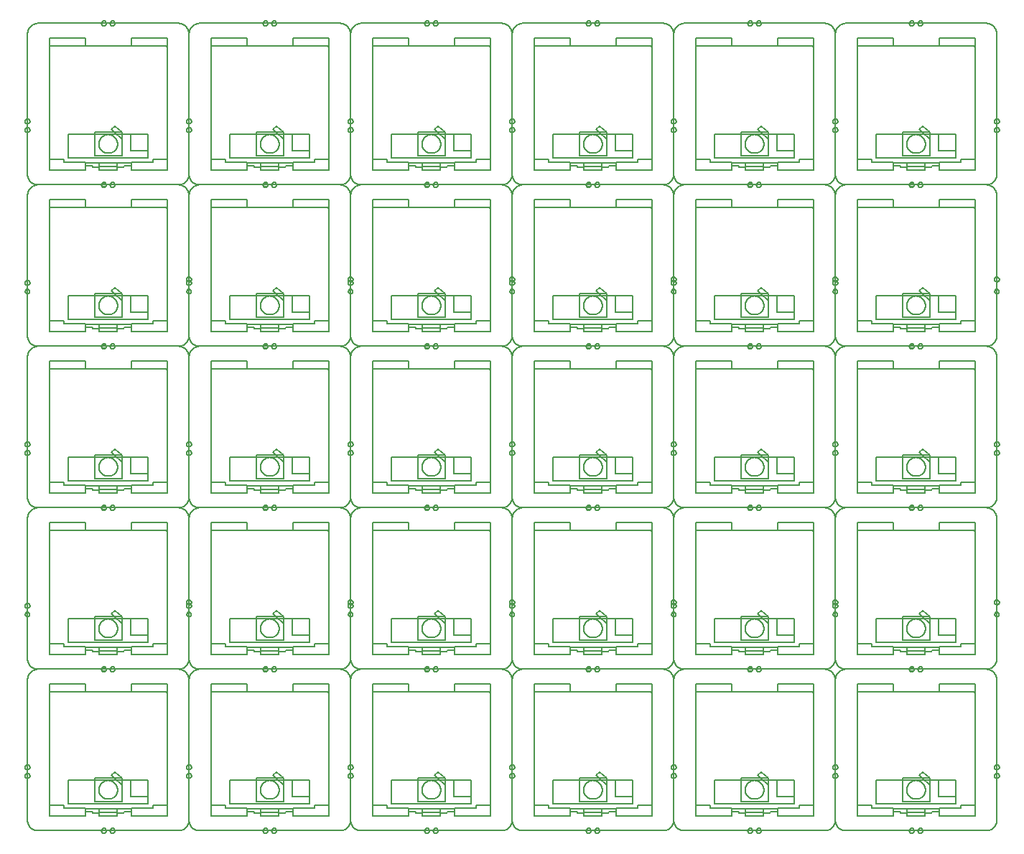
<source format=gbr>
G04 EAGLE Gerber RS-274X export*
G75*
%MOMM*%
%FSLAX34Y34*%
%LPD*%
%INSilkscreen Bottom*%
%IPPOS*%
%AMOC8*
5,1,8,0,0,1.08239X$1,22.5*%
G01*
%ADD10C,0.127000*%
%ADD11C,0.152400*%


D10*
X-46950Y-35520D02*
X-46950Y-63600D01*
X46830Y-63600D01*
X46830Y-35520D01*
X-46950Y-35520D01*
X-45680Y-35490D01*
X26640Y-55080D02*
X46860Y-55080D01*
X26640Y-55080D02*
X26640Y-35580D01*
X27120Y77550D02*
X69240Y77550D01*
X69240Y-65310D01*
X69240Y-78090D01*
X27000Y-78090D01*
X27000Y-69090D01*
X-26880Y-69090D01*
X-26880Y-78090D01*
X-69570Y-78090D01*
X-69570Y-65310D01*
X-69570Y68100D01*
X-69570Y77610D01*
X-27060Y77610D01*
X-27060Y68100D01*
X27030Y68100D01*
X27030Y77550D01*
X10530Y-69120D02*
X10530Y-75990D01*
X10530Y-69120D02*
X10500Y-69120D01*
X10530Y-76170D02*
X10530Y-77610D01*
X-10560Y-77610D01*
X-10560Y-74280D01*
X-10560Y-73500D01*
X10410Y-73500D01*
X-10560Y-73500D02*
X-10560Y-69120D01*
X-10530Y-69120D01*
X10590Y-74250D02*
X18180Y-74250D01*
X10590Y-74250D02*
X10590Y-74220D01*
X18180Y-74250D02*
X19050Y-73080D01*
X26910Y-73080D01*
X-10560Y-74280D02*
X-18180Y-74280D01*
X-23340Y-73110D02*
X-26850Y-73110D01*
X-23310Y-73110D02*
X-18690Y-73110D01*
X-18690Y-73080D01*
X-18180Y-74280D01*
X27030Y68100D02*
X69180Y68100D01*
X69180Y68070D01*
X-27060Y68100D02*
X-69570Y68100D01*
X27030Y-68820D02*
X27030Y-69960D01*
X27030Y-68820D02*
X52350Y-68820D01*
X52350Y-65310D01*
X69240Y-65310D01*
X-66630Y-65310D02*
X-69570Y-65310D01*
X-66600Y-65310D02*
X-52470Y-65310D01*
X-52470Y-68790D01*
X-26880Y-68790D01*
X-26880Y-69090D01*
D11*
X-95250Y-82550D02*
X-95250Y82550D01*
X-95250Y-82550D02*
X-95246Y-82857D01*
X-95235Y-83164D01*
X-95217Y-83470D01*
X-95191Y-83776D01*
X-95157Y-84081D01*
X-95117Y-84385D01*
X-95069Y-84688D01*
X-95013Y-84990D01*
X-94951Y-85290D01*
X-94881Y-85589D01*
X-94804Y-85886D01*
X-94720Y-86182D01*
X-94628Y-86475D01*
X-94530Y-86765D01*
X-94425Y-87053D01*
X-94312Y-87339D01*
X-94193Y-87622D01*
X-94067Y-87902D01*
X-93935Y-88179D01*
X-93795Y-88452D01*
X-93649Y-88722D01*
X-93497Y-88988D01*
X-93338Y-89251D01*
X-93173Y-89510D01*
X-93002Y-89764D01*
X-92825Y-90015D01*
X-92641Y-90261D01*
X-92452Y-90503D01*
X-92257Y-90739D01*
X-92056Y-90972D01*
X-91850Y-91199D01*
X-91638Y-91421D01*
X-91421Y-91638D01*
X-91199Y-91850D01*
X-90972Y-92056D01*
X-90739Y-92257D01*
X-90503Y-92452D01*
X-90261Y-92641D01*
X-90015Y-92825D01*
X-89764Y-93002D01*
X-89510Y-93173D01*
X-89251Y-93338D01*
X-88988Y-93497D01*
X-88722Y-93649D01*
X-88452Y-93795D01*
X-88179Y-93935D01*
X-87902Y-94067D01*
X-87622Y-94193D01*
X-87339Y-94312D01*
X-87053Y-94425D01*
X-86765Y-94530D01*
X-86475Y-94628D01*
X-86182Y-94720D01*
X-85886Y-94804D01*
X-85589Y-94881D01*
X-85290Y-94951D01*
X-84990Y-95013D01*
X-84688Y-95069D01*
X-84385Y-95117D01*
X-84081Y-95157D01*
X-83776Y-95191D01*
X-83470Y-95217D01*
X-83164Y-95235D01*
X-82857Y-95246D01*
X-82550Y-95250D01*
X82550Y-95250D01*
X82857Y-95246D01*
X83164Y-95235D01*
X83470Y-95217D01*
X83776Y-95191D01*
X84081Y-95157D01*
X84385Y-95117D01*
X84688Y-95069D01*
X84990Y-95013D01*
X85290Y-94951D01*
X85589Y-94881D01*
X85886Y-94804D01*
X86182Y-94720D01*
X86475Y-94628D01*
X86765Y-94530D01*
X87053Y-94425D01*
X87339Y-94312D01*
X87622Y-94193D01*
X87902Y-94067D01*
X88179Y-93935D01*
X88452Y-93795D01*
X88722Y-93649D01*
X88988Y-93497D01*
X89251Y-93338D01*
X89510Y-93173D01*
X89764Y-93002D01*
X90015Y-92825D01*
X90261Y-92641D01*
X90503Y-92452D01*
X90739Y-92257D01*
X90972Y-92056D01*
X91199Y-91850D01*
X91421Y-91638D01*
X91638Y-91421D01*
X91850Y-91199D01*
X92056Y-90972D01*
X92257Y-90739D01*
X92452Y-90503D01*
X92641Y-90261D01*
X92825Y-90015D01*
X93002Y-89764D01*
X93173Y-89510D01*
X93338Y-89251D01*
X93497Y-88988D01*
X93649Y-88722D01*
X93795Y-88452D01*
X93935Y-88179D01*
X94067Y-87902D01*
X94193Y-87622D01*
X94312Y-87339D01*
X94425Y-87053D01*
X94530Y-86765D01*
X94628Y-86475D01*
X94720Y-86182D01*
X94804Y-85886D01*
X94881Y-85589D01*
X94951Y-85290D01*
X95013Y-84990D01*
X95069Y-84688D01*
X95117Y-84385D01*
X95157Y-84081D01*
X95191Y-83776D01*
X95217Y-83470D01*
X95235Y-83164D01*
X95246Y-82857D01*
X95250Y-82550D01*
X95250Y82550D01*
X95246Y82857D01*
X95235Y83164D01*
X95217Y83470D01*
X95191Y83776D01*
X95157Y84081D01*
X95117Y84385D01*
X95069Y84688D01*
X95013Y84990D01*
X94951Y85290D01*
X94881Y85589D01*
X94804Y85886D01*
X94720Y86182D01*
X94628Y86475D01*
X94530Y86765D01*
X94425Y87053D01*
X94312Y87339D01*
X94193Y87622D01*
X94067Y87902D01*
X93935Y88179D01*
X93795Y88452D01*
X93649Y88722D01*
X93497Y88988D01*
X93338Y89251D01*
X93173Y89510D01*
X93002Y89764D01*
X92825Y90015D01*
X92641Y90261D01*
X92452Y90503D01*
X92257Y90739D01*
X92056Y90972D01*
X91850Y91199D01*
X91638Y91421D01*
X91421Y91638D01*
X91199Y91850D01*
X90972Y92056D01*
X90739Y92257D01*
X90503Y92452D01*
X90261Y92641D01*
X90015Y92825D01*
X89764Y93002D01*
X89510Y93173D01*
X89251Y93338D01*
X88988Y93497D01*
X88722Y93649D01*
X88452Y93795D01*
X88179Y93935D01*
X87902Y94067D01*
X87622Y94193D01*
X87339Y94312D01*
X87053Y94425D01*
X86765Y94530D01*
X86475Y94628D01*
X86182Y94720D01*
X85886Y94804D01*
X85589Y94881D01*
X85290Y94951D01*
X84990Y95013D01*
X84688Y95069D01*
X84385Y95117D01*
X84081Y95157D01*
X83776Y95191D01*
X83470Y95217D01*
X83164Y95235D01*
X82857Y95246D01*
X82550Y95250D01*
X-82550Y95250D01*
X-82857Y95246D01*
X-83164Y95235D01*
X-83470Y95217D01*
X-83776Y95191D01*
X-84081Y95157D01*
X-84385Y95117D01*
X-84688Y95069D01*
X-84990Y95013D01*
X-85290Y94951D01*
X-85589Y94881D01*
X-85886Y94804D01*
X-86182Y94720D01*
X-86475Y94628D01*
X-86765Y94530D01*
X-87053Y94425D01*
X-87339Y94312D01*
X-87622Y94193D01*
X-87902Y94067D01*
X-88179Y93935D01*
X-88452Y93795D01*
X-88722Y93649D01*
X-88988Y93497D01*
X-89251Y93338D01*
X-89510Y93173D01*
X-89764Y93002D01*
X-90015Y92825D01*
X-90261Y92641D01*
X-90503Y92452D01*
X-90739Y92257D01*
X-90972Y92056D01*
X-91199Y91850D01*
X-91421Y91638D01*
X-91638Y91421D01*
X-91850Y91199D01*
X-92056Y90972D01*
X-92257Y90739D01*
X-92452Y90503D01*
X-92641Y90261D01*
X-92825Y90015D01*
X-93002Y89764D01*
X-93173Y89510D01*
X-93338Y89251D01*
X-93497Y88988D01*
X-93649Y88722D01*
X-93795Y88452D01*
X-93935Y88179D01*
X-94067Y87902D01*
X-94193Y87622D01*
X-94312Y87339D01*
X-94425Y87053D01*
X-94530Y86765D01*
X-94628Y86475D01*
X-94720Y86182D01*
X-94804Y85886D01*
X-94881Y85589D01*
X-94951Y85290D01*
X-95013Y84990D01*
X-95069Y84688D01*
X-95117Y84385D01*
X-95157Y84081D01*
X-95191Y83776D01*
X-95217Y83470D01*
X-95235Y83164D01*
X-95246Y82857D01*
X-95250Y82550D01*
D10*
X-16000Y-60990D02*
X16000Y-60990D01*
X16000Y-41990D01*
X16000Y-32990D01*
X7000Y-32990D01*
X-16000Y-32990D01*
X-16000Y-60990D01*
X7000Y-32990D02*
X16000Y-41990D01*
X-11000Y-46990D02*
X-10997Y-46720D01*
X-10987Y-46450D01*
X-10970Y-46181D01*
X-10947Y-45912D01*
X-10917Y-45643D01*
X-10881Y-45376D01*
X-10838Y-45109D01*
X-10789Y-44844D01*
X-10733Y-44580D01*
X-10670Y-44317D01*
X-10602Y-44056D01*
X-10526Y-43797D01*
X-10445Y-43540D01*
X-10357Y-43284D01*
X-10263Y-43031D01*
X-10163Y-42780D01*
X-10056Y-42532D01*
X-9944Y-42287D01*
X-9825Y-42044D01*
X-9701Y-41805D01*
X-9571Y-41568D01*
X-9435Y-41335D01*
X-9293Y-41105D01*
X-9146Y-40879D01*
X-8993Y-40656D01*
X-8835Y-40437D01*
X-8672Y-40222D01*
X-8503Y-40012D01*
X-8329Y-39805D01*
X-8150Y-39603D01*
X-7967Y-39405D01*
X-7778Y-39212D01*
X-7585Y-39023D01*
X-7387Y-38840D01*
X-7185Y-38661D01*
X-6978Y-38487D01*
X-6768Y-38318D01*
X-6553Y-38155D01*
X-6334Y-37997D01*
X-6111Y-37844D01*
X-5885Y-37697D01*
X-5655Y-37555D01*
X-5422Y-37419D01*
X-5185Y-37289D01*
X-4946Y-37165D01*
X-4703Y-37046D01*
X-4458Y-36934D01*
X-4210Y-36827D01*
X-3959Y-36727D01*
X-3706Y-36633D01*
X-3450Y-36545D01*
X-3193Y-36464D01*
X-2934Y-36388D01*
X-2673Y-36320D01*
X-2410Y-36257D01*
X-2146Y-36201D01*
X-1881Y-36152D01*
X-1614Y-36109D01*
X-1347Y-36073D01*
X-1078Y-36043D01*
X-809Y-36020D01*
X-540Y-36003D01*
X-270Y-35993D01*
X0Y-35990D01*
X270Y-35993D01*
X540Y-36003D01*
X809Y-36020D01*
X1078Y-36043D01*
X1347Y-36073D01*
X1614Y-36109D01*
X1881Y-36152D01*
X2146Y-36201D01*
X2410Y-36257D01*
X2673Y-36320D01*
X2934Y-36388D01*
X3193Y-36464D01*
X3450Y-36545D01*
X3706Y-36633D01*
X3959Y-36727D01*
X4210Y-36827D01*
X4458Y-36934D01*
X4703Y-37046D01*
X4946Y-37165D01*
X5185Y-37289D01*
X5422Y-37419D01*
X5655Y-37555D01*
X5885Y-37697D01*
X6111Y-37844D01*
X6334Y-37997D01*
X6553Y-38155D01*
X6768Y-38318D01*
X6978Y-38487D01*
X7185Y-38661D01*
X7387Y-38840D01*
X7585Y-39023D01*
X7778Y-39212D01*
X7967Y-39405D01*
X8150Y-39603D01*
X8329Y-39805D01*
X8503Y-40012D01*
X8672Y-40222D01*
X8835Y-40437D01*
X8993Y-40656D01*
X9146Y-40879D01*
X9293Y-41105D01*
X9435Y-41335D01*
X9571Y-41568D01*
X9701Y-41805D01*
X9825Y-42044D01*
X9944Y-42287D01*
X10056Y-42532D01*
X10163Y-42780D01*
X10263Y-43031D01*
X10357Y-43284D01*
X10445Y-43540D01*
X10526Y-43797D01*
X10602Y-44056D01*
X10670Y-44317D01*
X10733Y-44580D01*
X10789Y-44844D01*
X10838Y-45109D01*
X10881Y-45376D01*
X10917Y-45643D01*
X10947Y-45912D01*
X10970Y-46181D01*
X10987Y-46450D01*
X10997Y-46720D01*
X11000Y-46990D01*
X10997Y-47260D01*
X10987Y-47530D01*
X10970Y-47799D01*
X10947Y-48068D01*
X10917Y-48337D01*
X10881Y-48604D01*
X10838Y-48871D01*
X10789Y-49136D01*
X10733Y-49400D01*
X10670Y-49663D01*
X10602Y-49924D01*
X10526Y-50183D01*
X10445Y-50440D01*
X10357Y-50696D01*
X10263Y-50949D01*
X10163Y-51200D01*
X10056Y-51448D01*
X9944Y-51693D01*
X9825Y-51936D01*
X9701Y-52175D01*
X9571Y-52412D01*
X9435Y-52645D01*
X9293Y-52875D01*
X9146Y-53101D01*
X8993Y-53324D01*
X8835Y-53543D01*
X8672Y-53758D01*
X8503Y-53968D01*
X8329Y-54175D01*
X8150Y-54377D01*
X7967Y-54575D01*
X7778Y-54768D01*
X7585Y-54957D01*
X7387Y-55140D01*
X7185Y-55319D01*
X6978Y-55493D01*
X6768Y-55662D01*
X6553Y-55825D01*
X6334Y-55983D01*
X6111Y-56136D01*
X5885Y-56283D01*
X5655Y-56425D01*
X5422Y-56561D01*
X5185Y-56691D01*
X4946Y-56815D01*
X4703Y-56934D01*
X4458Y-57046D01*
X4210Y-57153D01*
X3959Y-57253D01*
X3706Y-57347D01*
X3450Y-57435D01*
X3193Y-57516D01*
X2934Y-57592D01*
X2673Y-57660D01*
X2410Y-57723D01*
X2146Y-57779D01*
X1881Y-57828D01*
X1614Y-57871D01*
X1347Y-57907D01*
X1078Y-57937D01*
X809Y-57960D01*
X540Y-57977D01*
X270Y-57987D01*
X0Y-57990D01*
X-270Y-57987D01*
X-540Y-57977D01*
X-809Y-57960D01*
X-1078Y-57937D01*
X-1347Y-57907D01*
X-1614Y-57871D01*
X-1881Y-57828D01*
X-2146Y-57779D01*
X-2410Y-57723D01*
X-2673Y-57660D01*
X-2934Y-57592D01*
X-3193Y-57516D01*
X-3450Y-57435D01*
X-3706Y-57347D01*
X-3959Y-57253D01*
X-4210Y-57153D01*
X-4458Y-57046D01*
X-4703Y-56934D01*
X-4946Y-56815D01*
X-5185Y-56691D01*
X-5422Y-56561D01*
X-5655Y-56425D01*
X-5885Y-56283D01*
X-6111Y-56136D01*
X-6334Y-55983D01*
X-6553Y-55825D01*
X-6768Y-55662D01*
X-6978Y-55493D01*
X-7185Y-55319D01*
X-7387Y-55140D01*
X-7585Y-54957D01*
X-7778Y-54768D01*
X-7967Y-54575D01*
X-8150Y-54377D01*
X-8329Y-54175D01*
X-8503Y-53968D01*
X-8672Y-53758D01*
X-8835Y-53543D01*
X-8993Y-53324D01*
X-9146Y-53101D01*
X-9293Y-52875D01*
X-9435Y-52645D01*
X-9571Y-52412D01*
X-9701Y-52175D01*
X-9825Y-51936D01*
X-9944Y-51693D01*
X-10056Y-51448D01*
X-10163Y-51200D01*
X-10263Y-50949D01*
X-10357Y-50696D01*
X-10445Y-50440D01*
X-10526Y-50183D01*
X-10602Y-49924D01*
X-10670Y-49663D01*
X-10733Y-49400D01*
X-10789Y-49136D01*
X-10838Y-48871D01*
X-10881Y-48604D01*
X-10917Y-48337D01*
X-10947Y-48068D01*
X-10970Y-47799D01*
X-10987Y-47530D01*
X-10997Y-47260D01*
X-11000Y-46990D01*
X4000Y-29990D02*
X7000Y-32990D01*
X4000Y-29990D02*
X8000Y-25990D01*
X16000Y-32990D01*
D11*
X92410Y-20320D02*
X92412Y-20214D01*
X92418Y-20108D01*
X92428Y-20002D01*
X92442Y-19897D01*
X92460Y-19792D01*
X92481Y-19688D01*
X92507Y-19585D01*
X92536Y-19483D01*
X92569Y-19382D01*
X92606Y-19282D01*
X92647Y-19184D01*
X92691Y-19088D01*
X92739Y-18993D01*
X92790Y-18900D01*
X92845Y-18809D01*
X92903Y-18720D01*
X92965Y-18634D01*
X93030Y-18549D01*
X93097Y-18468D01*
X93168Y-18388D01*
X93242Y-18312D01*
X93318Y-18238D01*
X93398Y-18167D01*
X93479Y-18100D01*
X93564Y-18035D01*
X93650Y-17973D01*
X93739Y-17915D01*
X93830Y-17860D01*
X93923Y-17809D01*
X94018Y-17761D01*
X94114Y-17717D01*
X94212Y-17676D01*
X94312Y-17639D01*
X94413Y-17606D01*
X94515Y-17577D01*
X94618Y-17551D01*
X94722Y-17530D01*
X94827Y-17512D01*
X94932Y-17498D01*
X95038Y-17488D01*
X95144Y-17482D01*
X95250Y-17480D01*
X95356Y-17482D01*
X95462Y-17488D01*
X95568Y-17498D01*
X95673Y-17512D01*
X95778Y-17530D01*
X95882Y-17551D01*
X95985Y-17577D01*
X96087Y-17606D01*
X96188Y-17639D01*
X96288Y-17676D01*
X96386Y-17717D01*
X96482Y-17761D01*
X96577Y-17809D01*
X96670Y-17860D01*
X96761Y-17915D01*
X96850Y-17973D01*
X96936Y-18035D01*
X97021Y-18100D01*
X97102Y-18167D01*
X97182Y-18238D01*
X97258Y-18312D01*
X97332Y-18388D01*
X97403Y-18468D01*
X97470Y-18549D01*
X97535Y-18634D01*
X97597Y-18720D01*
X97655Y-18809D01*
X97710Y-18900D01*
X97761Y-18993D01*
X97809Y-19088D01*
X97853Y-19184D01*
X97894Y-19282D01*
X97931Y-19382D01*
X97964Y-19483D01*
X97993Y-19585D01*
X98019Y-19688D01*
X98040Y-19792D01*
X98058Y-19897D01*
X98072Y-20002D01*
X98082Y-20108D01*
X98088Y-20214D01*
X98090Y-20320D01*
X98088Y-20426D01*
X98082Y-20532D01*
X98072Y-20638D01*
X98058Y-20743D01*
X98040Y-20848D01*
X98019Y-20952D01*
X97993Y-21055D01*
X97964Y-21157D01*
X97931Y-21258D01*
X97894Y-21358D01*
X97853Y-21456D01*
X97809Y-21552D01*
X97761Y-21647D01*
X97710Y-21740D01*
X97655Y-21831D01*
X97597Y-21920D01*
X97535Y-22006D01*
X97470Y-22091D01*
X97403Y-22172D01*
X97332Y-22252D01*
X97258Y-22328D01*
X97182Y-22402D01*
X97102Y-22473D01*
X97021Y-22540D01*
X96936Y-22605D01*
X96850Y-22667D01*
X96761Y-22725D01*
X96670Y-22780D01*
X96577Y-22831D01*
X96482Y-22879D01*
X96386Y-22923D01*
X96288Y-22964D01*
X96188Y-23001D01*
X96087Y-23034D01*
X95985Y-23063D01*
X95882Y-23089D01*
X95778Y-23110D01*
X95673Y-23128D01*
X95568Y-23142D01*
X95462Y-23152D01*
X95356Y-23158D01*
X95250Y-23160D01*
X95144Y-23158D01*
X95038Y-23152D01*
X94932Y-23142D01*
X94827Y-23128D01*
X94722Y-23110D01*
X94618Y-23089D01*
X94515Y-23063D01*
X94413Y-23034D01*
X94312Y-23001D01*
X94212Y-22964D01*
X94114Y-22923D01*
X94018Y-22879D01*
X93923Y-22831D01*
X93830Y-22780D01*
X93739Y-22725D01*
X93650Y-22667D01*
X93564Y-22605D01*
X93479Y-22540D01*
X93398Y-22473D01*
X93318Y-22402D01*
X93242Y-22328D01*
X93168Y-22252D01*
X93097Y-22172D01*
X93030Y-22091D01*
X92965Y-22006D01*
X92903Y-21920D01*
X92845Y-21831D01*
X92790Y-21740D01*
X92739Y-21647D01*
X92691Y-21552D01*
X92647Y-21456D01*
X92606Y-21358D01*
X92569Y-21258D01*
X92536Y-21157D01*
X92507Y-21055D01*
X92481Y-20952D01*
X92460Y-20848D01*
X92442Y-20743D01*
X92428Y-20638D01*
X92418Y-20532D01*
X92412Y-20426D01*
X92410Y-20320D01*
X92410Y-30480D02*
X92412Y-30374D01*
X92418Y-30268D01*
X92428Y-30162D01*
X92442Y-30057D01*
X92460Y-29952D01*
X92481Y-29848D01*
X92507Y-29745D01*
X92536Y-29643D01*
X92569Y-29542D01*
X92606Y-29442D01*
X92647Y-29344D01*
X92691Y-29248D01*
X92739Y-29153D01*
X92790Y-29060D01*
X92845Y-28969D01*
X92903Y-28880D01*
X92965Y-28794D01*
X93030Y-28709D01*
X93097Y-28628D01*
X93168Y-28548D01*
X93242Y-28472D01*
X93318Y-28398D01*
X93398Y-28327D01*
X93479Y-28260D01*
X93564Y-28195D01*
X93650Y-28133D01*
X93739Y-28075D01*
X93830Y-28020D01*
X93923Y-27969D01*
X94018Y-27921D01*
X94114Y-27877D01*
X94212Y-27836D01*
X94312Y-27799D01*
X94413Y-27766D01*
X94515Y-27737D01*
X94618Y-27711D01*
X94722Y-27690D01*
X94827Y-27672D01*
X94932Y-27658D01*
X95038Y-27648D01*
X95144Y-27642D01*
X95250Y-27640D01*
X95356Y-27642D01*
X95462Y-27648D01*
X95568Y-27658D01*
X95673Y-27672D01*
X95778Y-27690D01*
X95882Y-27711D01*
X95985Y-27737D01*
X96087Y-27766D01*
X96188Y-27799D01*
X96288Y-27836D01*
X96386Y-27877D01*
X96482Y-27921D01*
X96577Y-27969D01*
X96670Y-28020D01*
X96761Y-28075D01*
X96850Y-28133D01*
X96936Y-28195D01*
X97021Y-28260D01*
X97102Y-28327D01*
X97182Y-28398D01*
X97258Y-28472D01*
X97332Y-28548D01*
X97403Y-28628D01*
X97470Y-28709D01*
X97535Y-28794D01*
X97597Y-28880D01*
X97655Y-28969D01*
X97710Y-29060D01*
X97761Y-29153D01*
X97809Y-29248D01*
X97853Y-29344D01*
X97894Y-29442D01*
X97931Y-29542D01*
X97964Y-29643D01*
X97993Y-29745D01*
X98019Y-29848D01*
X98040Y-29952D01*
X98058Y-30057D01*
X98072Y-30162D01*
X98082Y-30268D01*
X98088Y-30374D01*
X98090Y-30480D01*
X98088Y-30586D01*
X98082Y-30692D01*
X98072Y-30798D01*
X98058Y-30903D01*
X98040Y-31008D01*
X98019Y-31112D01*
X97993Y-31215D01*
X97964Y-31317D01*
X97931Y-31418D01*
X97894Y-31518D01*
X97853Y-31616D01*
X97809Y-31712D01*
X97761Y-31807D01*
X97710Y-31900D01*
X97655Y-31991D01*
X97597Y-32080D01*
X97535Y-32166D01*
X97470Y-32251D01*
X97403Y-32332D01*
X97332Y-32412D01*
X97258Y-32488D01*
X97182Y-32562D01*
X97102Y-32633D01*
X97021Y-32700D01*
X96936Y-32765D01*
X96850Y-32827D01*
X96761Y-32885D01*
X96670Y-32940D01*
X96577Y-32991D01*
X96482Y-33039D01*
X96386Y-33083D01*
X96288Y-33124D01*
X96188Y-33161D01*
X96087Y-33194D01*
X95985Y-33223D01*
X95882Y-33249D01*
X95778Y-33270D01*
X95673Y-33288D01*
X95568Y-33302D01*
X95462Y-33312D01*
X95356Y-33318D01*
X95250Y-33320D01*
X95144Y-33318D01*
X95038Y-33312D01*
X94932Y-33302D01*
X94827Y-33288D01*
X94722Y-33270D01*
X94618Y-33249D01*
X94515Y-33223D01*
X94413Y-33194D01*
X94312Y-33161D01*
X94212Y-33124D01*
X94114Y-33083D01*
X94018Y-33039D01*
X93923Y-32991D01*
X93830Y-32940D01*
X93739Y-32885D01*
X93650Y-32827D01*
X93564Y-32765D01*
X93479Y-32700D01*
X93398Y-32633D01*
X93318Y-32562D01*
X93242Y-32488D01*
X93168Y-32412D01*
X93097Y-32332D01*
X93030Y-32251D01*
X92965Y-32166D01*
X92903Y-32080D01*
X92845Y-31991D01*
X92790Y-31900D01*
X92739Y-31807D01*
X92691Y-31712D01*
X92647Y-31616D01*
X92606Y-31518D01*
X92569Y-31418D01*
X92536Y-31317D01*
X92507Y-31215D01*
X92481Y-31112D01*
X92460Y-31008D01*
X92442Y-30903D01*
X92428Y-30798D01*
X92418Y-30692D01*
X92412Y-30586D01*
X92410Y-30480D01*
X2240Y-95250D02*
X2242Y-95144D01*
X2248Y-95038D01*
X2258Y-94932D01*
X2272Y-94827D01*
X2290Y-94722D01*
X2311Y-94618D01*
X2337Y-94515D01*
X2366Y-94413D01*
X2399Y-94312D01*
X2436Y-94212D01*
X2477Y-94114D01*
X2521Y-94018D01*
X2569Y-93923D01*
X2620Y-93830D01*
X2675Y-93739D01*
X2733Y-93650D01*
X2795Y-93564D01*
X2860Y-93479D01*
X2927Y-93398D01*
X2998Y-93318D01*
X3072Y-93242D01*
X3148Y-93168D01*
X3228Y-93097D01*
X3309Y-93030D01*
X3394Y-92965D01*
X3480Y-92903D01*
X3569Y-92845D01*
X3660Y-92790D01*
X3753Y-92739D01*
X3848Y-92691D01*
X3944Y-92647D01*
X4042Y-92606D01*
X4142Y-92569D01*
X4243Y-92536D01*
X4345Y-92507D01*
X4448Y-92481D01*
X4552Y-92460D01*
X4657Y-92442D01*
X4762Y-92428D01*
X4868Y-92418D01*
X4974Y-92412D01*
X5080Y-92410D01*
X5186Y-92412D01*
X5292Y-92418D01*
X5398Y-92428D01*
X5503Y-92442D01*
X5608Y-92460D01*
X5712Y-92481D01*
X5815Y-92507D01*
X5917Y-92536D01*
X6018Y-92569D01*
X6118Y-92606D01*
X6216Y-92647D01*
X6312Y-92691D01*
X6407Y-92739D01*
X6500Y-92790D01*
X6591Y-92845D01*
X6680Y-92903D01*
X6766Y-92965D01*
X6851Y-93030D01*
X6932Y-93097D01*
X7012Y-93168D01*
X7088Y-93242D01*
X7162Y-93318D01*
X7233Y-93398D01*
X7300Y-93479D01*
X7365Y-93564D01*
X7427Y-93650D01*
X7485Y-93739D01*
X7540Y-93830D01*
X7591Y-93923D01*
X7639Y-94018D01*
X7683Y-94114D01*
X7724Y-94212D01*
X7761Y-94312D01*
X7794Y-94413D01*
X7823Y-94515D01*
X7849Y-94618D01*
X7870Y-94722D01*
X7888Y-94827D01*
X7902Y-94932D01*
X7912Y-95038D01*
X7918Y-95144D01*
X7920Y-95250D01*
X7918Y-95356D01*
X7912Y-95462D01*
X7902Y-95568D01*
X7888Y-95673D01*
X7870Y-95778D01*
X7849Y-95882D01*
X7823Y-95985D01*
X7794Y-96087D01*
X7761Y-96188D01*
X7724Y-96288D01*
X7683Y-96386D01*
X7639Y-96482D01*
X7591Y-96577D01*
X7540Y-96670D01*
X7485Y-96761D01*
X7427Y-96850D01*
X7365Y-96936D01*
X7300Y-97021D01*
X7233Y-97102D01*
X7162Y-97182D01*
X7088Y-97258D01*
X7012Y-97332D01*
X6932Y-97403D01*
X6851Y-97470D01*
X6766Y-97535D01*
X6680Y-97597D01*
X6591Y-97655D01*
X6500Y-97710D01*
X6407Y-97761D01*
X6312Y-97809D01*
X6216Y-97853D01*
X6118Y-97894D01*
X6018Y-97931D01*
X5917Y-97964D01*
X5815Y-97993D01*
X5712Y-98019D01*
X5608Y-98040D01*
X5503Y-98058D01*
X5398Y-98072D01*
X5292Y-98082D01*
X5186Y-98088D01*
X5080Y-98090D01*
X4974Y-98088D01*
X4868Y-98082D01*
X4762Y-98072D01*
X4657Y-98058D01*
X4552Y-98040D01*
X4448Y-98019D01*
X4345Y-97993D01*
X4243Y-97964D01*
X4142Y-97931D01*
X4042Y-97894D01*
X3944Y-97853D01*
X3848Y-97809D01*
X3753Y-97761D01*
X3660Y-97710D01*
X3569Y-97655D01*
X3480Y-97597D01*
X3394Y-97535D01*
X3309Y-97470D01*
X3228Y-97403D01*
X3148Y-97332D01*
X3072Y-97258D01*
X2998Y-97182D01*
X2927Y-97102D01*
X2860Y-97021D01*
X2795Y-96936D01*
X2733Y-96850D01*
X2675Y-96761D01*
X2620Y-96670D01*
X2569Y-96577D01*
X2521Y-96482D01*
X2477Y-96386D01*
X2436Y-96288D01*
X2399Y-96188D01*
X2366Y-96087D01*
X2337Y-95985D01*
X2311Y-95882D01*
X2290Y-95778D01*
X2272Y-95673D01*
X2258Y-95568D01*
X2248Y-95462D01*
X2242Y-95356D01*
X2240Y-95250D01*
X-7920Y-95250D02*
X-7918Y-95144D01*
X-7912Y-95038D01*
X-7902Y-94932D01*
X-7888Y-94827D01*
X-7870Y-94722D01*
X-7849Y-94618D01*
X-7823Y-94515D01*
X-7794Y-94413D01*
X-7761Y-94312D01*
X-7724Y-94212D01*
X-7683Y-94114D01*
X-7639Y-94018D01*
X-7591Y-93923D01*
X-7540Y-93830D01*
X-7485Y-93739D01*
X-7427Y-93650D01*
X-7365Y-93564D01*
X-7300Y-93479D01*
X-7233Y-93398D01*
X-7162Y-93318D01*
X-7088Y-93242D01*
X-7012Y-93168D01*
X-6932Y-93097D01*
X-6851Y-93030D01*
X-6766Y-92965D01*
X-6680Y-92903D01*
X-6591Y-92845D01*
X-6500Y-92790D01*
X-6407Y-92739D01*
X-6312Y-92691D01*
X-6216Y-92647D01*
X-6118Y-92606D01*
X-6018Y-92569D01*
X-5917Y-92536D01*
X-5815Y-92507D01*
X-5712Y-92481D01*
X-5608Y-92460D01*
X-5503Y-92442D01*
X-5398Y-92428D01*
X-5292Y-92418D01*
X-5186Y-92412D01*
X-5080Y-92410D01*
X-4974Y-92412D01*
X-4868Y-92418D01*
X-4762Y-92428D01*
X-4657Y-92442D01*
X-4552Y-92460D01*
X-4448Y-92481D01*
X-4345Y-92507D01*
X-4243Y-92536D01*
X-4142Y-92569D01*
X-4042Y-92606D01*
X-3944Y-92647D01*
X-3848Y-92691D01*
X-3753Y-92739D01*
X-3660Y-92790D01*
X-3569Y-92845D01*
X-3480Y-92903D01*
X-3394Y-92965D01*
X-3309Y-93030D01*
X-3228Y-93097D01*
X-3148Y-93168D01*
X-3072Y-93242D01*
X-2998Y-93318D01*
X-2927Y-93398D01*
X-2860Y-93479D01*
X-2795Y-93564D01*
X-2733Y-93650D01*
X-2675Y-93739D01*
X-2620Y-93830D01*
X-2569Y-93923D01*
X-2521Y-94018D01*
X-2477Y-94114D01*
X-2436Y-94212D01*
X-2399Y-94312D01*
X-2366Y-94413D01*
X-2337Y-94515D01*
X-2311Y-94618D01*
X-2290Y-94722D01*
X-2272Y-94827D01*
X-2258Y-94932D01*
X-2248Y-95038D01*
X-2242Y-95144D01*
X-2240Y-95250D01*
X-2242Y-95356D01*
X-2248Y-95462D01*
X-2258Y-95568D01*
X-2272Y-95673D01*
X-2290Y-95778D01*
X-2311Y-95882D01*
X-2337Y-95985D01*
X-2366Y-96087D01*
X-2399Y-96188D01*
X-2436Y-96288D01*
X-2477Y-96386D01*
X-2521Y-96482D01*
X-2569Y-96577D01*
X-2620Y-96670D01*
X-2675Y-96761D01*
X-2733Y-96850D01*
X-2795Y-96936D01*
X-2860Y-97021D01*
X-2927Y-97102D01*
X-2998Y-97182D01*
X-3072Y-97258D01*
X-3148Y-97332D01*
X-3228Y-97403D01*
X-3309Y-97470D01*
X-3394Y-97535D01*
X-3480Y-97597D01*
X-3569Y-97655D01*
X-3660Y-97710D01*
X-3753Y-97761D01*
X-3848Y-97809D01*
X-3944Y-97853D01*
X-4042Y-97894D01*
X-4142Y-97931D01*
X-4243Y-97964D01*
X-4345Y-97993D01*
X-4448Y-98019D01*
X-4552Y-98040D01*
X-4657Y-98058D01*
X-4762Y-98072D01*
X-4868Y-98082D01*
X-4974Y-98088D01*
X-5080Y-98090D01*
X-5186Y-98088D01*
X-5292Y-98082D01*
X-5398Y-98072D01*
X-5503Y-98058D01*
X-5608Y-98040D01*
X-5712Y-98019D01*
X-5815Y-97993D01*
X-5917Y-97964D01*
X-6018Y-97931D01*
X-6118Y-97894D01*
X-6216Y-97853D01*
X-6312Y-97809D01*
X-6407Y-97761D01*
X-6500Y-97710D01*
X-6591Y-97655D01*
X-6680Y-97597D01*
X-6766Y-97535D01*
X-6851Y-97470D01*
X-6932Y-97403D01*
X-7012Y-97332D01*
X-7088Y-97258D01*
X-7162Y-97182D01*
X-7233Y-97102D01*
X-7300Y-97021D01*
X-7365Y-96936D01*
X-7427Y-96850D01*
X-7485Y-96761D01*
X-7540Y-96670D01*
X-7591Y-96577D01*
X-7639Y-96482D01*
X-7683Y-96386D01*
X-7724Y-96288D01*
X-7761Y-96188D01*
X-7794Y-96087D01*
X-7823Y-95985D01*
X-7849Y-95882D01*
X-7870Y-95778D01*
X-7888Y-95673D01*
X-7902Y-95568D01*
X-7912Y-95462D01*
X-7918Y-95356D01*
X-7920Y-95250D01*
X-98090Y-20320D02*
X-98088Y-20214D01*
X-98082Y-20108D01*
X-98072Y-20002D01*
X-98058Y-19897D01*
X-98040Y-19792D01*
X-98019Y-19688D01*
X-97993Y-19585D01*
X-97964Y-19483D01*
X-97931Y-19382D01*
X-97894Y-19282D01*
X-97853Y-19184D01*
X-97809Y-19088D01*
X-97761Y-18993D01*
X-97710Y-18900D01*
X-97655Y-18809D01*
X-97597Y-18720D01*
X-97535Y-18634D01*
X-97470Y-18549D01*
X-97403Y-18468D01*
X-97332Y-18388D01*
X-97258Y-18312D01*
X-97182Y-18238D01*
X-97102Y-18167D01*
X-97021Y-18100D01*
X-96936Y-18035D01*
X-96850Y-17973D01*
X-96761Y-17915D01*
X-96670Y-17860D01*
X-96577Y-17809D01*
X-96482Y-17761D01*
X-96386Y-17717D01*
X-96288Y-17676D01*
X-96188Y-17639D01*
X-96087Y-17606D01*
X-95985Y-17577D01*
X-95882Y-17551D01*
X-95778Y-17530D01*
X-95673Y-17512D01*
X-95568Y-17498D01*
X-95462Y-17488D01*
X-95356Y-17482D01*
X-95250Y-17480D01*
X-95144Y-17482D01*
X-95038Y-17488D01*
X-94932Y-17498D01*
X-94827Y-17512D01*
X-94722Y-17530D01*
X-94618Y-17551D01*
X-94515Y-17577D01*
X-94413Y-17606D01*
X-94312Y-17639D01*
X-94212Y-17676D01*
X-94114Y-17717D01*
X-94018Y-17761D01*
X-93923Y-17809D01*
X-93830Y-17860D01*
X-93739Y-17915D01*
X-93650Y-17973D01*
X-93564Y-18035D01*
X-93479Y-18100D01*
X-93398Y-18167D01*
X-93318Y-18238D01*
X-93242Y-18312D01*
X-93168Y-18388D01*
X-93097Y-18468D01*
X-93030Y-18549D01*
X-92965Y-18634D01*
X-92903Y-18720D01*
X-92845Y-18809D01*
X-92790Y-18900D01*
X-92739Y-18993D01*
X-92691Y-19088D01*
X-92647Y-19184D01*
X-92606Y-19282D01*
X-92569Y-19382D01*
X-92536Y-19483D01*
X-92507Y-19585D01*
X-92481Y-19688D01*
X-92460Y-19792D01*
X-92442Y-19897D01*
X-92428Y-20002D01*
X-92418Y-20108D01*
X-92412Y-20214D01*
X-92410Y-20320D01*
X-92412Y-20426D01*
X-92418Y-20532D01*
X-92428Y-20638D01*
X-92442Y-20743D01*
X-92460Y-20848D01*
X-92481Y-20952D01*
X-92507Y-21055D01*
X-92536Y-21157D01*
X-92569Y-21258D01*
X-92606Y-21358D01*
X-92647Y-21456D01*
X-92691Y-21552D01*
X-92739Y-21647D01*
X-92790Y-21740D01*
X-92845Y-21831D01*
X-92903Y-21920D01*
X-92965Y-22006D01*
X-93030Y-22091D01*
X-93097Y-22172D01*
X-93168Y-22252D01*
X-93242Y-22328D01*
X-93318Y-22402D01*
X-93398Y-22473D01*
X-93479Y-22540D01*
X-93564Y-22605D01*
X-93650Y-22667D01*
X-93739Y-22725D01*
X-93830Y-22780D01*
X-93923Y-22831D01*
X-94018Y-22879D01*
X-94114Y-22923D01*
X-94212Y-22964D01*
X-94312Y-23001D01*
X-94413Y-23034D01*
X-94515Y-23063D01*
X-94618Y-23089D01*
X-94722Y-23110D01*
X-94827Y-23128D01*
X-94932Y-23142D01*
X-95038Y-23152D01*
X-95144Y-23158D01*
X-95250Y-23160D01*
X-95356Y-23158D01*
X-95462Y-23152D01*
X-95568Y-23142D01*
X-95673Y-23128D01*
X-95778Y-23110D01*
X-95882Y-23089D01*
X-95985Y-23063D01*
X-96087Y-23034D01*
X-96188Y-23001D01*
X-96288Y-22964D01*
X-96386Y-22923D01*
X-96482Y-22879D01*
X-96577Y-22831D01*
X-96670Y-22780D01*
X-96761Y-22725D01*
X-96850Y-22667D01*
X-96936Y-22605D01*
X-97021Y-22540D01*
X-97102Y-22473D01*
X-97182Y-22402D01*
X-97258Y-22328D01*
X-97332Y-22252D01*
X-97403Y-22172D01*
X-97470Y-22091D01*
X-97535Y-22006D01*
X-97597Y-21920D01*
X-97655Y-21831D01*
X-97710Y-21740D01*
X-97761Y-21647D01*
X-97809Y-21552D01*
X-97853Y-21456D01*
X-97894Y-21358D01*
X-97931Y-21258D01*
X-97964Y-21157D01*
X-97993Y-21055D01*
X-98019Y-20952D01*
X-98040Y-20848D01*
X-98058Y-20743D01*
X-98072Y-20638D01*
X-98082Y-20532D01*
X-98088Y-20426D01*
X-98090Y-20320D01*
X-98090Y-30480D02*
X-98088Y-30374D01*
X-98082Y-30268D01*
X-98072Y-30162D01*
X-98058Y-30057D01*
X-98040Y-29952D01*
X-98019Y-29848D01*
X-97993Y-29745D01*
X-97964Y-29643D01*
X-97931Y-29542D01*
X-97894Y-29442D01*
X-97853Y-29344D01*
X-97809Y-29248D01*
X-97761Y-29153D01*
X-97710Y-29060D01*
X-97655Y-28969D01*
X-97597Y-28880D01*
X-97535Y-28794D01*
X-97470Y-28709D01*
X-97403Y-28628D01*
X-97332Y-28548D01*
X-97258Y-28472D01*
X-97182Y-28398D01*
X-97102Y-28327D01*
X-97021Y-28260D01*
X-96936Y-28195D01*
X-96850Y-28133D01*
X-96761Y-28075D01*
X-96670Y-28020D01*
X-96577Y-27969D01*
X-96482Y-27921D01*
X-96386Y-27877D01*
X-96288Y-27836D01*
X-96188Y-27799D01*
X-96087Y-27766D01*
X-95985Y-27737D01*
X-95882Y-27711D01*
X-95778Y-27690D01*
X-95673Y-27672D01*
X-95568Y-27658D01*
X-95462Y-27648D01*
X-95356Y-27642D01*
X-95250Y-27640D01*
X-95144Y-27642D01*
X-95038Y-27648D01*
X-94932Y-27658D01*
X-94827Y-27672D01*
X-94722Y-27690D01*
X-94618Y-27711D01*
X-94515Y-27737D01*
X-94413Y-27766D01*
X-94312Y-27799D01*
X-94212Y-27836D01*
X-94114Y-27877D01*
X-94018Y-27921D01*
X-93923Y-27969D01*
X-93830Y-28020D01*
X-93739Y-28075D01*
X-93650Y-28133D01*
X-93564Y-28195D01*
X-93479Y-28260D01*
X-93398Y-28327D01*
X-93318Y-28398D01*
X-93242Y-28472D01*
X-93168Y-28548D01*
X-93097Y-28628D01*
X-93030Y-28709D01*
X-92965Y-28794D01*
X-92903Y-28880D01*
X-92845Y-28969D01*
X-92790Y-29060D01*
X-92739Y-29153D01*
X-92691Y-29248D01*
X-92647Y-29344D01*
X-92606Y-29442D01*
X-92569Y-29542D01*
X-92536Y-29643D01*
X-92507Y-29745D01*
X-92481Y-29848D01*
X-92460Y-29952D01*
X-92442Y-30057D01*
X-92428Y-30162D01*
X-92418Y-30268D01*
X-92412Y-30374D01*
X-92410Y-30480D01*
X-92412Y-30586D01*
X-92418Y-30692D01*
X-92428Y-30798D01*
X-92442Y-30903D01*
X-92460Y-31008D01*
X-92481Y-31112D01*
X-92507Y-31215D01*
X-92536Y-31317D01*
X-92569Y-31418D01*
X-92606Y-31518D01*
X-92647Y-31616D01*
X-92691Y-31712D01*
X-92739Y-31807D01*
X-92790Y-31900D01*
X-92845Y-31991D01*
X-92903Y-32080D01*
X-92965Y-32166D01*
X-93030Y-32251D01*
X-93097Y-32332D01*
X-93168Y-32412D01*
X-93242Y-32488D01*
X-93318Y-32562D01*
X-93398Y-32633D01*
X-93479Y-32700D01*
X-93564Y-32765D01*
X-93650Y-32827D01*
X-93739Y-32885D01*
X-93830Y-32940D01*
X-93923Y-32991D01*
X-94018Y-33039D01*
X-94114Y-33083D01*
X-94212Y-33124D01*
X-94312Y-33161D01*
X-94413Y-33194D01*
X-94515Y-33223D01*
X-94618Y-33249D01*
X-94722Y-33270D01*
X-94827Y-33288D01*
X-94932Y-33302D01*
X-95038Y-33312D01*
X-95144Y-33318D01*
X-95250Y-33320D01*
X-95356Y-33318D01*
X-95462Y-33312D01*
X-95568Y-33302D01*
X-95673Y-33288D01*
X-95778Y-33270D01*
X-95882Y-33249D01*
X-95985Y-33223D01*
X-96087Y-33194D01*
X-96188Y-33161D01*
X-96288Y-33124D01*
X-96386Y-33083D01*
X-96482Y-33039D01*
X-96577Y-32991D01*
X-96670Y-32940D01*
X-96761Y-32885D01*
X-96850Y-32827D01*
X-96936Y-32765D01*
X-97021Y-32700D01*
X-97102Y-32633D01*
X-97182Y-32562D01*
X-97258Y-32488D01*
X-97332Y-32412D01*
X-97403Y-32332D01*
X-97470Y-32251D01*
X-97535Y-32166D01*
X-97597Y-32080D01*
X-97655Y-31991D01*
X-97710Y-31900D01*
X-97761Y-31807D01*
X-97809Y-31712D01*
X-97853Y-31616D01*
X-97894Y-31518D01*
X-97931Y-31418D01*
X-97964Y-31317D01*
X-97993Y-31215D01*
X-98019Y-31112D01*
X-98040Y-31008D01*
X-98058Y-30903D01*
X-98072Y-30798D01*
X-98082Y-30692D01*
X-98088Y-30586D01*
X-98090Y-30480D01*
X2240Y95250D02*
X2242Y95356D01*
X2248Y95462D01*
X2258Y95568D01*
X2272Y95673D01*
X2290Y95778D01*
X2311Y95882D01*
X2337Y95985D01*
X2366Y96087D01*
X2399Y96188D01*
X2436Y96288D01*
X2477Y96386D01*
X2521Y96482D01*
X2569Y96577D01*
X2620Y96670D01*
X2675Y96761D01*
X2733Y96850D01*
X2795Y96936D01*
X2860Y97021D01*
X2927Y97102D01*
X2998Y97182D01*
X3072Y97258D01*
X3148Y97332D01*
X3228Y97403D01*
X3309Y97470D01*
X3394Y97535D01*
X3480Y97597D01*
X3569Y97655D01*
X3660Y97710D01*
X3753Y97761D01*
X3848Y97809D01*
X3944Y97853D01*
X4042Y97894D01*
X4142Y97931D01*
X4243Y97964D01*
X4345Y97993D01*
X4448Y98019D01*
X4552Y98040D01*
X4657Y98058D01*
X4762Y98072D01*
X4868Y98082D01*
X4974Y98088D01*
X5080Y98090D01*
X5186Y98088D01*
X5292Y98082D01*
X5398Y98072D01*
X5503Y98058D01*
X5608Y98040D01*
X5712Y98019D01*
X5815Y97993D01*
X5917Y97964D01*
X6018Y97931D01*
X6118Y97894D01*
X6216Y97853D01*
X6312Y97809D01*
X6407Y97761D01*
X6500Y97710D01*
X6591Y97655D01*
X6680Y97597D01*
X6766Y97535D01*
X6851Y97470D01*
X6932Y97403D01*
X7012Y97332D01*
X7088Y97258D01*
X7162Y97182D01*
X7233Y97102D01*
X7300Y97021D01*
X7365Y96936D01*
X7427Y96850D01*
X7485Y96761D01*
X7540Y96670D01*
X7591Y96577D01*
X7639Y96482D01*
X7683Y96386D01*
X7724Y96288D01*
X7761Y96188D01*
X7794Y96087D01*
X7823Y95985D01*
X7849Y95882D01*
X7870Y95778D01*
X7888Y95673D01*
X7902Y95568D01*
X7912Y95462D01*
X7918Y95356D01*
X7920Y95250D01*
X7918Y95144D01*
X7912Y95038D01*
X7902Y94932D01*
X7888Y94827D01*
X7870Y94722D01*
X7849Y94618D01*
X7823Y94515D01*
X7794Y94413D01*
X7761Y94312D01*
X7724Y94212D01*
X7683Y94114D01*
X7639Y94018D01*
X7591Y93923D01*
X7540Y93830D01*
X7485Y93739D01*
X7427Y93650D01*
X7365Y93564D01*
X7300Y93479D01*
X7233Y93398D01*
X7162Y93318D01*
X7088Y93242D01*
X7012Y93168D01*
X6932Y93097D01*
X6851Y93030D01*
X6766Y92965D01*
X6680Y92903D01*
X6591Y92845D01*
X6500Y92790D01*
X6407Y92739D01*
X6312Y92691D01*
X6216Y92647D01*
X6118Y92606D01*
X6018Y92569D01*
X5917Y92536D01*
X5815Y92507D01*
X5712Y92481D01*
X5608Y92460D01*
X5503Y92442D01*
X5398Y92428D01*
X5292Y92418D01*
X5186Y92412D01*
X5080Y92410D01*
X4974Y92412D01*
X4868Y92418D01*
X4762Y92428D01*
X4657Y92442D01*
X4552Y92460D01*
X4448Y92481D01*
X4345Y92507D01*
X4243Y92536D01*
X4142Y92569D01*
X4042Y92606D01*
X3944Y92647D01*
X3848Y92691D01*
X3753Y92739D01*
X3660Y92790D01*
X3569Y92845D01*
X3480Y92903D01*
X3394Y92965D01*
X3309Y93030D01*
X3228Y93097D01*
X3148Y93168D01*
X3072Y93242D01*
X2998Y93318D01*
X2927Y93398D01*
X2860Y93479D01*
X2795Y93564D01*
X2733Y93650D01*
X2675Y93739D01*
X2620Y93830D01*
X2569Y93923D01*
X2521Y94018D01*
X2477Y94114D01*
X2436Y94212D01*
X2399Y94312D01*
X2366Y94413D01*
X2337Y94515D01*
X2311Y94618D01*
X2290Y94722D01*
X2272Y94827D01*
X2258Y94932D01*
X2248Y95038D01*
X2242Y95144D01*
X2240Y95250D01*
X-7920Y95250D02*
X-7918Y95356D01*
X-7912Y95462D01*
X-7902Y95568D01*
X-7888Y95673D01*
X-7870Y95778D01*
X-7849Y95882D01*
X-7823Y95985D01*
X-7794Y96087D01*
X-7761Y96188D01*
X-7724Y96288D01*
X-7683Y96386D01*
X-7639Y96482D01*
X-7591Y96577D01*
X-7540Y96670D01*
X-7485Y96761D01*
X-7427Y96850D01*
X-7365Y96936D01*
X-7300Y97021D01*
X-7233Y97102D01*
X-7162Y97182D01*
X-7088Y97258D01*
X-7012Y97332D01*
X-6932Y97403D01*
X-6851Y97470D01*
X-6766Y97535D01*
X-6680Y97597D01*
X-6591Y97655D01*
X-6500Y97710D01*
X-6407Y97761D01*
X-6312Y97809D01*
X-6216Y97853D01*
X-6118Y97894D01*
X-6018Y97931D01*
X-5917Y97964D01*
X-5815Y97993D01*
X-5712Y98019D01*
X-5608Y98040D01*
X-5503Y98058D01*
X-5398Y98072D01*
X-5292Y98082D01*
X-5186Y98088D01*
X-5080Y98090D01*
X-4974Y98088D01*
X-4868Y98082D01*
X-4762Y98072D01*
X-4657Y98058D01*
X-4552Y98040D01*
X-4448Y98019D01*
X-4345Y97993D01*
X-4243Y97964D01*
X-4142Y97931D01*
X-4042Y97894D01*
X-3944Y97853D01*
X-3848Y97809D01*
X-3753Y97761D01*
X-3660Y97710D01*
X-3569Y97655D01*
X-3480Y97597D01*
X-3394Y97535D01*
X-3309Y97470D01*
X-3228Y97403D01*
X-3148Y97332D01*
X-3072Y97258D01*
X-2998Y97182D01*
X-2927Y97102D01*
X-2860Y97021D01*
X-2795Y96936D01*
X-2733Y96850D01*
X-2675Y96761D01*
X-2620Y96670D01*
X-2569Y96577D01*
X-2521Y96482D01*
X-2477Y96386D01*
X-2436Y96288D01*
X-2399Y96188D01*
X-2366Y96087D01*
X-2337Y95985D01*
X-2311Y95882D01*
X-2290Y95778D01*
X-2272Y95673D01*
X-2258Y95568D01*
X-2248Y95462D01*
X-2242Y95356D01*
X-2240Y95250D01*
X-2242Y95144D01*
X-2248Y95038D01*
X-2258Y94932D01*
X-2272Y94827D01*
X-2290Y94722D01*
X-2311Y94618D01*
X-2337Y94515D01*
X-2366Y94413D01*
X-2399Y94312D01*
X-2436Y94212D01*
X-2477Y94114D01*
X-2521Y94018D01*
X-2569Y93923D01*
X-2620Y93830D01*
X-2675Y93739D01*
X-2733Y93650D01*
X-2795Y93564D01*
X-2860Y93479D01*
X-2927Y93398D01*
X-2998Y93318D01*
X-3072Y93242D01*
X-3148Y93168D01*
X-3228Y93097D01*
X-3309Y93030D01*
X-3394Y92965D01*
X-3480Y92903D01*
X-3569Y92845D01*
X-3660Y92790D01*
X-3753Y92739D01*
X-3848Y92691D01*
X-3944Y92647D01*
X-4042Y92606D01*
X-4142Y92569D01*
X-4243Y92536D01*
X-4345Y92507D01*
X-4448Y92481D01*
X-4552Y92460D01*
X-4657Y92442D01*
X-4762Y92428D01*
X-4868Y92418D01*
X-4974Y92412D01*
X-5080Y92410D01*
X-5186Y92412D01*
X-5292Y92418D01*
X-5398Y92428D01*
X-5503Y92442D01*
X-5608Y92460D01*
X-5712Y92481D01*
X-5815Y92507D01*
X-5917Y92536D01*
X-6018Y92569D01*
X-6118Y92606D01*
X-6216Y92647D01*
X-6312Y92691D01*
X-6407Y92739D01*
X-6500Y92790D01*
X-6591Y92845D01*
X-6680Y92903D01*
X-6766Y92965D01*
X-6851Y93030D01*
X-6932Y93097D01*
X-7012Y93168D01*
X-7088Y93242D01*
X-7162Y93318D01*
X-7233Y93398D01*
X-7300Y93479D01*
X-7365Y93564D01*
X-7427Y93650D01*
X-7485Y93739D01*
X-7540Y93830D01*
X-7591Y93923D01*
X-7639Y94018D01*
X-7683Y94114D01*
X-7724Y94212D01*
X-7761Y94312D01*
X-7794Y94413D01*
X-7823Y94515D01*
X-7849Y94618D01*
X-7870Y94722D01*
X-7888Y94827D01*
X-7902Y94932D01*
X-7912Y95038D01*
X-7918Y95144D01*
X-7920Y95250D01*
D10*
X143550Y-35520D02*
X143550Y-63600D01*
X237330Y-63600D01*
X237330Y-35520D01*
X143550Y-35520D01*
X144820Y-35490D01*
X217140Y-55080D02*
X237360Y-55080D01*
X217140Y-55080D02*
X217140Y-35580D01*
X217620Y77550D02*
X259740Y77550D01*
X259740Y-65310D01*
X259740Y-78090D01*
X217500Y-78090D01*
X217500Y-69090D01*
X163620Y-69090D01*
X163620Y-78090D01*
X120930Y-78090D01*
X120930Y-65310D01*
X120930Y68100D01*
X120930Y77610D01*
X163440Y77610D01*
X163440Y68100D01*
X217530Y68100D01*
X217530Y77550D01*
X201030Y-69120D02*
X201030Y-75990D01*
X201030Y-69120D02*
X201000Y-69120D01*
X201030Y-76170D02*
X201030Y-77610D01*
X179940Y-77610D01*
X179940Y-74280D01*
X179940Y-73500D01*
X200910Y-73500D01*
X179940Y-73500D02*
X179940Y-69120D01*
X179970Y-69120D01*
X201090Y-74250D02*
X208680Y-74250D01*
X201090Y-74250D02*
X201090Y-74220D01*
X208680Y-74250D02*
X209550Y-73080D01*
X217410Y-73080D01*
X179940Y-74280D02*
X172320Y-74280D01*
X167160Y-73110D02*
X163650Y-73110D01*
X167190Y-73110D02*
X171810Y-73110D01*
X171810Y-73080D01*
X172320Y-74280D01*
X217530Y68100D02*
X259680Y68100D01*
X259680Y68070D01*
X163440Y68100D02*
X120930Y68100D01*
X217530Y-68820D02*
X217530Y-69960D01*
X217530Y-68820D02*
X242850Y-68820D01*
X242850Y-65310D01*
X259740Y-65310D01*
X123870Y-65310D02*
X120930Y-65310D01*
X123900Y-65310D02*
X138030Y-65310D01*
X138030Y-68790D01*
X163620Y-68790D01*
X163620Y-69090D01*
D11*
X95250Y-82550D02*
X95250Y82550D01*
X95250Y-82550D02*
X95254Y-82857D01*
X95265Y-83164D01*
X95283Y-83470D01*
X95309Y-83776D01*
X95343Y-84081D01*
X95383Y-84385D01*
X95431Y-84688D01*
X95487Y-84990D01*
X95549Y-85290D01*
X95619Y-85589D01*
X95696Y-85886D01*
X95780Y-86182D01*
X95872Y-86475D01*
X95970Y-86765D01*
X96075Y-87053D01*
X96188Y-87339D01*
X96307Y-87622D01*
X96433Y-87902D01*
X96565Y-88179D01*
X96705Y-88452D01*
X96851Y-88722D01*
X97003Y-88988D01*
X97162Y-89251D01*
X97327Y-89510D01*
X97498Y-89764D01*
X97675Y-90015D01*
X97859Y-90261D01*
X98048Y-90503D01*
X98243Y-90739D01*
X98444Y-90972D01*
X98650Y-91199D01*
X98862Y-91421D01*
X99079Y-91638D01*
X99301Y-91850D01*
X99528Y-92056D01*
X99761Y-92257D01*
X99997Y-92452D01*
X100239Y-92641D01*
X100485Y-92825D01*
X100736Y-93002D01*
X100990Y-93173D01*
X101249Y-93338D01*
X101512Y-93497D01*
X101778Y-93649D01*
X102048Y-93795D01*
X102321Y-93935D01*
X102598Y-94067D01*
X102878Y-94193D01*
X103161Y-94312D01*
X103447Y-94425D01*
X103735Y-94530D01*
X104025Y-94628D01*
X104318Y-94720D01*
X104614Y-94804D01*
X104911Y-94881D01*
X105210Y-94951D01*
X105510Y-95013D01*
X105812Y-95069D01*
X106115Y-95117D01*
X106419Y-95157D01*
X106724Y-95191D01*
X107030Y-95217D01*
X107336Y-95235D01*
X107643Y-95246D01*
X107950Y-95250D01*
X273050Y-95250D01*
X273357Y-95246D01*
X273664Y-95235D01*
X273970Y-95217D01*
X274276Y-95191D01*
X274581Y-95157D01*
X274885Y-95117D01*
X275188Y-95069D01*
X275490Y-95013D01*
X275790Y-94951D01*
X276089Y-94881D01*
X276386Y-94804D01*
X276682Y-94720D01*
X276975Y-94628D01*
X277265Y-94530D01*
X277553Y-94425D01*
X277839Y-94312D01*
X278122Y-94193D01*
X278402Y-94067D01*
X278679Y-93935D01*
X278952Y-93795D01*
X279222Y-93649D01*
X279488Y-93497D01*
X279751Y-93338D01*
X280010Y-93173D01*
X280264Y-93002D01*
X280515Y-92825D01*
X280761Y-92641D01*
X281003Y-92452D01*
X281239Y-92257D01*
X281472Y-92056D01*
X281699Y-91850D01*
X281921Y-91638D01*
X282138Y-91421D01*
X282350Y-91199D01*
X282556Y-90972D01*
X282757Y-90739D01*
X282952Y-90503D01*
X283141Y-90261D01*
X283325Y-90015D01*
X283502Y-89764D01*
X283673Y-89510D01*
X283838Y-89251D01*
X283997Y-88988D01*
X284149Y-88722D01*
X284295Y-88452D01*
X284435Y-88179D01*
X284567Y-87902D01*
X284693Y-87622D01*
X284812Y-87339D01*
X284925Y-87053D01*
X285030Y-86765D01*
X285128Y-86475D01*
X285220Y-86182D01*
X285304Y-85886D01*
X285381Y-85589D01*
X285451Y-85290D01*
X285513Y-84990D01*
X285569Y-84688D01*
X285617Y-84385D01*
X285657Y-84081D01*
X285691Y-83776D01*
X285717Y-83470D01*
X285735Y-83164D01*
X285746Y-82857D01*
X285750Y-82550D01*
X285750Y82550D01*
X285746Y82857D01*
X285735Y83164D01*
X285717Y83470D01*
X285691Y83776D01*
X285657Y84081D01*
X285617Y84385D01*
X285569Y84688D01*
X285513Y84990D01*
X285451Y85290D01*
X285381Y85589D01*
X285304Y85886D01*
X285220Y86182D01*
X285128Y86475D01*
X285030Y86765D01*
X284925Y87053D01*
X284812Y87339D01*
X284693Y87622D01*
X284567Y87902D01*
X284435Y88179D01*
X284295Y88452D01*
X284149Y88722D01*
X283997Y88988D01*
X283838Y89251D01*
X283673Y89510D01*
X283502Y89764D01*
X283325Y90015D01*
X283141Y90261D01*
X282952Y90503D01*
X282757Y90739D01*
X282556Y90972D01*
X282350Y91199D01*
X282138Y91421D01*
X281921Y91638D01*
X281699Y91850D01*
X281472Y92056D01*
X281239Y92257D01*
X281003Y92452D01*
X280761Y92641D01*
X280515Y92825D01*
X280264Y93002D01*
X280010Y93173D01*
X279751Y93338D01*
X279488Y93497D01*
X279222Y93649D01*
X278952Y93795D01*
X278679Y93935D01*
X278402Y94067D01*
X278122Y94193D01*
X277839Y94312D01*
X277553Y94425D01*
X277265Y94530D01*
X276975Y94628D01*
X276682Y94720D01*
X276386Y94804D01*
X276089Y94881D01*
X275790Y94951D01*
X275490Y95013D01*
X275188Y95069D01*
X274885Y95117D01*
X274581Y95157D01*
X274276Y95191D01*
X273970Y95217D01*
X273664Y95235D01*
X273357Y95246D01*
X273050Y95250D01*
X107950Y95250D01*
X107643Y95246D01*
X107336Y95235D01*
X107030Y95217D01*
X106724Y95191D01*
X106419Y95157D01*
X106115Y95117D01*
X105812Y95069D01*
X105510Y95013D01*
X105210Y94951D01*
X104911Y94881D01*
X104614Y94804D01*
X104318Y94720D01*
X104025Y94628D01*
X103735Y94530D01*
X103447Y94425D01*
X103161Y94312D01*
X102878Y94193D01*
X102598Y94067D01*
X102321Y93935D01*
X102048Y93795D01*
X101778Y93649D01*
X101512Y93497D01*
X101249Y93338D01*
X100990Y93173D01*
X100736Y93002D01*
X100485Y92825D01*
X100239Y92641D01*
X99997Y92452D01*
X99761Y92257D01*
X99528Y92056D01*
X99301Y91850D01*
X99079Y91638D01*
X98862Y91421D01*
X98650Y91199D01*
X98444Y90972D01*
X98243Y90739D01*
X98048Y90503D01*
X97859Y90261D01*
X97675Y90015D01*
X97498Y89764D01*
X97327Y89510D01*
X97162Y89251D01*
X97003Y88988D01*
X96851Y88722D01*
X96705Y88452D01*
X96565Y88179D01*
X96433Y87902D01*
X96307Y87622D01*
X96188Y87339D01*
X96075Y87053D01*
X95970Y86765D01*
X95872Y86475D01*
X95780Y86182D01*
X95696Y85886D01*
X95619Y85589D01*
X95549Y85290D01*
X95487Y84990D01*
X95431Y84688D01*
X95383Y84385D01*
X95343Y84081D01*
X95309Y83776D01*
X95283Y83470D01*
X95265Y83164D01*
X95254Y82857D01*
X95250Y82550D01*
D10*
X174500Y-60990D02*
X206500Y-60990D01*
X206500Y-41990D01*
X206500Y-32990D01*
X197500Y-32990D01*
X174500Y-32990D01*
X174500Y-60990D01*
X197500Y-32990D02*
X206500Y-41990D01*
X179500Y-46990D02*
X179503Y-46720D01*
X179513Y-46450D01*
X179530Y-46181D01*
X179553Y-45912D01*
X179583Y-45643D01*
X179619Y-45376D01*
X179662Y-45109D01*
X179711Y-44844D01*
X179767Y-44580D01*
X179830Y-44317D01*
X179898Y-44056D01*
X179974Y-43797D01*
X180055Y-43540D01*
X180143Y-43284D01*
X180237Y-43031D01*
X180337Y-42780D01*
X180444Y-42532D01*
X180556Y-42287D01*
X180675Y-42044D01*
X180799Y-41805D01*
X180929Y-41568D01*
X181065Y-41335D01*
X181207Y-41105D01*
X181354Y-40879D01*
X181507Y-40656D01*
X181665Y-40437D01*
X181828Y-40222D01*
X181997Y-40012D01*
X182171Y-39805D01*
X182350Y-39603D01*
X182533Y-39405D01*
X182722Y-39212D01*
X182915Y-39023D01*
X183113Y-38840D01*
X183315Y-38661D01*
X183522Y-38487D01*
X183732Y-38318D01*
X183947Y-38155D01*
X184166Y-37997D01*
X184389Y-37844D01*
X184615Y-37697D01*
X184845Y-37555D01*
X185078Y-37419D01*
X185315Y-37289D01*
X185554Y-37165D01*
X185797Y-37046D01*
X186042Y-36934D01*
X186290Y-36827D01*
X186541Y-36727D01*
X186794Y-36633D01*
X187050Y-36545D01*
X187307Y-36464D01*
X187566Y-36388D01*
X187827Y-36320D01*
X188090Y-36257D01*
X188354Y-36201D01*
X188619Y-36152D01*
X188886Y-36109D01*
X189153Y-36073D01*
X189422Y-36043D01*
X189691Y-36020D01*
X189960Y-36003D01*
X190230Y-35993D01*
X190500Y-35990D01*
X190770Y-35993D01*
X191040Y-36003D01*
X191309Y-36020D01*
X191578Y-36043D01*
X191847Y-36073D01*
X192114Y-36109D01*
X192381Y-36152D01*
X192646Y-36201D01*
X192910Y-36257D01*
X193173Y-36320D01*
X193434Y-36388D01*
X193693Y-36464D01*
X193950Y-36545D01*
X194206Y-36633D01*
X194459Y-36727D01*
X194710Y-36827D01*
X194958Y-36934D01*
X195203Y-37046D01*
X195446Y-37165D01*
X195685Y-37289D01*
X195922Y-37419D01*
X196155Y-37555D01*
X196385Y-37697D01*
X196611Y-37844D01*
X196834Y-37997D01*
X197053Y-38155D01*
X197268Y-38318D01*
X197478Y-38487D01*
X197685Y-38661D01*
X197887Y-38840D01*
X198085Y-39023D01*
X198278Y-39212D01*
X198467Y-39405D01*
X198650Y-39603D01*
X198829Y-39805D01*
X199003Y-40012D01*
X199172Y-40222D01*
X199335Y-40437D01*
X199493Y-40656D01*
X199646Y-40879D01*
X199793Y-41105D01*
X199935Y-41335D01*
X200071Y-41568D01*
X200201Y-41805D01*
X200325Y-42044D01*
X200444Y-42287D01*
X200556Y-42532D01*
X200663Y-42780D01*
X200763Y-43031D01*
X200857Y-43284D01*
X200945Y-43540D01*
X201026Y-43797D01*
X201102Y-44056D01*
X201170Y-44317D01*
X201233Y-44580D01*
X201289Y-44844D01*
X201338Y-45109D01*
X201381Y-45376D01*
X201417Y-45643D01*
X201447Y-45912D01*
X201470Y-46181D01*
X201487Y-46450D01*
X201497Y-46720D01*
X201500Y-46990D01*
X201497Y-47260D01*
X201487Y-47530D01*
X201470Y-47799D01*
X201447Y-48068D01*
X201417Y-48337D01*
X201381Y-48604D01*
X201338Y-48871D01*
X201289Y-49136D01*
X201233Y-49400D01*
X201170Y-49663D01*
X201102Y-49924D01*
X201026Y-50183D01*
X200945Y-50440D01*
X200857Y-50696D01*
X200763Y-50949D01*
X200663Y-51200D01*
X200556Y-51448D01*
X200444Y-51693D01*
X200325Y-51936D01*
X200201Y-52175D01*
X200071Y-52412D01*
X199935Y-52645D01*
X199793Y-52875D01*
X199646Y-53101D01*
X199493Y-53324D01*
X199335Y-53543D01*
X199172Y-53758D01*
X199003Y-53968D01*
X198829Y-54175D01*
X198650Y-54377D01*
X198467Y-54575D01*
X198278Y-54768D01*
X198085Y-54957D01*
X197887Y-55140D01*
X197685Y-55319D01*
X197478Y-55493D01*
X197268Y-55662D01*
X197053Y-55825D01*
X196834Y-55983D01*
X196611Y-56136D01*
X196385Y-56283D01*
X196155Y-56425D01*
X195922Y-56561D01*
X195685Y-56691D01*
X195446Y-56815D01*
X195203Y-56934D01*
X194958Y-57046D01*
X194710Y-57153D01*
X194459Y-57253D01*
X194206Y-57347D01*
X193950Y-57435D01*
X193693Y-57516D01*
X193434Y-57592D01*
X193173Y-57660D01*
X192910Y-57723D01*
X192646Y-57779D01*
X192381Y-57828D01*
X192114Y-57871D01*
X191847Y-57907D01*
X191578Y-57937D01*
X191309Y-57960D01*
X191040Y-57977D01*
X190770Y-57987D01*
X190500Y-57990D01*
X190230Y-57987D01*
X189960Y-57977D01*
X189691Y-57960D01*
X189422Y-57937D01*
X189153Y-57907D01*
X188886Y-57871D01*
X188619Y-57828D01*
X188354Y-57779D01*
X188090Y-57723D01*
X187827Y-57660D01*
X187566Y-57592D01*
X187307Y-57516D01*
X187050Y-57435D01*
X186794Y-57347D01*
X186541Y-57253D01*
X186290Y-57153D01*
X186042Y-57046D01*
X185797Y-56934D01*
X185554Y-56815D01*
X185315Y-56691D01*
X185078Y-56561D01*
X184845Y-56425D01*
X184615Y-56283D01*
X184389Y-56136D01*
X184166Y-55983D01*
X183947Y-55825D01*
X183732Y-55662D01*
X183522Y-55493D01*
X183315Y-55319D01*
X183113Y-55140D01*
X182915Y-54957D01*
X182722Y-54768D01*
X182533Y-54575D01*
X182350Y-54377D01*
X182171Y-54175D01*
X181997Y-53968D01*
X181828Y-53758D01*
X181665Y-53543D01*
X181507Y-53324D01*
X181354Y-53101D01*
X181207Y-52875D01*
X181065Y-52645D01*
X180929Y-52412D01*
X180799Y-52175D01*
X180675Y-51936D01*
X180556Y-51693D01*
X180444Y-51448D01*
X180337Y-51200D01*
X180237Y-50949D01*
X180143Y-50696D01*
X180055Y-50440D01*
X179974Y-50183D01*
X179898Y-49924D01*
X179830Y-49663D01*
X179767Y-49400D01*
X179711Y-49136D01*
X179662Y-48871D01*
X179619Y-48604D01*
X179583Y-48337D01*
X179553Y-48068D01*
X179530Y-47799D01*
X179513Y-47530D01*
X179503Y-47260D01*
X179500Y-46990D01*
X194500Y-29990D02*
X197500Y-32990D01*
X194500Y-29990D02*
X198500Y-25990D01*
X206500Y-32990D01*
D11*
X282910Y-20320D02*
X282912Y-20214D01*
X282918Y-20108D01*
X282928Y-20002D01*
X282942Y-19897D01*
X282960Y-19792D01*
X282981Y-19688D01*
X283007Y-19585D01*
X283036Y-19483D01*
X283069Y-19382D01*
X283106Y-19282D01*
X283147Y-19184D01*
X283191Y-19088D01*
X283239Y-18993D01*
X283290Y-18900D01*
X283345Y-18809D01*
X283403Y-18720D01*
X283465Y-18634D01*
X283530Y-18549D01*
X283597Y-18468D01*
X283668Y-18388D01*
X283742Y-18312D01*
X283818Y-18238D01*
X283898Y-18167D01*
X283979Y-18100D01*
X284064Y-18035D01*
X284150Y-17973D01*
X284239Y-17915D01*
X284330Y-17860D01*
X284423Y-17809D01*
X284518Y-17761D01*
X284614Y-17717D01*
X284712Y-17676D01*
X284812Y-17639D01*
X284913Y-17606D01*
X285015Y-17577D01*
X285118Y-17551D01*
X285222Y-17530D01*
X285327Y-17512D01*
X285432Y-17498D01*
X285538Y-17488D01*
X285644Y-17482D01*
X285750Y-17480D01*
X285856Y-17482D01*
X285962Y-17488D01*
X286068Y-17498D01*
X286173Y-17512D01*
X286278Y-17530D01*
X286382Y-17551D01*
X286485Y-17577D01*
X286587Y-17606D01*
X286688Y-17639D01*
X286788Y-17676D01*
X286886Y-17717D01*
X286982Y-17761D01*
X287077Y-17809D01*
X287170Y-17860D01*
X287261Y-17915D01*
X287350Y-17973D01*
X287436Y-18035D01*
X287521Y-18100D01*
X287602Y-18167D01*
X287682Y-18238D01*
X287758Y-18312D01*
X287832Y-18388D01*
X287903Y-18468D01*
X287970Y-18549D01*
X288035Y-18634D01*
X288097Y-18720D01*
X288155Y-18809D01*
X288210Y-18900D01*
X288261Y-18993D01*
X288309Y-19088D01*
X288353Y-19184D01*
X288394Y-19282D01*
X288431Y-19382D01*
X288464Y-19483D01*
X288493Y-19585D01*
X288519Y-19688D01*
X288540Y-19792D01*
X288558Y-19897D01*
X288572Y-20002D01*
X288582Y-20108D01*
X288588Y-20214D01*
X288590Y-20320D01*
X288588Y-20426D01*
X288582Y-20532D01*
X288572Y-20638D01*
X288558Y-20743D01*
X288540Y-20848D01*
X288519Y-20952D01*
X288493Y-21055D01*
X288464Y-21157D01*
X288431Y-21258D01*
X288394Y-21358D01*
X288353Y-21456D01*
X288309Y-21552D01*
X288261Y-21647D01*
X288210Y-21740D01*
X288155Y-21831D01*
X288097Y-21920D01*
X288035Y-22006D01*
X287970Y-22091D01*
X287903Y-22172D01*
X287832Y-22252D01*
X287758Y-22328D01*
X287682Y-22402D01*
X287602Y-22473D01*
X287521Y-22540D01*
X287436Y-22605D01*
X287350Y-22667D01*
X287261Y-22725D01*
X287170Y-22780D01*
X287077Y-22831D01*
X286982Y-22879D01*
X286886Y-22923D01*
X286788Y-22964D01*
X286688Y-23001D01*
X286587Y-23034D01*
X286485Y-23063D01*
X286382Y-23089D01*
X286278Y-23110D01*
X286173Y-23128D01*
X286068Y-23142D01*
X285962Y-23152D01*
X285856Y-23158D01*
X285750Y-23160D01*
X285644Y-23158D01*
X285538Y-23152D01*
X285432Y-23142D01*
X285327Y-23128D01*
X285222Y-23110D01*
X285118Y-23089D01*
X285015Y-23063D01*
X284913Y-23034D01*
X284812Y-23001D01*
X284712Y-22964D01*
X284614Y-22923D01*
X284518Y-22879D01*
X284423Y-22831D01*
X284330Y-22780D01*
X284239Y-22725D01*
X284150Y-22667D01*
X284064Y-22605D01*
X283979Y-22540D01*
X283898Y-22473D01*
X283818Y-22402D01*
X283742Y-22328D01*
X283668Y-22252D01*
X283597Y-22172D01*
X283530Y-22091D01*
X283465Y-22006D01*
X283403Y-21920D01*
X283345Y-21831D01*
X283290Y-21740D01*
X283239Y-21647D01*
X283191Y-21552D01*
X283147Y-21456D01*
X283106Y-21358D01*
X283069Y-21258D01*
X283036Y-21157D01*
X283007Y-21055D01*
X282981Y-20952D01*
X282960Y-20848D01*
X282942Y-20743D01*
X282928Y-20638D01*
X282918Y-20532D01*
X282912Y-20426D01*
X282910Y-20320D01*
X282910Y-30480D02*
X282912Y-30374D01*
X282918Y-30268D01*
X282928Y-30162D01*
X282942Y-30057D01*
X282960Y-29952D01*
X282981Y-29848D01*
X283007Y-29745D01*
X283036Y-29643D01*
X283069Y-29542D01*
X283106Y-29442D01*
X283147Y-29344D01*
X283191Y-29248D01*
X283239Y-29153D01*
X283290Y-29060D01*
X283345Y-28969D01*
X283403Y-28880D01*
X283465Y-28794D01*
X283530Y-28709D01*
X283597Y-28628D01*
X283668Y-28548D01*
X283742Y-28472D01*
X283818Y-28398D01*
X283898Y-28327D01*
X283979Y-28260D01*
X284064Y-28195D01*
X284150Y-28133D01*
X284239Y-28075D01*
X284330Y-28020D01*
X284423Y-27969D01*
X284518Y-27921D01*
X284614Y-27877D01*
X284712Y-27836D01*
X284812Y-27799D01*
X284913Y-27766D01*
X285015Y-27737D01*
X285118Y-27711D01*
X285222Y-27690D01*
X285327Y-27672D01*
X285432Y-27658D01*
X285538Y-27648D01*
X285644Y-27642D01*
X285750Y-27640D01*
X285856Y-27642D01*
X285962Y-27648D01*
X286068Y-27658D01*
X286173Y-27672D01*
X286278Y-27690D01*
X286382Y-27711D01*
X286485Y-27737D01*
X286587Y-27766D01*
X286688Y-27799D01*
X286788Y-27836D01*
X286886Y-27877D01*
X286982Y-27921D01*
X287077Y-27969D01*
X287170Y-28020D01*
X287261Y-28075D01*
X287350Y-28133D01*
X287436Y-28195D01*
X287521Y-28260D01*
X287602Y-28327D01*
X287682Y-28398D01*
X287758Y-28472D01*
X287832Y-28548D01*
X287903Y-28628D01*
X287970Y-28709D01*
X288035Y-28794D01*
X288097Y-28880D01*
X288155Y-28969D01*
X288210Y-29060D01*
X288261Y-29153D01*
X288309Y-29248D01*
X288353Y-29344D01*
X288394Y-29442D01*
X288431Y-29542D01*
X288464Y-29643D01*
X288493Y-29745D01*
X288519Y-29848D01*
X288540Y-29952D01*
X288558Y-30057D01*
X288572Y-30162D01*
X288582Y-30268D01*
X288588Y-30374D01*
X288590Y-30480D01*
X288588Y-30586D01*
X288582Y-30692D01*
X288572Y-30798D01*
X288558Y-30903D01*
X288540Y-31008D01*
X288519Y-31112D01*
X288493Y-31215D01*
X288464Y-31317D01*
X288431Y-31418D01*
X288394Y-31518D01*
X288353Y-31616D01*
X288309Y-31712D01*
X288261Y-31807D01*
X288210Y-31900D01*
X288155Y-31991D01*
X288097Y-32080D01*
X288035Y-32166D01*
X287970Y-32251D01*
X287903Y-32332D01*
X287832Y-32412D01*
X287758Y-32488D01*
X287682Y-32562D01*
X287602Y-32633D01*
X287521Y-32700D01*
X287436Y-32765D01*
X287350Y-32827D01*
X287261Y-32885D01*
X287170Y-32940D01*
X287077Y-32991D01*
X286982Y-33039D01*
X286886Y-33083D01*
X286788Y-33124D01*
X286688Y-33161D01*
X286587Y-33194D01*
X286485Y-33223D01*
X286382Y-33249D01*
X286278Y-33270D01*
X286173Y-33288D01*
X286068Y-33302D01*
X285962Y-33312D01*
X285856Y-33318D01*
X285750Y-33320D01*
X285644Y-33318D01*
X285538Y-33312D01*
X285432Y-33302D01*
X285327Y-33288D01*
X285222Y-33270D01*
X285118Y-33249D01*
X285015Y-33223D01*
X284913Y-33194D01*
X284812Y-33161D01*
X284712Y-33124D01*
X284614Y-33083D01*
X284518Y-33039D01*
X284423Y-32991D01*
X284330Y-32940D01*
X284239Y-32885D01*
X284150Y-32827D01*
X284064Y-32765D01*
X283979Y-32700D01*
X283898Y-32633D01*
X283818Y-32562D01*
X283742Y-32488D01*
X283668Y-32412D01*
X283597Y-32332D01*
X283530Y-32251D01*
X283465Y-32166D01*
X283403Y-32080D01*
X283345Y-31991D01*
X283290Y-31900D01*
X283239Y-31807D01*
X283191Y-31712D01*
X283147Y-31616D01*
X283106Y-31518D01*
X283069Y-31418D01*
X283036Y-31317D01*
X283007Y-31215D01*
X282981Y-31112D01*
X282960Y-31008D01*
X282942Y-30903D01*
X282928Y-30798D01*
X282918Y-30692D01*
X282912Y-30586D01*
X282910Y-30480D01*
X192740Y-95250D02*
X192742Y-95144D01*
X192748Y-95038D01*
X192758Y-94932D01*
X192772Y-94827D01*
X192790Y-94722D01*
X192811Y-94618D01*
X192837Y-94515D01*
X192866Y-94413D01*
X192899Y-94312D01*
X192936Y-94212D01*
X192977Y-94114D01*
X193021Y-94018D01*
X193069Y-93923D01*
X193120Y-93830D01*
X193175Y-93739D01*
X193233Y-93650D01*
X193295Y-93564D01*
X193360Y-93479D01*
X193427Y-93398D01*
X193498Y-93318D01*
X193572Y-93242D01*
X193648Y-93168D01*
X193728Y-93097D01*
X193809Y-93030D01*
X193894Y-92965D01*
X193980Y-92903D01*
X194069Y-92845D01*
X194160Y-92790D01*
X194253Y-92739D01*
X194348Y-92691D01*
X194444Y-92647D01*
X194542Y-92606D01*
X194642Y-92569D01*
X194743Y-92536D01*
X194845Y-92507D01*
X194948Y-92481D01*
X195052Y-92460D01*
X195157Y-92442D01*
X195262Y-92428D01*
X195368Y-92418D01*
X195474Y-92412D01*
X195580Y-92410D01*
X195686Y-92412D01*
X195792Y-92418D01*
X195898Y-92428D01*
X196003Y-92442D01*
X196108Y-92460D01*
X196212Y-92481D01*
X196315Y-92507D01*
X196417Y-92536D01*
X196518Y-92569D01*
X196618Y-92606D01*
X196716Y-92647D01*
X196812Y-92691D01*
X196907Y-92739D01*
X197000Y-92790D01*
X197091Y-92845D01*
X197180Y-92903D01*
X197266Y-92965D01*
X197351Y-93030D01*
X197432Y-93097D01*
X197512Y-93168D01*
X197588Y-93242D01*
X197662Y-93318D01*
X197733Y-93398D01*
X197800Y-93479D01*
X197865Y-93564D01*
X197927Y-93650D01*
X197985Y-93739D01*
X198040Y-93830D01*
X198091Y-93923D01*
X198139Y-94018D01*
X198183Y-94114D01*
X198224Y-94212D01*
X198261Y-94312D01*
X198294Y-94413D01*
X198323Y-94515D01*
X198349Y-94618D01*
X198370Y-94722D01*
X198388Y-94827D01*
X198402Y-94932D01*
X198412Y-95038D01*
X198418Y-95144D01*
X198420Y-95250D01*
X198418Y-95356D01*
X198412Y-95462D01*
X198402Y-95568D01*
X198388Y-95673D01*
X198370Y-95778D01*
X198349Y-95882D01*
X198323Y-95985D01*
X198294Y-96087D01*
X198261Y-96188D01*
X198224Y-96288D01*
X198183Y-96386D01*
X198139Y-96482D01*
X198091Y-96577D01*
X198040Y-96670D01*
X197985Y-96761D01*
X197927Y-96850D01*
X197865Y-96936D01*
X197800Y-97021D01*
X197733Y-97102D01*
X197662Y-97182D01*
X197588Y-97258D01*
X197512Y-97332D01*
X197432Y-97403D01*
X197351Y-97470D01*
X197266Y-97535D01*
X197180Y-97597D01*
X197091Y-97655D01*
X197000Y-97710D01*
X196907Y-97761D01*
X196812Y-97809D01*
X196716Y-97853D01*
X196618Y-97894D01*
X196518Y-97931D01*
X196417Y-97964D01*
X196315Y-97993D01*
X196212Y-98019D01*
X196108Y-98040D01*
X196003Y-98058D01*
X195898Y-98072D01*
X195792Y-98082D01*
X195686Y-98088D01*
X195580Y-98090D01*
X195474Y-98088D01*
X195368Y-98082D01*
X195262Y-98072D01*
X195157Y-98058D01*
X195052Y-98040D01*
X194948Y-98019D01*
X194845Y-97993D01*
X194743Y-97964D01*
X194642Y-97931D01*
X194542Y-97894D01*
X194444Y-97853D01*
X194348Y-97809D01*
X194253Y-97761D01*
X194160Y-97710D01*
X194069Y-97655D01*
X193980Y-97597D01*
X193894Y-97535D01*
X193809Y-97470D01*
X193728Y-97403D01*
X193648Y-97332D01*
X193572Y-97258D01*
X193498Y-97182D01*
X193427Y-97102D01*
X193360Y-97021D01*
X193295Y-96936D01*
X193233Y-96850D01*
X193175Y-96761D01*
X193120Y-96670D01*
X193069Y-96577D01*
X193021Y-96482D01*
X192977Y-96386D01*
X192936Y-96288D01*
X192899Y-96188D01*
X192866Y-96087D01*
X192837Y-95985D01*
X192811Y-95882D01*
X192790Y-95778D01*
X192772Y-95673D01*
X192758Y-95568D01*
X192748Y-95462D01*
X192742Y-95356D01*
X192740Y-95250D01*
X182580Y-95250D02*
X182582Y-95144D01*
X182588Y-95038D01*
X182598Y-94932D01*
X182612Y-94827D01*
X182630Y-94722D01*
X182651Y-94618D01*
X182677Y-94515D01*
X182706Y-94413D01*
X182739Y-94312D01*
X182776Y-94212D01*
X182817Y-94114D01*
X182861Y-94018D01*
X182909Y-93923D01*
X182960Y-93830D01*
X183015Y-93739D01*
X183073Y-93650D01*
X183135Y-93564D01*
X183200Y-93479D01*
X183267Y-93398D01*
X183338Y-93318D01*
X183412Y-93242D01*
X183488Y-93168D01*
X183568Y-93097D01*
X183649Y-93030D01*
X183734Y-92965D01*
X183820Y-92903D01*
X183909Y-92845D01*
X184000Y-92790D01*
X184093Y-92739D01*
X184188Y-92691D01*
X184284Y-92647D01*
X184382Y-92606D01*
X184482Y-92569D01*
X184583Y-92536D01*
X184685Y-92507D01*
X184788Y-92481D01*
X184892Y-92460D01*
X184997Y-92442D01*
X185102Y-92428D01*
X185208Y-92418D01*
X185314Y-92412D01*
X185420Y-92410D01*
X185526Y-92412D01*
X185632Y-92418D01*
X185738Y-92428D01*
X185843Y-92442D01*
X185948Y-92460D01*
X186052Y-92481D01*
X186155Y-92507D01*
X186257Y-92536D01*
X186358Y-92569D01*
X186458Y-92606D01*
X186556Y-92647D01*
X186652Y-92691D01*
X186747Y-92739D01*
X186840Y-92790D01*
X186931Y-92845D01*
X187020Y-92903D01*
X187106Y-92965D01*
X187191Y-93030D01*
X187272Y-93097D01*
X187352Y-93168D01*
X187428Y-93242D01*
X187502Y-93318D01*
X187573Y-93398D01*
X187640Y-93479D01*
X187705Y-93564D01*
X187767Y-93650D01*
X187825Y-93739D01*
X187880Y-93830D01*
X187931Y-93923D01*
X187979Y-94018D01*
X188023Y-94114D01*
X188064Y-94212D01*
X188101Y-94312D01*
X188134Y-94413D01*
X188163Y-94515D01*
X188189Y-94618D01*
X188210Y-94722D01*
X188228Y-94827D01*
X188242Y-94932D01*
X188252Y-95038D01*
X188258Y-95144D01*
X188260Y-95250D01*
X188258Y-95356D01*
X188252Y-95462D01*
X188242Y-95568D01*
X188228Y-95673D01*
X188210Y-95778D01*
X188189Y-95882D01*
X188163Y-95985D01*
X188134Y-96087D01*
X188101Y-96188D01*
X188064Y-96288D01*
X188023Y-96386D01*
X187979Y-96482D01*
X187931Y-96577D01*
X187880Y-96670D01*
X187825Y-96761D01*
X187767Y-96850D01*
X187705Y-96936D01*
X187640Y-97021D01*
X187573Y-97102D01*
X187502Y-97182D01*
X187428Y-97258D01*
X187352Y-97332D01*
X187272Y-97403D01*
X187191Y-97470D01*
X187106Y-97535D01*
X187020Y-97597D01*
X186931Y-97655D01*
X186840Y-97710D01*
X186747Y-97761D01*
X186652Y-97809D01*
X186556Y-97853D01*
X186458Y-97894D01*
X186358Y-97931D01*
X186257Y-97964D01*
X186155Y-97993D01*
X186052Y-98019D01*
X185948Y-98040D01*
X185843Y-98058D01*
X185738Y-98072D01*
X185632Y-98082D01*
X185526Y-98088D01*
X185420Y-98090D01*
X185314Y-98088D01*
X185208Y-98082D01*
X185102Y-98072D01*
X184997Y-98058D01*
X184892Y-98040D01*
X184788Y-98019D01*
X184685Y-97993D01*
X184583Y-97964D01*
X184482Y-97931D01*
X184382Y-97894D01*
X184284Y-97853D01*
X184188Y-97809D01*
X184093Y-97761D01*
X184000Y-97710D01*
X183909Y-97655D01*
X183820Y-97597D01*
X183734Y-97535D01*
X183649Y-97470D01*
X183568Y-97403D01*
X183488Y-97332D01*
X183412Y-97258D01*
X183338Y-97182D01*
X183267Y-97102D01*
X183200Y-97021D01*
X183135Y-96936D01*
X183073Y-96850D01*
X183015Y-96761D01*
X182960Y-96670D01*
X182909Y-96577D01*
X182861Y-96482D01*
X182817Y-96386D01*
X182776Y-96288D01*
X182739Y-96188D01*
X182706Y-96087D01*
X182677Y-95985D01*
X182651Y-95882D01*
X182630Y-95778D01*
X182612Y-95673D01*
X182598Y-95568D01*
X182588Y-95462D01*
X182582Y-95356D01*
X182580Y-95250D01*
X92410Y-20320D02*
X92412Y-20214D01*
X92418Y-20108D01*
X92428Y-20002D01*
X92442Y-19897D01*
X92460Y-19792D01*
X92481Y-19688D01*
X92507Y-19585D01*
X92536Y-19483D01*
X92569Y-19382D01*
X92606Y-19282D01*
X92647Y-19184D01*
X92691Y-19088D01*
X92739Y-18993D01*
X92790Y-18900D01*
X92845Y-18809D01*
X92903Y-18720D01*
X92965Y-18634D01*
X93030Y-18549D01*
X93097Y-18468D01*
X93168Y-18388D01*
X93242Y-18312D01*
X93318Y-18238D01*
X93398Y-18167D01*
X93479Y-18100D01*
X93564Y-18035D01*
X93650Y-17973D01*
X93739Y-17915D01*
X93830Y-17860D01*
X93923Y-17809D01*
X94018Y-17761D01*
X94114Y-17717D01*
X94212Y-17676D01*
X94312Y-17639D01*
X94413Y-17606D01*
X94515Y-17577D01*
X94618Y-17551D01*
X94722Y-17530D01*
X94827Y-17512D01*
X94932Y-17498D01*
X95038Y-17488D01*
X95144Y-17482D01*
X95250Y-17480D01*
X95356Y-17482D01*
X95462Y-17488D01*
X95568Y-17498D01*
X95673Y-17512D01*
X95778Y-17530D01*
X95882Y-17551D01*
X95985Y-17577D01*
X96087Y-17606D01*
X96188Y-17639D01*
X96288Y-17676D01*
X96386Y-17717D01*
X96482Y-17761D01*
X96577Y-17809D01*
X96670Y-17860D01*
X96761Y-17915D01*
X96850Y-17973D01*
X96936Y-18035D01*
X97021Y-18100D01*
X97102Y-18167D01*
X97182Y-18238D01*
X97258Y-18312D01*
X97332Y-18388D01*
X97403Y-18468D01*
X97470Y-18549D01*
X97535Y-18634D01*
X97597Y-18720D01*
X97655Y-18809D01*
X97710Y-18900D01*
X97761Y-18993D01*
X97809Y-19088D01*
X97853Y-19184D01*
X97894Y-19282D01*
X97931Y-19382D01*
X97964Y-19483D01*
X97993Y-19585D01*
X98019Y-19688D01*
X98040Y-19792D01*
X98058Y-19897D01*
X98072Y-20002D01*
X98082Y-20108D01*
X98088Y-20214D01*
X98090Y-20320D01*
X98088Y-20426D01*
X98082Y-20532D01*
X98072Y-20638D01*
X98058Y-20743D01*
X98040Y-20848D01*
X98019Y-20952D01*
X97993Y-21055D01*
X97964Y-21157D01*
X97931Y-21258D01*
X97894Y-21358D01*
X97853Y-21456D01*
X97809Y-21552D01*
X97761Y-21647D01*
X97710Y-21740D01*
X97655Y-21831D01*
X97597Y-21920D01*
X97535Y-22006D01*
X97470Y-22091D01*
X97403Y-22172D01*
X97332Y-22252D01*
X97258Y-22328D01*
X97182Y-22402D01*
X97102Y-22473D01*
X97021Y-22540D01*
X96936Y-22605D01*
X96850Y-22667D01*
X96761Y-22725D01*
X96670Y-22780D01*
X96577Y-22831D01*
X96482Y-22879D01*
X96386Y-22923D01*
X96288Y-22964D01*
X96188Y-23001D01*
X96087Y-23034D01*
X95985Y-23063D01*
X95882Y-23089D01*
X95778Y-23110D01*
X95673Y-23128D01*
X95568Y-23142D01*
X95462Y-23152D01*
X95356Y-23158D01*
X95250Y-23160D01*
X95144Y-23158D01*
X95038Y-23152D01*
X94932Y-23142D01*
X94827Y-23128D01*
X94722Y-23110D01*
X94618Y-23089D01*
X94515Y-23063D01*
X94413Y-23034D01*
X94312Y-23001D01*
X94212Y-22964D01*
X94114Y-22923D01*
X94018Y-22879D01*
X93923Y-22831D01*
X93830Y-22780D01*
X93739Y-22725D01*
X93650Y-22667D01*
X93564Y-22605D01*
X93479Y-22540D01*
X93398Y-22473D01*
X93318Y-22402D01*
X93242Y-22328D01*
X93168Y-22252D01*
X93097Y-22172D01*
X93030Y-22091D01*
X92965Y-22006D01*
X92903Y-21920D01*
X92845Y-21831D01*
X92790Y-21740D01*
X92739Y-21647D01*
X92691Y-21552D01*
X92647Y-21456D01*
X92606Y-21358D01*
X92569Y-21258D01*
X92536Y-21157D01*
X92507Y-21055D01*
X92481Y-20952D01*
X92460Y-20848D01*
X92442Y-20743D01*
X92428Y-20638D01*
X92418Y-20532D01*
X92412Y-20426D01*
X92410Y-20320D01*
X92410Y-30480D02*
X92412Y-30374D01*
X92418Y-30268D01*
X92428Y-30162D01*
X92442Y-30057D01*
X92460Y-29952D01*
X92481Y-29848D01*
X92507Y-29745D01*
X92536Y-29643D01*
X92569Y-29542D01*
X92606Y-29442D01*
X92647Y-29344D01*
X92691Y-29248D01*
X92739Y-29153D01*
X92790Y-29060D01*
X92845Y-28969D01*
X92903Y-28880D01*
X92965Y-28794D01*
X93030Y-28709D01*
X93097Y-28628D01*
X93168Y-28548D01*
X93242Y-28472D01*
X93318Y-28398D01*
X93398Y-28327D01*
X93479Y-28260D01*
X93564Y-28195D01*
X93650Y-28133D01*
X93739Y-28075D01*
X93830Y-28020D01*
X93923Y-27969D01*
X94018Y-27921D01*
X94114Y-27877D01*
X94212Y-27836D01*
X94312Y-27799D01*
X94413Y-27766D01*
X94515Y-27737D01*
X94618Y-27711D01*
X94722Y-27690D01*
X94827Y-27672D01*
X94932Y-27658D01*
X95038Y-27648D01*
X95144Y-27642D01*
X95250Y-27640D01*
X95356Y-27642D01*
X95462Y-27648D01*
X95568Y-27658D01*
X95673Y-27672D01*
X95778Y-27690D01*
X95882Y-27711D01*
X95985Y-27737D01*
X96087Y-27766D01*
X96188Y-27799D01*
X96288Y-27836D01*
X96386Y-27877D01*
X96482Y-27921D01*
X96577Y-27969D01*
X96670Y-28020D01*
X96761Y-28075D01*
X96850Y-28133D01*
X96936Y-28195D01*
X97021Y-28260D01*
X97102Y-28327D01*
X97182Y-28398D01*
X97258Y-28472D01*
X97332Y-28548D01*
X97403Y-28628D01*
X97470Y-28709D01*
X97535Y-28794D01*
X97597Y-28880D01*
X97655Y-28969D01*
X97710Y-29060D01*
X97761Y-29153D01*
X97809Y-29248D01*
X97853Y-29344D01*
X97894Y-29442D01*
X97931Y-29542D01*
X97964Y-29643D01*
X97993Y-29745D01*
X98019Y-29848D01*
X98040Y-29952D01*
X98058Y-30057D01*
X98072Y-30162D01*
X98082Y-30268D01*
X98088Y-30374D01*
X98090Y-30480D01*
X98088Y-30586D01*
X98082Y-30692D01*
X98072Y-30798D01*
X98058Y-30903D01*
X98040Y-31008D01*
X98019Y-31112D01*
X97993Y-31215D01*
X97964Y-31317D01*
X97931Y-31418D01*
X97894Y-31518D01*
X97853Y-31616D01*
X97809Y-31712D01*
X97761Y-31807D01*
X97710Y-31900D01*
X97655Y-31991D01*
X97597Y-32080D01*
X97535Y-32166D01*
X97470Y-32251D01*
X97403Y-32332D01*
X97332Y-32412D01*
X97258Y-32488D01*
X97182Y-32562D01*
X97102Y-32633D01*
X97021Y-32700D01*
X96936Y-32765D01*
X96850Y-32827D01*
X96761Y-32885D01*
X96670Y-32940D01*
X96577Y-32991D01*
X96482Y-33039D01*
X96386Y-33083D01*
X96288Y-33124D01*
X96188Y-33161D01*
X96087Y-33194D01*
X95985Y-33223D01*
X95882Y-33249D01*
X95778Y-33270D01*
X95673Y-33288D01*
X95568Y-33302D01*
X95462Y-33312D01*
X95356Y-33318D01*
X95250Y-33320D01*
X95144Y-33318D01*
X95038Y-33312D01*
X94932Y-33302D01*
X94827Y-33288D01*
X94722Y-33270D01*
X94618Y-33249D01*
X94515Y-33223D01*
X94413Y-33194D01*
X94312Y-33161D01*
X94212Y-33124D01*
X94114Y-33083D01*
X94018Y-33039D01*
X93923Y-32991D01*
X93830Y-32940D01*
X93739Y-32885D01*
X93650Y-32827D01*
X93564Y-32765D01*
X93479Y-32700D01*
X93398Y-32633D01*
X93318Y-32562D01*
X93242Y-32488D01*
X93168Y-32412D01*
X93097Y-32332D01*
X93030Y-32251D01*
X92965Y-32166D01*
X92903Y-32080D01*
X92845Y-31991D01*
X92790Y-31900D01*
X92739Y-31807D01*
X92691Y-31712D01*
X92647Y-31616D01*
X92606Y-31518D01*
X92569Y-31418D01*
X92536Y-31317D01*
X92507Y-31215D01*
X92481Y-31112D01*
X92460Y-31008D01*
X92442Y-30903D01*
X92428Y-30798D01*
X92418Y-30692D01*
X92412Y-30586D01*
X92410Y-30480D01*
X192740Y95250D02*
X192742Y95356D01*
X192748Y95462D01*
X192758Y95568D01*
X192772Y95673D01*
X192790Y95778D01*
X192811Y95882D01*
X192837Y95985D01*
X192866Y96087D01*
X192899Y96188D01*
X192936Y96288D01*
X192977Y96386D01*
X193021Y96482D01*
X193069Y96577D01*
X193120Y96670D01*
X193175Y96761D01*
X193233Y96850D01*
X193295Y96936D01*
X193360Y97021D01*
X193427Y97102D01*
X193498Y97182D01*
X193572Y97258D01*
X193648Y97332D01*
X193728Y97403D01*
X193809Y97470D01*
X193894Y97535D01*
X193980Y97597D01*
X194069Y97655D01*
X194160Y97710D01*
X194253Y97761D01*
X194348Y97809D01*
X194444Y97853D01*
X194542Y97894D01*
X194642Y97931D01*
X194743Y97964D01*
X194845Y97993D01*
X194948Y98019D01*
X195052Y98040D01*
X195157Y98058D01*
X195262Y98072D01*
X195368Y98082D01*
X195474Y98088D01*
X195580Y98090D01*
X195686Y98088D01*
X195792Y98082D01*
X195898Y98072D01*
X196003Y98058D01*
X196108Y98040D01*
X196212Y98019D01*
X196315Y97993D01*
X196417Y97964D01*
X196518Y97931D01*
X196618Y97894D01*
X196716Y97853D01*
X196812Y97809D01*
X196907Y97761D01*
X197000Y97710D01*
X197091Y97655D01*
X197180Y97597D01*
X197266Y97535D01*
X197351Y97470D01*
X197432Y97403D01*
X197512Y97332D01*
X197588Y97258D01*
X197662Y97182D01*
X197733Y97102D01*
X197800Y97021D01*
X197865Y96936D01*
X197927Y96850D01*
X197985Y96761D01*
X198040Y96670D01*
X198091Y96577D01*
X198139Y96482D01*
X198183Y96386D01*
X198224Y96288D01*
X198261Y96188D01*
X198294Y96087D01*
X198323Y95985D01*
X198349Y95882D01*
X198370Y95778D01*
X198388Y95673D01*
X198402Y95568D01*
X198412Y95462D01*
X198418Y95356D01*
X198420Y95250D01*
X198418Y95144D01*
X198412Y95038D01*
X198402Y94932D01*
X198388Y94827D01*
X198370Y94722D01*
X198349Y94618D01*
X198323Y94515D01*
X198294Y94413D01*
X198261Y94312D01*
X198224Y94212D01*
X198183Y94114D01*
X198139Y94018D01*
X198091Y93923D01*
X198040Y93830D01*
X197985Y93739D01*
X197927Y93650D01*
X197865Y93564D01*
X197800Y93479D01*
X197733Y93398D01*
X197662Y93318D01*
X197588Y93242D01*
X197512Y93168D01*
X197432Y93097D01*
X197351Y93030D01*
X197266Y92965D01*
X197180Y92903D01*
X197091Y92845D01*
X197000Y92790D01*
X196907Y92739D01*
X196812Y92691D01*
X196716Y92647D01*
X196618Y92606D01*
X196518Y92569D01*
X196417Y92536D01*
X196315Y92507D01*
X196212Y92481D01*
X196108Y92460D01*
X196003Y92442D01*
X195898Y92428D01*
X195792Y92418D01*
X195686Y92412D01*
X195580Y92410D01*
X195474Y92412D01*
X195368Y92418D01*
X195262Y92428D01*
X195157Y92442D01*
X195052Y92460D01*
X194948Y92481D01*
X194845Y92507D01*
X194743Y92536D01*
X194642Y92569D01*
X194542Y92606D01*
X194444Y92647D01*
X194348Y92691D01*
X194253Y92739D01*
X194160Y92790D01*
X194069Y92845D01*
X193980Y92903D01*
X193894Y92965D01*
X193809Y93030D01*
X193728Y93097D01*
X193648Y93168D01*
X193572Y93242D01*
X193498Y93318D01*
X193427Y93398D01*
X193360Y93479D01*
X193295Y93564D01*
X193233Y93650D01*
X193175Y93739D01*
X193120Y93830D01*
X193069Y93923D01*
X193021Y94018D01*
X192977Y94114D01*
X192936Y94212D01*
X192899Y94312D01*
X192866Y94413D01*
X192837Y94515D01*
X192811Y94618D01*
X192790Y94722D01*
X192772Y94827D01*
X192758Y94932D01*
X192748Y95038D01*
X192742Y95144D01*
X192740Y95250D01*
X182580Y95250D02*
X182582Y95356D01*
X182588Y95462D01*
X182598Y95568D01*
X182612Y95673D01*
X182630Y95778D01*
X182651Y95882D01*
X182677Y95985D01*
X182706Y96087D01*
X182739Y96188D01*
X182776Y96288D01*
X182817Y96386D01*
X182861Y96482D01*
X182909Y96577D01*
X182960Y96670D01*
X183015Y96761D01*
X183073Y96850D01*
X183135Y96936D01*
X183200Y97021D01*
X183267Y97102D01*
X183338Y97182D01*
X183412Y97258D01*
X183488Y97332D01*
X183568Y97403D01*
X183649Y97470D01*
X183734Y97535D01*
X183820Y97597D01*
X183909Y97655D01*
X184000Y97710D01*
X184093Y97761D01*
X184188Y97809D01*
X184284Y97853D01*
X184382Y97894D01*
X184482Y97931D01*
X184583Y97964D01*
X184685Y97993D01*
X184788Y98019D01*
X184892Y98040D01*
X184997Y98058D01*
X185102Y98072D01*
X185208Y98082D01*
X185314Y98088D01*
X185420Y98090D01*
X185526Y98088D01*
X185632Y98082D01*
X185738Y98072D01*
X185843Y98058D01*
X185948Y98040D01*
X186052Y98019D01*
X186155Y97993D01*
X186257Y97964D01*
X186358Y97931D01*
X186458Y97894D01*
X186556Y97853D01*
X186652Y97809D01*
X186747Y97761D01*
X186840Y97710D01*
X186931Y97655D01*
X187020Y97597D01*
X187106Y97535D01*
X187191Y97470D01*
X187272Y97403D01*
X187352Y97332D01*
X187428Y97258D01*
X187502Y97182D01*
X187573Y97102D01*
X187640Y97021D01*
X187705Y96936D01*
X187767Y96850D01*
X187825Y96761D01*
X187880Y96670D01*
X187931Y96577D01*
X187979Y96482D01*
X188023Y96386D01*
X188064Y96288D01*
X188101Y96188D01*
X188134Y96087D01*
X188163Y95985D01*
X188189Y95882D01*
X188210Y95778D01*
X188228Y95673D01*
X188242Y95568D01*
X188252Y95462D01*
X188258Y95356D01*
X188260Y95250D01*
X188258Y95144D01*
X188252Y95038D01*
X188242Y94932D01*
X188228Y94827D01*
X188210Y94722D01*
X188189Y94618D01*
X188163Y94515D01*
X188134Y94413D01*
X188101Y94312D01*
X188064Y94212D01*
X188023Y94114D01*
X187979Y94018D01*
X187931Y93923D01*
X187880Y93830D01*
X187825Y93739D01*
X187767Y93650D01*
X187705Y93564D01*
X187640Y93479D01*
X187573Y93398D01*
X187502Y93318D01*
X187428Y93242D01*
X187352Y93168D01*
X187272Y93097D01*
X187191Y93030D01*
X187106Y92965D01*
X187020Y92903D01*
X186931Y92845D01*
X186840Y92790D01*
X186747Y92739D01*
X186652Y92691D01*
X186556Y92647D01*
X186458Y92606D01*
X186358Y92569D01*
X186257Y92536D01*
X186155Y92507D01*
X186052Y92481D01*
X185948Y92460D01*
X185843Y92442D01*
X185738Y92428D01*
X185632Y92418D01*
X185526Y92412D01*
X185420Y92410D01*
X185314Y92412D01*
X185208Y92418D01*
X185102Y92428D01*
X184997Y92442D01*
X184892Y92460D01*
X184788Y92481D01*
X184685Y92507D01*
X184583Y92536D01*
X184482Y92569D01*
X184382Y92606D01*
X184284Y92647D01*
X184188Y92691D01*
X184093Y92739D01*
X184000Y92790D01*
X183909Y92845D01*
X183820Y92903D01*
X183734Y92965D01*
X183649Y93030D01*
X183568Y93097D01*
X183488Y93168D01*
X183412Y93242D01*
X183338Y93318D01*
X183267Y93398D01*
X183200Y93479D01*
X183135Y93564D01*
X183073Y93650D01*
X183015Y93739D01*
X182960Y93830D01*
X182909Y93923D01*
X182861Y94018D01*
X182817Y94114D01*
X182776Y94212D01*
X182739Y94312D01*
X182706Y94413D01*
X182677Y94515D01*
X182651Y94618D01*
X182630Y94722D01*
X182612Y94827D01*
X182598Y94932D01*
X182588Y95038D01*
X182582Y95144D01*
X182580Y95250D01*
D10*
X334050Y-35520D02*
X334050Y-63600D01*
X427830Y-63600D01*
X427830Y-35520D01*
X334050Y-35520D01*
X335320Y-35490D01*
X407640Y-55080D02*
X427860Y-55080D01*
X407640Y-55080D02*
X407640Y-35580D01*
X408120Y77550D02*
X450240Y77550D01*
X450240Y-65310D01*
X450240Y-78090D01*
X408000Y-78090D01*
X408000Y-69090D01*
X354120Y-69090D01*
X354120Y-78090D01*
X311430Y-78090D01*
X311430Y-65310D01*
X311430Y68100D01*
X311430Y77610D01*
X353940Y77610D01*
X353940Y68100D01*
X408030Y68100D01*
X408030Y77550D01*
X391530Y-69120D02*
X391530Y-75990D01*
X391530Y-69120D02*
X391500Y-69120D01*
X391530Y-76170D02*
X391530Y-77610D01*
X370440Y-77610D01*
X370440Y-74280D01*
X370440Y-73500D01*
X391410Y-73500D01*
X370440Y-73500D02*
X370440Y-69120D01*
X370470Y-69120D01*
X391590Y-74250D02*
X399180Y-74250D01*
X391590Y-74250D02*
X391590Y-74220D01*
X399180Y-74250D02*
X400050Y-73080D01*
X407910Y-73080D01*
X370440Y-74280D02*
X362820Y-74280D01*
X357660Y-73110D02*
X354150Y-73110D01*
X357690Y-73110D02*
X362310Y-73110D01*
X362310Y-73080D01*
X362820Y-74280D01*
X408030Y68100D02*
X450180Y68100D01*
X450180Y68070D01*
X353940Y68100D02*
X311430Y68100D01*
X408030Y-68820D02*
X408030Y-69960D01*
X408030Y-68820D02*
X433350Y-68820D01*
X433350Y-65310D01*
X450240Y-65310D01*
X314370Y-65310D02*
X311430Y-65310D01*
X314400Y-65310D02*
X328530Y-65310D01*
X328530Y-68790D01*
X354120Y-68790D01*
X354120Y-69090D01*
D11*
X285750Y-82550D02*
X285750Y82550D01*
X285750Y-82550D02*
X285754Y-82857D01*
X285765Y-83164D01*
X285783Y-83470D01*
X285809Y-83776D01*
X285843Y-84081D01*
X285883Y-84385D01*
X285931Y-84688D01*
X285987Y-84990D01*
X286049Y-85290D01*
X286119Y-85589D01*
X286196Y-85886D01*
X286280Y-86182D01*
X286372Y-86475D01*
X286470Y-86765D01*
X286575Y-87053D01*
X286688Y-87339D01*
X286807Y-87622D01*
X286933Y-87902D01*
X287065Y-88179D01*
X287205Y-88452D01*
X287351Y-88722D01*
X287503Y-88988D01*
X287662Y-89251D01*
X287827Y-89510D01*
X287998Y-89764D01*
X288175Y-90015D01*
X288359Y-90261D01*
X288548Y-90503D01*
X288743Y-90739D01*
X288944Y-90972D01*
X289150Y-91199D01*
X289362Y-91421D01*
X289579Y-91638D01*
X289801Y-91850D01*
X290028Y-92056D01*
X290261Y-92257D01*
X290497Y-92452D01*
X290739Y-92641D01*
X290985Y-92825D01*
X291236Y-93002D01*
X291490Y-93173D01*
X291749Y-93338D01*
X292012Y-93497D01*
X292278Y-93649D01*
X292548Y-93795D01*
X292821Y-93935D01*
X293098Y-94067D01*
X293378Y-94193D01*
X293661Y-94312D01*
X293947Y-94425D01*
X294235Y-94530D01*
X294525Y-94628D01*
X294818Y-94720D01*
X295114Y-94804D01*
X295411Y-94881D01*
X295710Y-94951D01*
X296010Y-95013D01*
X296312Y-95069D01*
X296615Y-95117D01*
X296919Y-95157D01*
X297224Y-95191D01*
X297530Y-95217D01*
X297836Y-95235D01*
X298143Y-95246D01*
X298450Y-95250D01*
X463550Y-95250D01*
X463857Y-95246D01*
X464164Y-95235D01*
X464470Y-95217D01*
X464776Y-95191D01*
X465081Y-95157D01*
X465385Y-95117D01*
X465688Y-95069D01*
X465990Y-95013D01*
X466290Y-94951D01*
X466589Y-94881D01*
X466886Y-94804D01*
X467182Y-94720D01*
X467475Y-94628D01*
X467765Y-94530D01*
X468053Y-94425D01*
X468339Y-94312D01*
X468622Y-94193D01*
X468902Y-94067D01*
X469179Y-93935D01*
X469452Y-93795D01*
X469722Y-93649D01*
X469988Y-93497D01*
X470251Y-93338D01*
X470510Y-93173D01*
X470764Y-93002D01*
X471015Y-92825D01*
X471261Y-92641D01*
X471503Y-92452D01*
X471739Y-92257D01*
X471972Y-92056D01*
X472199Y-91850D01*
X472421Y-91638D01*
X472638Y-91421D01*
X472850Y-91199D01*
X473056Y-90972D01*
X473257Y-90739D01*
X473452Y-90503D01*
X473641Y-90261D01*
X473825Y-90015D01*
X474002Y-89764D01*
X474173Y-89510D01*
X474338Y-89251D01*
X474497Y-88988D01*
X474649Y-88722D01*
X474795Y-88452D01*
X474935Y-88179D01*
X475067Y-87902D01*
X475193Y-87622D01*
X475312Y-87339D01*
X475425Y-87053D01*
X475530Y-86765D01*
X475628Y-86475D01*
X475720Y-86182D01*
X475804Y-85886D01*
X475881Y-85589D01*
X475951Y-85290D01*
X476013Y-84990D01*
X476069Y-84688D01*
X476117Y-84385D01*
X476157Y-84081D01*
X476191Y-83776D01*
X476217Y-83470D01*
X476235Y-83164D01*
X476246Y-82857D01*
X476250Y-82550D01*
X476250Y82550D01*
X476246Y82857D01*
X476235Y83164D01*
X476217Y83470D01*
X476191Y83776D01*
X476157Y84081D01*
X476117Y84385D01*
X476069Y84688D01*
X476013Y84990D01*
X475951Y85290D01*
X475881Y85589D01*
X475804Y85886D01*
X475720Y86182D01*
X475628Y86475D01*
X475530Y86765D01*
X475425Y87053D01*
X475312Y87339D01*
X475193Y87622D01*
X475067Y87902D01*
X474935Y88179D01*
X474795Y88452D01*
X474649Y88722D01*
X474497Y88988D01*
X474338Y89251D01*
X474173Y89510D01*
X474002Y89764D01*
X473825Y90015D01*
X473641Y90261D01*
X473452Y90503D01*
X473257Y90739D01*
X473056Y90972D01*
X472850Y91199D01*
X472638Y91421D01*
X472421Y91638D01*
X472199Y91850D01*
X471972Y92056D01*
X471739Y92257D01*
X471503Y92452D01*
X471261Y92641D01*
X471015Y92825D01*
X470764Y93002D01*
X470510Y93173D01*
X470251Y93338D01*
X469988Y93497D01*
X469722Y93649D01*
X469452Y93795D01*
X469179Y93935D01*
X468902Y94067D01*
X468622Y94193D01*
X468339Y94312D01*
X468053Y94425D01*
X467765Y94530D01*
X467475Y94628D01*
X467182Y94720D01*
X466886Y94804D01*
X466589Y94881D01*
X466290Y94951D01*
X465990Y95013D01*
X465688Y95069D01*
X465385Y95117D01*
X465081Y95157D01*
X464776Y95191D01*
X464470Y95217D01*
X464164Y95235D01*
X463857Y95246D01*
X463550Y95250D01*
X298450Y95250D01*
X298143Y95246D01*
X297836Y95235D01*
X297530Y95217D01*
X297224Y95191D01*
X296919Y95157D01*
X296615Y95117D01*
X296312Y95069D01*
X296010Y95013D01*
X295710Y94951D01*
X295411Y94881D01*
X295114Y94804D01*
X294818Y94720D01*
X294525Y94628D01*
X294235Y94530D01*
X293947Y94425D01*
X293661Y94312D01*
X293378Y94193D01*
X293098Y94067D01*
X292821Y93935D01*
X292548Y93795D01*
X292278Y93649D01*
X292012Y93497D01*
X291749Y93338D01*
X291490Y93173D01*
X291236Y93002D01*
X290985Y92825D01*
X290739Y92641D01*
X290497Y92452D01*
X290261Y92257D01*
X290028Y92056D01*
X289801Y91850D01*
X289579Y91638D01*
X289362Y91421D01*
X289150Y91199D01*
X288944Y90972D01*
X288743Y90739D01*
X288548Y90503D01*
X288359Y90261D01*
X288175Y90015D01*
X287998Y89764D01*
X287827Y89510D01*
X287662Y89251D01*
X287503Y88988D01*
X287351Y88722D01*
X287205Y88452D01*
X287065Y88179D01*
X286933Y87902D01*
X286807Y87622D01*
X286688Y87339D01*
X286575Y87053D01*
X286470Y86765D01*
X286372Y86475D01*
X286280Y86182D01*
X286196Y85886D01*
X286119Y85589D01*
X286049Y85290D01*
X285987Y84990D01*
X285931Y84688D01*
X285883Y84385D01*
X285843Y84081D01*
X285809Y83776D01*
X285783Y83470D01*
X285765Y83164D01*
X285754Y82857D01*
X285750Y82550D01*
D10*
X365000Y-60990D02*
X397000Y-60990D01*
X397000Y-41990D01*
X397000Y-32990D01*
X388000Y-32990D01*
X365000Y-32990D01*
X365000Y-60990D01*
X388000Y-32990D02*
X397000Y-41990D01*
X370000Y-46990D02*
X370003Y-46720D01*
X370013Y-46450D01*
X370030Y-46181D01*
X370053Y-45912D01*
X370083Y-45643D01*
X370119Y-45376D01*
X370162Y-45109D01*
X370211Y-44844D01*
X370267Y-44580D01*
X370330Y-44317D01*
X370398Y-44056D01*
X370474Y-43797D01*
X370555Y-43540D01*
X370643Y-43284D01*
X370737Y-43031D01*
X370837Y-42780D01*
X370944Y-42532D01*
X371056Y-42287D01*
X371175Y-42044D01*
X371299Y-41805D01*
X371429Y-41568D01*
X371565Y-41335D01*
X371707Y-41105D01*
X371854Y-40879D01*
X372007Y-40656D01*
X372165Y-40437D01*
X372328Y-40222D01*
X372497Y-40012D01*
X372671Y-39805D01*
X372850Y-39603D01*
X373033Y-39405D01*
X373222Y-39212D01*
X373415Y-39023D01*
X373613Y-38840D01*
X373815Y-38661D01*
X374022Y-38487D01*
X374232Y-38318D01*
X374447Y-38155D01*
X374666Y-37997D01*
X374889Y-37844D01*
X375115Y-37697D01*
X375345Y-37555D01*
X375578Y-37419D01*
X375815Y-37289D01*
X376054Y-37165D01*
X376297Y-37046D01*
X376542Y-36934D01*
X376790Y-36827D01*
X377041Y-36727D01*
X377294Y-36633D01*
X377550Y-36545D01*
X377807Y-36464D01*
X378066Y-36388D01*
X378327Y-36320D01*
X378590Y-36257D01*
X378854Y-36201D01*
X379119Y-36152D01*
X379386Y-36109D01*
X379653Y-36073D01*
X379922Y-36043D01*
X380191Y-36020D01*
X380460Y-36003D01*
X380730Y-35993D01*
X381000Y-35990D01*
X381270Y-35993D01*
X381540Y-36003D01*
X381809Y-36020D01*
X382078Y-36043D01*
X382347Y-36073D01*
X382614Y-36109D01*
X382881Y-36152D01*
X383146Y-36201D01*
X383410Y-36257D01*
X383673Y-36320D01*
X383934Y-36388D01*
X384193Y-36464D01*
X384450Y-36545D01*
X384706Y-36633D01*
X384959Y-36727D01*
X385210Y-36827D01*
X385458Y-36934D01*
X385703Y-37046D01*
X385946Y-37165D01*
X386185Y-37289D01*
X386422Y-37419D01*
X386655Y-37555D01*
X386885Y-37697D01*
X387111Y-37844D01*
X387334Y-37997D01*
X387553Y-38155D01*
X387768Y-38318D01*
X387978Y-38487D01*
X388185Y-38661D01*
X388387Y-38840D01*
X388585Y-39023D01*
X388778Y-39212D01*
X388967Y-39405D01*
X389150Y-39603D01*
X389329Y-39805D01*
X389503Y-40012D01*
X389672Y-40222D01*
X389835Y-40437D01*
X389993Y-40656D01*
X390146Y-40879D01*
X390293Y-41105D01*
X390435Y-41335D01*
X390571Y-41568D01*
X390701Y-41805D01*
X390825Y-42044D01*
X390944Y-42287D01*
X391056Y-42532D01*
X391163Y-42780D01*
X391263Y-43031D01*
X391357Y-43284D01*
X391445Y-43540D01*
X391526Y-43797D01*
X391602Y-44056D01*
X391670Y-44317D01*
X391733Y-44580D01*
X391789Y-44844D01*
X391838Y-45109D01*
X391881Y-45376D01*
X391917Y-45643D01*
X391947Y-45912D01*
X391970Y-46181D01*
X391987Y-46450D01*
X391997Y-46720D01*
X392000Y-46990D01*
X391997Y-47260D01*
X391987Y-47530D01*
X391970Y-47799D01*
X391947Y-48068D01*
X391917Y-48337D01*
X391881Y-48604D01*
X391838Y-48871D01*
X391789Y-49136D01*
X391733Y-49400D01*
X391670Y-49663D01*
X391602Y-49924D01*
X391526Y-50183D01*
X391445Y-50440D01*
X391357Y-50696D01*
X391263Y-50949D01*
X391163Y-51200D01*
X391056Y-51448D01*
X390944Y-51693D01*
X390825Y-51936D01*
X390701Y-52175D01*
X390571Y-52412D01*
X390435Y-52645D01*
X390293Y-52875D01*
X390146Y-53101D01*
X389993Y-53324D01*
X389835Y-53543D01*
X389672Y-53758D01*
X389503Y-53968D01*
X389329Y-54175D01*
X389150Y-54377D01*
X388967Y-54575D01*
X388778Y-54768D01*
X388585Y-54957D01*
X388387Y-55140D01*
X388185Y-55319D01*
X387978Y-55493D01*
X387768Y-55662D01*
X387553Y-55825D01*
X387334Y-55983D01*
X387111Y-56136D01*
X386885Y-56283D01*
X386655Y-56425D01*
X386422Y-56561D01*
X386185Y-56691D01*
X385946Y-56815D01*
X385703Y-56934D01*
X385458Y-57046D01*
X385210Y-57153D01*
X384959Y-57253D01*
X384706Y-57347D01*
X384450Y-57435D01*
X384193Y-57516D01*
X383934Y-57592D01*
X383673Y-57660D01*
X383410Y-57723D01*
X383146Y-57779D01*
X382881Y-57828D01*
X382614Y-57871D01*
X382347Y-57907D01*
X382078Y-57937D01*
X381809Y-57960D01*
X381540Y-57977D01*
X381270Y-57987D01*
X381000Y-57990D01*
X380730Y-57987D01*
X380460Y-57977D01*
X380191Y-57960D01*
X379922Y-57937D01*
X379653Y-57907D01*
X379386Y-57871D01*
X379119Y-57828D01*
X378854Y-57779D01*
X378590Y-57723D01*
X378327Y-57660D01*
X378066Y-57592D01*
X377807Y-57516D01*
X377550Y-57435D01*
X377294Y-57347D01*
X377041Y-57253D01*
X376790Y-57153D01*
X376542Y-57046D01*
X376297Y-56934D01*
X376054Y-56815D01*
X375815Y-56691D01*
X375578Y-56561D01*
X375345Y-56425D01*
X375115Y-56283D01*
X374889Y-56136D01*
X374666Y-55983D01*
X374447Y-55825D01*
X374232Y-55662D01*
X374022Y-55493D01*
X373815Y-55319D01*
X373613Y-55140D01*
X373415Y-54957D01*
X373222Y-54768D01*
X373033Y-54575D01*
X372850Y-54377D01*
X372671Y-54175D01*
X372497Y-53968D01*
X372328Y-53758D01*
X372165Y-53543D01*
X372007Y-53324D01*
X371854Y-53101D01*
X371707Y-52875D01*
X371565Y-52645D01*
X371429Y-52412D01*
X371299Y-52175D01*
X371175Y-51936D01*
X371056Y-51693D01*
X370944Y-51448D01*
X370837Y-51200D01*
X370737Y-50949D01*
X370643Y-50696D01*
X370555Y-50440D01*
X370474Y-50183D01*
X370398Y-49924D01*
X370330Y-49663D01*
X370267Y-49400D01*
X370211Y-49136D01*
X370162Y-48871D01*
X370119Y-48604D01*
X370083Y-48337D01*
X370053Y-48068D01*
X370030Y-47799D01*
X370013Y-47530D01*
X370003Y-47260D01*
X370000Y-46990D01*
X385000Y-29990D02*
X388000Y-32990D01*
X385000Y-29990D02*
X389000Y-25990D01*
X397000Y-32990D01*
D11*
X473410Y-20320D02*
X473412Y-20214D01*
X473418Y-20108D01*
X473428Y-20002D01*
X473442Y-19897D01*
X473460Y-19792D01*
X473481Y-19688D01*
X473507Y-19585D01*
X473536Y-19483D01*
X473569Y-19382D01*
X473606Y-19282D01*
X473647Y-19184D01*
X473691Y-19088D01*
X473739Y-18993D01*
X473790Y-18900D01*
X473845Y-18809D01*
X473903Y-18720D01*
X473965Y-18634D01*
X474030Y-18549D01*
X474097Y-18468D01*
X474168Y-18388D01*
X474242Y-18312D01*
X474318Y-18238D01*
X474398Y-18167D01*
X474479Y-18100D01*
X474564Y-18035D01*
X474650Y-17973D01*
X474739Y-17915D01*
X474830Y-17860D01*
X474923Y-17809D01*
X475018Y-17761D01*
X475114Y-17717D01*
X475212Y-17676D01*
X475312Y-17639D01*
X475413Y-17606D01*
X475515Y-17577D01*
X475618Y-17551D01*
X475722Y-17530D01*
X475827Y-17512D01*
X475932Y-17498D01*
X476038Y-17488D01*
X476144Y-17482D01*
X476250Y-17480D01*
X476356Y-17482D01*
X476462Y-17488D01*
X476568Y-17498D01*
X476673Y-17512D01*
X476778Y-17530D01*
X476882Y-17551D01*
X476985Y-17577D01*
X477087Y-17606D01*
X477188Y-17639D01*
X477288Y-17676D01*
X477386Y-17717D01*
X477482Y-17761D01*
X477577Y-17809D01*
X477670Y-17860D01*
X477761Y-17915D01*
X477850Y-17973D01*
X477936Y-18035D01*
X478021Y-18100D01*
X478102Y-18167D01*
X478182Y-18238D01*
X478258Y-18312D01*
X478332Y-18388D01*
X478403Y-18468D01*
X478470Y-18549D01*
X478535Y-18634D01*
X478597Y-18720D01*
X478655Y-18809D01*
X478710Y-18900D01*
X478761Y-18993D01*
X478809Y-19088D01*
X478853Y-19184D01*
X478894Y-19282D01*
X478931Y-19382D01*
X478964Y-19483D01*
X478993Y-19585D01*
X479019Y-19688D01*
X479040Y-19792D01*
X479058Y-19897D01*
X479072Y-20002D01*
X479082Y-20108D01*
X479088Y-20214D01*
X479090Y-20320D01*
X479088Y-20426D01*
X479082Y-20532D01*
X479072Y-20638D01*
X479058Y-20743D01*
X479040Y-20848D01*
X479019Y-20952D01*
X478993Y-21055D01*
X478964Y-21157D01*
X478931Y-21258D01*
X478894Y-21358D01*
X478853Y-21456D01*
X478809Y-21552D01*
X478761Y-21647D01*
X478710Y-21740D01*
X478655Y-21831D01*
X478597Y-21920D01*
X478535Y-22006D01*
X478470Y-22091D01*
X478403Y-22172D01*
X478332Y-22252D01*
X478258Y-22328D01*
X478182Y-22402D01*
X478102Y-22473D01*
X478021Y-22540D01*
X477936Y-22605D01*
X477850Y-22667D01*
X477761Y-22725D01*
X477670Y-22780D01*
X477577Y-22831D01*
X477482Y-22879D01*
X477386Y-22923D01*
X477288Y-22964D01*
X477188Y-23001D01*
X477087Y-23034D01*
X476985Y-23063D01*
X476882Y-23089D01*
X476778Y-23110D01*
X476673Y-23128D01*
X476568Y-23142D01*
X476462Y-23152D01*
X476356Y-23158D01*
X476250Y-23160D01*
X476144Y-23158D01*
X476038Y-23152D01*
X475932Y-23142D01*
X475827Y-23128D01*
X475722Y-23110D01*
X475618Y-23089D01*
X475515Y-23063D01*
X475413Y-23034D01*
X475312Y-23001D01*
X475212Y-22964D01*
X475114Y-22923D01*
X475018Y-22879D01*
X474923Y-22831D01*
X474830Y-22780D01*
X474739Y-22725D01*
X474650Y-22667D01*
X474564Y-22605D01*
X474479Y-22540D01*
X474398Y-22473D01*
X474318Y-22402D01*
X474242Y-22328D01*
X474168Y-22252D01*
X474097Y-22172D01*
X474030Y-22091D01*
X473965Y-22006D01*
X473903Y-21920D01*
X473845Y-21831D01*
X473790Y-21740D01*
X473739Y-21647D01*
X473691Y-21552D01*
X473647Y-21456D01*
X473606Y-21358D01*
X473569Y-21258D01*
X473536Y-21157D01*
X473507Y-21055D01*
X473481Y-20952D01*
X473460Y-20848D01*
X473442Y-20743D01*
X473428Y-20638D01*
X473418Y-20532D01*
X473412Y-20426D01*
X473410Y-20320D01*
X473410Y-30480D02*
X473412Y-30374D01*
X473418Y-30268D01*
X473428Y-30162D01*
X473442Y-30057D01*
X473460Y-29952D01*
X473481Y-29848D01*
X473507Y-29745D01*
X473536Y-29643D01*
X473569Y-29542D01*
X473606Y-29442D01*
X473647Y-29344D01*
X473691Y-29248D01*
X473739Y-29153D01*
X473790Y-29060D01*
X473845Y-28969D01*
X473903Y-28880D01*
X473965Y-28794D01*
X474030Y-28709D01*
X474097Y-28628D01*
X474168Y-28548D01*
X474242Y-28472D01*
X474318Y-28398D01*
X474398Y-28327D01*
X474479Y-28260D01*
X474564Y-28195D01*
X474650Y-28133D01*
X474739Y-28075D01*
X474830Y-28020D01*
X474923Y-27969D01*
X475018Y-27921D01*
X475114Y-27877D01*
X475212Y-27836D01*
X475312Y-27799D01*
X475413Y-27766D01*
X475515Y-27737D01*
X475618Y-27711D01*
X475722Y-27690D01*
X475827Y-27672D01*
X475932Y-27658D01*
X476038Y-27648D01*
X476144Y-27642D01*
X476250Y-27640D01*
X476356Y-27642D01*
X476462Y-27648D01*
X476568Y-27658D01*
X476673Y-27672D01*
X476778Y-27690D01*
X476882Y-27711D01*
X476985Y-27737D01*
X477087Y-27766D01*
X477188Y-27799D01*
X477288Y-27836D01*
X477386Y-27877D01*
X477482Y-27921D01*
X477577Y-27969D01*
X477670Y-28020D01*
X477761Y-28075D01*
X477850Y-28133D01*
X477936Y-28195D01*
X478021Y-28260D01*
X478102Y-28327D01*
X478182Y-28398D01*
X478258Y-28472D01*
X478332Y-28548D01*
X478403Y-28628D01*
X478470Y-28709D01*
X478535Y-28794D01*
X478597Y-28880D01*
X478655Y-28969D01*
X478710Y-29060D01*
X478761Y-29153D01*
X478809Y-29248D01*
X478853Y-29344D01*
X478894Y-29442D01*
X478931Y-29542D01*
X478964Y-29643D01*
X478993Y-29745D01*
X479019Y-29848D01*
X479040Y-29952D01*
X479058Y-30057D01*
X479072Y-30162D01*
X479082Y-30268D01*
X479088Y-30374D01*
X479090Y-30480D01*
X479088Y-30586D01*
X479082Y-30692D01*
X479072Y-30798D01*
X479058Y-30903D01*
X479040Y-31008D01*
X479019Y-31112D01*
X478993Y-31215D01*
X478964Y-31317D01*
X478931Y-31418D01*
X478894Y-31518D01*
X478853Y-31616D01*
X478809Y-31712D01*
X478761Y-31807D01*
X478710Y-31900D01*
X478655Y-31991D01*
X478597Y-32080D01*
X478535Y-32166D01*
X478470Y-32251D01*
X478403Y-32332D01*
X478332Y-32412D01*
X478258Y-32488D01*
X478182Y-32562D01*
X478102Y-32633D01*
X478021Y-32700D01*
X477936Y-32765D01*
X477850Y-32827D01*
X477761Y-32885D01*
X477670Y-32940D01*
X477577Y-32991D01*
X477482Y-33039D01*
X477386Y-33083D01*
X477288Y-33124D01*
X477188Y-33161D01*
X477087Y-33194D01*
X476985Y-33223D01*
X476882Y-33249D01*
X476778Y-33270D01*
X476673Y-33288D01*
X476568Y-33302D01*
X476462Y-33312D01*
X476356Y-33318D01*
X476250Y-33320D01*
X476144Y-33318D01*
X476038Y-33312D01*
X475932Y-33302D01*
X475827Y-33288D01*
X475722Y-33270D01*
X475618Y-33249D01*
X475515Y-33223D01*
X475413Y-33194D01*
X475312Y-33161D01*
X475212Y-33124D01*
X475114Y-33083D01*
X475018Y-33039D01*
X474923Y-32991D01*
X474830Y-32940D01*
X474739Y-32885D01*
X474650Y-32827D01*
X474564Y-32765D01*
X474479Y-32700D01*
X474398Y-32633D01*
X474318Y-32562D01*
X474242Y-32488D01*
X474168Y-32412D01*
X474097Y-32332D01*
X474030Y-32251D01*
X473965Y-32166D01*
X473903Y-32080D01*
X473845Y-31991D01*
X473790Y-31900D01*
X473739Y-31807D01*
X473691Y-31712D01*
X473647Y-31616D01*
X473606Y-31518D01*
X473569Y-31418D01*
X473536Y-31317D01*
X473507Y-31215D01*
X473481Y-31112D01*
X473460Y-31008D01*
X473442Y-30903D01*
X473428Y-30798D01*
X473418Y-30692D01*
X473412Y-30586D01*
X473410Y-30480D01*
X383240Y-95250D02*
X383242Y-95144D01*
X383248Y-95038D01*
X383258Y-94932D01*
X383272Y-94827D01*
X383290Y-94722D01*
X383311Y-94618D01*
X383337Y-94515D01*
X383366Y-94413D01*
X383399Y-94312D01*
X383436Y-94212D01*
X383477Y-94114D01*
X383521Y-94018D01*
X383569Y-93923D01*
X383620Y-93830D01*
X383675Y-93739D01*
X383733Y-93650D01*
X383795Y-93564D01*
X383860Y-93479D01*
X383927Y-93398D01*
X383998Y-93318D01*
X384072Y-93242D01*
X384148Y-93168D01*
X384228Y-93097D01*
X384309Y-93030D01*
X384394Y-92965D01*
X384480Y-92903D01*
X384569Y-92845D01*
X384660Y-92790D01*
X384753Y-92739D01*
X384848Y-92691D01*
X384944Y-92647D01*
X385042Y-92606D01*
X385142Y-92569D01*
X385243Y-92536D01*
X385345Y-92507D01*
X385448Y-92481D01*
X385552Y-92460D01*
X385657Y-92442D01*
X385762Y-92428D01*
X385868Y-92418D01*
X385974Y-92412D01*
X386080Y-92410D01*
X386186Y-92412D01*
X386292Y-92418D01*
X386398Y-92428D01*
X386503Y-92442D01*
X386608Y-92460D01*
X386712Y-92481D01*
X386815Y-92507D01*
X386917Y-92536D01*
X387018Y-92569D01*
X387118Y-92606D01*
X387216Y-92647D01*
X387312Y-92691D01*
X387407Y-92739D01*
X387500Y-92790D01*
X387591Y-92845D01*
X387680Y-92903D01*
X387766Y-92965D01*
X387851Y-93030D01*
X387932Y-93097D01*
X388012Y-93168D01*
X388088Y-93242D01*
X388162Y-93318D01*
X388233Y-93398D01*
X388300Y-93479D01*
X388365Y-93564D01*
X388427Y-93650D01*
X388485Y-93739D01*
X388540Y-93830D01*
X388591Y-93923D01*
X388639Y-94018D01*
X388683Y-94114D01*
X388724Y-94212D01*
X388761Y-94312D01*
X388794Y-94413D01*
X388823Y-94515D01*
X388849Y-94618D01*
X388870Y-94722D01*
X388888Y-94827D01*
X388902Y-94932D01*
X388912Y-95038D01*
X388918Y-95144D01*
X388920Y-95250D01*
X388918Y-95356D01*
X388912Y-95462D01*
X388902Y-95568D01*
X388888Y-95673D01*
X388870Y-95778D01*
X388849Y-95882D01*
X388823Y-95985D01*
X388794Y-96087D01*
X388761Y-96188D01*
X388724Y-96288D01*
X388683Y-96386D01*
X388639Y-96482D01*
X388591Y-96577D01*
X388540Y-96670D01*
X388485Y-96761D01*
X388427Y-96850D01*
X388365Y-96936D01*
X388300Y-97021D01*
X388233Y-97102D01*
X388162Y-97182D01*
X388088Y-97258D01*
X388012Y-97332D01*
X387932Y-97403D01*
X387851Y-97470D01*
X387766Y-97535D01*
X387680Y-97597D01*
X387591Y-97655D01*
X387500Y-97710D01*
X387407Y-97761D01*
X387312Y-97809D01*
X387216Y-97853D01*
X387118Y-97894D01*
X387018Y-97931D01*
X386917Y-97964D01*
X386815Y-97993D01*
X386712Y-98019D01*
X386608Y-98040D01*
X386503Y-98058D01*
X386398Y-98072D01*
X386292Y-98082D01*
X386186Y-98088D01*
X386080Y-98090D01*
X385974Y-98088D01*
X385868Y-98082D01*
X385762Y-98072D01*
X385657Y-98058D01*
X385552Y-98040D01*
X385448Y-98019D01*
X385345Y-97993D01*
X385243Y-97964D01*
X385142Y-97931D01*
X385042Y-97894D01*
X384944Y-97853D01*
X384848Y-97809D01*
X384753Y-97761D01*
X384660Y-97710D01*
X384569Y-97655D01*
X384480Y-97597D01*
X384394Y-97535D01*
X384309Y-97470D01*
X384228Y-97403D01*
X384148Y-97332D01*
X384072Y-97258D01*
X383998Y-97182D01*
X383927Y-97102D01*
X383860Y-97021D01*
X383795Y-96936D01*
X383733Y-96850D01*
X383675Y-96761D01*
X383620Y-96670D01*
X383569Y-96577D01*
X383521Y-96482D01*
X383477Y-96386D01*
X383436Y-96288D01*
X383399Y-96188D01*
X383366Y-96087D01*
X383337Y-95985D01*
X383311Y-95882D01*
X383290Y-95778D01*
X383272Y-95673D01*
X383258Y-95568D01*
X383248Y-95462D01*
X383242Y-95356D01*
X383240Y-95250D01*
X373080Y-95250D02*
X373082Y-95144D01*
X373088Y-95038D01*
X373098Y-94932D01*
X373112Y-94827D01*
X373130Y-94722D01*
X373151Y-94618D01*
X373177Y-94515D01*
X373206Y-94413D01*
X373239Y-94312D01*
X373276Y-94212D01*
X373317Y-94114D01*
X373361Y-94018D01*
X373409Y-93923D01*
X373460Y-93830D01*
X373515Y-93739D01*
X373573Y-93650D01*
X373635Y-93564D01*
X373700Y-93479D01*
X373767Y-93398D01*
X373838Y-93318D01*
X373912Y-93242D01*
X373988Y-93168D01*
X374068Y-93097D01*
X374149Y-93030D01*
X374234Y-92965D01*
X374320Y-92903D01*
X374409Y-92845D01*
X374500Y-92790D01*
X374593Y-92739D01*
X374688Y-92691D01*
X374784Y-92647D01*
X374882Y-92606D01*
X374982Y-92569D01*
X375083Y-92536D01*
X375185Y-92507D01*
X375288Y-92481D01*
X375392Y-92460D01*
X375497Y-92442D01*
X375602Y-92428D01*
X375708Y-92418D01*
X375814Y-92412D01*
X375920Y-92410D01*
X376026Y-92412D01*
X376132Y-92418D01*
X376238Y-92428D01*
X376343Y-92442D01*
X376448Y-92460D01*
X376552Y-92481D01*
X376655Y-92507D01*
X376757Y-92536D01*
X376858Y-92569D01*
X376958Y-92606D01*
X377056Y-92647D01*
X377152Y-92691D01*
X377247Y-92739D01*
X377340Y-92790D01*
X377431Y-92845D01*
X377520Y-92903D01*
X377606Y-92965D01*
X377691Y-93030D01*
X377772Y-93097D01*
X377852Y-93168D01*
X377928Y-93242D01*
X378002Y-93318D01*
X378073Y-93398D01*
X378140Y-93479D01*
X378205Y-93564D01*
X378267Y-93650D01*
X378325Y-93739D01*
X378380Y-93830D01*
X378431Y-93923D01*
X378479Y-94018D01*
X378523Y-94114D01*
X378564Y-94212D01*
X378601Y-94312D01*
X378634Y-94413D01*
X378663Y-94515D01*
X378689Y-94618D01*
X378710Y-94722D01*
X378728Y-94827D01*
X378742Y-94932D01*
X378752Y-95038D01*
X378758Y-95144D01*
X378760Y-95250D01*
X378758Y-95356D01*
X378752Y-95462D01*
X378742Y-95568D01*
X378728Y-95673D01*
X378710Y-95778D01*
X378689Y-95882D01*
X378663Y-95985D01*
X378634Y-96087D01*
X378601Y-96188D01*
X378564Y-96288D01*
X378523Y-96386D01*
X378479Y-96482D01*
X378431Y-96577D01*
X378380Y-96670D01*
X378325Y-96761D01*
X378267Y-96850D01*
X378205Y-96936D01*
X378140Y-97021D01*
X378073Y-97102D01*
X378002Y-97182D01*
X377928Y-97258D01*
X377852Y-97332D01*
X377772Y-97403D01*
X377691Y-97470D01*
X377606Y-97535D01*
X377520Y-97597D01*
X377431Y-97655D01*
X377340Y-97710D01*
X377247Y-97761D01*
X377152Y-97809D01*
X377056Y-97853D01*
X376958Y-97894D01*
X376858Y-97931D01*
X376757Y-97964D01*
X376655Y-97993D01*
X376552Y-98019D01*
X376448Y-98040D01*
X376343Y-98058D01*
X376238Y-98072D01*
X376132Y-98082D01*
X376026Y-98088D01*
X375920Y-98090D01*
X375814Y-98088D01*
X375708Y-98082D01*
X375602Y-98072D01*
X375497Y-98058D01*
X375392Y-98040D01*
X375288Y-98019D01*
X375185Y-97993D01*
X375083Y-97964D01*
X374982Y-97931D01*
X374882Y-97894D01*
X374784Y-97853D01*
X374688Y-97809D01*
X374593Y-97761D01*
X374500Y-97710D01*
X374409Y-97655D01*
X374320Y-97597D01*
X374234Y-97535D01*
X374149Y-97470D01*
X374068Y-97403D01*
X373988Y-97332D01*
X373912Y-97258D01*
X373838Y-97182D01*
X373767Y-97102D01*
X373700Y-97021D01*
X373635Y-96936D01*
X373573Y-96850D01*
X373515Y-96761D01*
X373460Y-96670D01*
X373409Y-96577D01*
X373361Y-96482D01*
X373317Y-96386D01*
X373276Y-96288D01*
X373239Y-96188D01*
X373206Y-96087D01*
X373177Y-95985D01*
X373151Y-95882D01*
X373130Y-95778D01*
X373112Y-95673D01*
X373098Y-95568D01*
X373088Y-95462D01*
X373082Y-95356D01*
X373080Y-95250D01*
X282910Y-20320D02*
X282912Y-20214D01*
X282918Y-20108D01*
X282928Y-20002D01*
X282942Y-19897D01*
X282960Y-19792D01*
X282981Y-19688D01*
X283007Y-19585D01*
X283036Y-19483D01*
X283069Y-19382D01*
X283106Y-19282D01*
X283147Y-19184D01*
X283191Y-19088D01*
X283239Y-18993D01*
X283290Y-18900D01*
X283345Y-18809D01*
X283403Y-18720D01*
X283465Y-18634D01*
X283530Y-18549D01*
X283597Y-18468D01*
X283668Y-18388D01*
X283742Y-18312D01*
X283818Y-18238D01*
X283898Y-18167D01*
X283979Y-18100D01*
X284064Y-18035D01*
X284150Y-17973D01*
X284239Y-17915D01*
X284330Y-17860D01*
X284423Y-17809D01*
X284518Y-17761D01*
X284614Y-17717D01*
X284712Y-17676D01*
X284812Y-17639D01*
X284913Y-17606D01*
X285015Y-17577D01*
X285118Y-17551D01*
X285222Y-17530D01*
X285327Y-17512D01*
X285432Y-17498D01*
X285538Y-17488D01*
X285644Y-17482D01*
X285750Y-17480D01*
X285856Y-17482D01*
X285962Y-17488D01*
X286068Y-17498D01*
X286173Y-17512D01*
X286278Y-17530D01*
X286382Y-17551D01*
X286485Y-17577D01*
X286587Y-17606D01*
X286688Y-17639D01*
X286788Y-17676D01*
X286886Y-17717D01*
X286982Y-17761D01*
X287077Y-17809D01*
X287170Y-17860D01*
X287261Y-17915D01*
X287350Y-17973D01*
X287436Y-18035D01*
X287521Y-18100D01*
X287602Y-18167D01*
X287682Y-18238D01*
X287758Y-18312D01*
X287832Y-18388D01*
X287903Y-18468D01*
X287970Y-18549D01*
X288035Y-18634D01*
X288097Y-18720D01*
X288155Y-18809D01*
X288210Y-18900D01*
X288261Y-18993D01*
X288309Y-19088D01*
X288353Y-19184D01*
X288394Y-19282D01*
X288431Y-19382D01*
X288464Y-19483D01*
X288493Y-19585D01*
X288519Y-19688D01*
X288540Y-19792D01*
X288558Y-19897D01*
X288572Y-20002D01*
X288582Y-20108D01*
X288588Y-20214D01*
X288590Y-20320D01*
X288588Y-20426D01*
X288582Y-20532D01*
X288572Y-20638D01*
X288558Y-20743D01*
X288540Y-20848D01*
X288519Y-20952D01*
X288493Y-21055D01*
X288464Y-21157D01*
X288431Y-21258D01*
X288394Y-21358D01*
X288353Y-21456D01*
X288309Y-21552D01*
X288261Y-21647D01*
X288210Y-21740D01*
X288155Y-21831D01*
X288097Y-21920D01*
X288035Y-22006D01*
X287970Y-22091D01*
X287903Y-22172D01*
X287832Y-22252D01*
X287758Y-22328D01*
X287682Y-22402D01*
X287602Y-22473D01*
X287521Y-22540D01*
X287436Y-22605D01*
X287350Y-22667D01*
X287261Y-22725D01*
X287170Y-22780D01*
X287077Y-22831D01*
X286982Y-22879D01*
X286886Y-22923D01*
X286788Y-22964D01*
X286688Y-23001D01*
X286587Y-23034D01*
X286485Y-23063D01*
X286382Y-23089D01*
X286278Y-23110D01*
X286173Y-23128D01*
X286068Y-23142D01*
X285962Y-23152D01*
X285856Y-23158D01*
X285750Y-23160D01*
X285644Y-23158D01*
X285538Y-23152D01*
X285432Y-23142D01*
X285327Y-23128D01*
X285222Y-23110D01*
X285118Y-23089D01*
X285015Y-23063D01*
X284913Y-23034D01*
X284812Y-23001D01*
X284712Y-22964D01*
X284614Y-22923D01*
X284518Y-22879D01*
X284423Y-22831D01*
X284330Y-22780D01*
X284239Y-22725D01*
X284150Y-22667D01*
X284064Y-22605D01*
X283979Y-22540D01*
X283898Y-22473D01*
X283818Y-22402D01*
X283742Y-22328D01*
X283668Y-22252D01*
X283597Y-22172D01*
X283530Y-22091D01*
X283465Y-22006D01*
X283403Y-21920D01*
X283345Y-21831D01*
X283290Y-21740D01*
X283239Y-21647D01*
X283191Y-21552D01*
X283147Y-21456D01*
X283106Y-21358D01*
X283069Y-21258D01*
X283036Y-21157D01*
X283007Y-21055D01*
X282981Y-20952D01*
X282960Y-20848D01*
X282942Y-20743D01*
X282928Y-20638D01*
X282918Y-20532D01*
X282912Y-20426D01*
X282910Y-20320D01*
X282910Y-30480D02*
X282912Y-30374D01*
X282918Y-30268D01*
X282928Y-30162D01*
X282942Y-30057D01*
X282960Y-29952D01*
X282981Y-29848D01*
X283007Y-29745D01*
X283036Y-29643D01*
X283069Y-29542D01*
X283106Y-29442D01*
X283147Y-29344D01*
X283191Y-29248D01*
X283239Y-29153D01*
X283290Y-29060D01*
X283345Y-28969D01*
X283403Y-28880D01*
X283465Y-28794D01*
X283530Y-28709D01*
X283597Y-28628D01*
X283668Y-28548D01*
X283742Y-28472D01*
X283818Y-28398D01*
X283898Y-28327D01*
X283979Y-28260D01*
X284064Y-28195D01*
X284150Y-28133D01*
X284239Y-28075D01*
X284330Y-28020D01*
X284423Y-27969D01*
X284518Y-27921D01*
X284614Y-27877D01*
X284712Y-27836D01*
X284812Y-27799D01*
X284913Y-27766D01*
X285015Y-27737D01*
X285118Y-27711D01*
X285222Y-27690D01*
X285327Y-27672D01*
X285432Y-27658D01*
X285538Y-27648D01*
X285644Y-27642D01*
X285750Y-27640D01*
X285856Y-27642D01*
X285962Y-27648D01*
X286068Y-27658D01*
X286173Y-27672D01*
X286278Y-27690D01*
X286382Y-27711D01*
X286485Y-27737D01*
X286587Y-27766D01*
X286688Y-27799D01*
X286788Y-27836D01*
X286886Y-27877D01*
X286982Y-27921D01*
X287077Y-27969D01*
X287170Y-28020D01*
X287261Y-28075D01*
X287350Y-28133D01*
X287436Y-28195D01*
X287521Y-28260D01*
X287602Y-28327D01*
X287682Y-28398D01*
X287758Y-28472D01*
X287832Y-28548D01*
X287903Y-28628D01*
X287970Y-28709D01*
X288035Y-28794D01*
X288097Y-28880D01*
X288155Y-28969D01*
X288210Y-29060D01*
X288261Y-29153D01*
X288309Y-29248D01*
X288353Y-29344D01*
X288394Y-29442D01*
X288431Y-29542D01*
X288464Y-29643D01*
X288493Y-29745D01*
X288519Y-29848D01*
X288540Y-29952D01*
X288558Y-30057D01*
X288572Y-30162D01*
X288582Y-30268D01*
X288588Y-30374D01*
X288590Y-30480D01*
X288588Y-30586D01*
X288582Y-30692D01*
X288572Y-30798D01*
X288558Y-30903D01*
X288540Y-31008D01*
X288519Y-31112D01*
X288493Y-31215D01*
X288464Y-31317D01*
X288431Y-31418D01*
X288394Y-31518D01*
X288353Y-31616D01*
X288309Y-31712D01*
X288261Y-31807D01*
X288210Y-31900D01*
X288155Y-31991D01*
X288097Y-32080D01*
X288035Y-32166D01*
X287970Y-32251D01*
X287903Y-32332D01*
X287832Y-32412D01*
X287758Y-32488D01*
X287682Y-32562D01*
X287602Y-32633D01*
X287521Y-32700D01*
X287436Y-32765D01*
X287350Y-32827D01*
X287261Y-32885D01*
X287170Y-32940D01*
X287077Y-32991D01*
X286982Y-33039D01*
X286886Y-33083D01*
X286788Y-33124D01*
X286688Y-33161D01*
X286587Y-33194D01*
X286485Y-33223D01*
X286382Y-33249D01*
X286278Y-33270D01*
X286173Y-33288D01*
X286068Y-33302D01*
X285962Y-33312D01*
X285856Y-33318D01*
X285750Y-33320D01*
X285644Y-33318D01*
X285538Y-33312D01*
X285432Y-33302D01*
X285327Y-33288D01*
X285222Y-33270D01*
X285118Y-33249D01*
X285015Y-33223D01*
X284913Y-33194D01*
X284812Y-33161D01*
X284712Y-33124D01*
X284614Y-33083D01*
X284518Y-33039D01*
X284423Y-32991D01*
X284330Y-32940D01*
X284239Y-32885D01*
X284150Y-32827D01*
X284064Y-32765D01*
X283979Y-32700D01*
X283898Y-32633D01*
X283818Y-32562D01*
X283742Y-32488D01*
X283668Y-32412D01*
X283597Y-32332D01*
X283530Y-32251D01*
X283465Y-32166D01*
X283403Y-32080D01*
X283345Y-31991D01*
X283290Y-31900D01*
X283239Y-31807D01*
X283191Y-31712D01*
X283147Y-31616D01*
X283106Y-31518D01*
X283069Y-31418D01*
X283036Y-31317D01*
X283007Y-31215D01*
X282981Y-31112D01*
X282960Y-31008D01*
X282942Y-30903D01*
X282928Y-30798D01*
X282918Y-30692D01*
X282912Y-30586D01*
X282910Y-30480D01*
X383240Y95250D02*
X383242Y95356D01*
X383248Y95462D01*
X383258Y95568D01*
X383272Y95673D01*
X383290Y95778D01*
X383311Y95882D01*
X383337Y95985D01*
X383366Y96087D01*
X383399Y96188D01*
X383436Y96288D01*
X383477Y96386D01*
X383521Y96482D01*
X383569Y96577D01*
X383620Y96670D01*
X383675Y96761D01*
X383733Y96850D01*
X383795Y96936D01*
X383860Y97021D01*
X383927Y97102D01*
X383998Y97182D01*
X384072Y97258D01*
X384148Y97332D01*
X384228Y97403D01*
X384309Y97470D01*
X384394Y97535D01*
X384480Y97597D01*
X384569Y97655D01*
X384660Y97710D01*
X384753Y97761D01*
X384848Y97809D01*
X384944Y97853D01*
X385042Y97894D01*
X385142Y97931D01*
X385243Y97964D01*
X385345Y97993D01*
X385448Y98019D01*
X385552Y98040D01*
X385657Y98058D01*
X385762Y98072D01*
X385868Y98082D01*
X385974Y98088D01*
X386080Y98090D01*
X386186Y98088D01*
X386292Y98082D01*
X386398Y98072D01*
X386503Y98058D01*
X386608Y98040D01*
X386712Y98019D01*
X386815Y97993D01*
X386917Y97964D01*
X387018Y97931D01*
X387118Y97894D01*
X387216Y97853D01*
X387312Y97809D01*
X387407Y97761D01*
X387500Y97710D01*
X387591Y97655D01*
X387680Y97597D01*
X387766Y97535D01*
X387851Y97470D01*
X387932Y97403D01*
X388012Y97332D01*
X388088Y97258D01*
X388162Y97182D01*
X388233Y97102D01*
X388300Y97021D01*
X388365Y96936D01*
X388427Y96850D01*
X388485Y96761D01*
X388540Y96670D01*
X388591Y96577D01*
X388639Y96482D01*
X388683Y96386D01*
X388724Y96288D01*
X388761Y96188D01*
X388794Y96087D01*
X388823Y95985D01*
X388849Y95882D01*
X388870Y95778D01*
X388888Y95673D01*
X388902Y95568D01*
X388912Y95462D01*
X388918Y95356D01*
X388920Y95250D01*
X388918Y95144D01*
X388912Y95038D01*
X388902Y94932D01*
X388888Y94827D01*
X388870Y94722D01*
X388849Y94618D01*
X388823Y94515D01*
X388794Y94413D01*
X388761Y94312D01*
X388724Y94212D01*
X388683Y94114D01*
X388639Y94018D01*
X388591Y93923D01*
X388540Y93830D01*
X388485Y93739D01*
X388427Y93650D01*
X388365Y93564D01*
X388300Y93479D01*
X388233Y93398D01*
X388162Y93318D01*
X388088Y93242D01*
X388012Y93168D01*
X387932Y93097D01*
X387851Y93030D01*
X387766Y92965D01*
X387680Y92903D01*
X387591Y92845D01*
X387500Y92790D01*
X387407Y92739D01*
X387312Y92691D01*
X387216Y92647D01*
X387118Y92606D01*
X387018Y92569D01*
X386917Y92536D01*
X386815Y92507D01*
X386712Y92481D01*
X386608Y92460D01*
X386503Y92442D01*
X386398Y92428D01*
X386292Y92418D01*
X386186Y92412D01*
X386080Y92410D01*
X385974Y92412D01*
X385868Y92418D01*
X385762Y92428D01*
X385657Y92442D01*
X385552Y92460D01*
X385448Y92481D01*
X385345Y92507D01*
X385243Y92536D01*
X385142Y92569D01*
X385042Y92606D01*
X384944Y92647D01*
X384848Y92691D01*
X384753Y92739D01*
X384660Y92790D01*
X384569Y92845D01*
X384480Y92903D01*
X384394Y92965D01*
X384309Y93030D01*
X384228Y93097D01*
X384148Y93168D01*
X384072Y93242D01*
X383998Y93318D01*
X383927Y93398D01*
X383860Y93479D01*
X383795Y93564D01*
X383733Y93650D01*
X383675Y93739D01*
X383620Y93830D01*
X383569Y93923D01*
X383521Y94018D01*
X383477Y94114D01*
X383436Y94212D01*
X383399Y94312D01*
X383366Y94413D01*
X383337Y94515D01*
X383311Y94618D01*
X383290Y94722D01*
X383272Y94827D01*
X383258Y94932D01*
X383248Y95038D01*
X383242Y95144D01*
X383240Y95250D01*
X373080Y95250D02*
X373082Y95356D01*
X373088Y95462D01*
X373098Y95568D01*
X373112Y95673D01*
X373130Y95778D01*
X373151Y95882D01*
X373177Y95985D01*
X373206Y96087D01*
X373239Y96188D01*
X373276Y96288D01*
X373317Y96386D01*
X373361Y96482D01*
X373409Y96577D01*
X373460Y96670D01*
X373515Y96761D01*
X373573Y96850D01*
X373635Y96936D01*
X373700Y97021D01*
X373767Y97102D01*
X373838Y97182D01*
X373912Y97258D01*
X373988Y97332D01*
X374068Y97403D01*
X374149Y97470D01*
X374234Y97535D01*
X374320Y97597D01*
X374409Y97655D01*
X374500Y97710D01*
X374593Y97761D01*
X374688Y97809D01*
X374784Y97853D01*
X374882Y97894D01*
X374982Y97931D01*
X375083Y97964D01*
X375185Y97993D01*
X375288Y98019D01*
X375392Y98040D01*
X375497Y98058D01*
X375602Y98072D01*
X375708Y98082D01*
X375814Y98088D01*
X375920Y98090D01*
X376026Y98088D01*
X376132Y98082D01*
X376238Y98072D01*
X376343Y98058D01*
X376448Y98040D01*
X376552Y98019D01*
X376655Y97993D01*
X376757Y97964D01*
X376858Y97931D01*
X376958Y97894D01*
X377056Y97853D01*
X377152Y97809D01*
X377247Y97761D01*
X377340Y97710D01*
X377431Y97655D01*
X377520Y97597D01*
X377606Y97535D01*
X377691Y97470D01*
X377772Y97403D01*
X377852Y97332D01*
X377928Y97258D01*
X378002Y97182D01*
X378073Y97102D01*
X378140Y97021D01*
X378205Y96936D01*
X378267Y96850D01*
X378325Y96761D01*
X378380Y96670D01*
X378431Y96577D01*
X378479Y96482D01*
X378523Y96386D01*
X378564Y96288D01*
X378601Y96188D01*
X378634Y96087D01*
X378663Y95985D01*
X378689Y95882D01*
X378710Y95778D01*
X378728Y95673D01*
X378742Y95568D01*
X378752Y95462D01*
X378758Y95356D01*
X378760Y95250D01*
X378758Y95144D01*
X378752Y95038D01*
X378742Y94932D01*
X378728Y94827D01*
X378710Y94722D01*
X378689Y94618D01*
X378663Y94515D01*
X378634Y94413D01*
X378601Y94312D01*
X378564Y94212D01*
X378523Y94114D01*
X378479Y94018D01*
X378431Y93923D01*
X378380Y93830D01*
X378325Y93739D01*
X378267Y93650D01*
X378205Y93564D01*
X378140Y93479D01*
X378073Y93398D01*
X378002Y93318D01*
X377928Y93242D01*
X377852Y93168D01*
X377772Y93097D01*
X377691Y93030D01*
X377606Y92965D01*
X377520Y92903D01*
X377431Y92845D01*
X377340Y92790D01*
X377247Y92739D01*
X377152Y92691D01*
X377056Y92647D01*
X376958Y92606D01*
X376858Y92569D01*
X376757Y92536D01*
X376655Y92507D01*
X376552Y92481D01*
X376448Y92460D01*
X376343Y92442D01*
X376238Y92428D01*
X376132Y92418D01*
X376026Y92412D01*
X375920Y92410D01*
X375814Y92412D01*
X375708Y92418D01*
X375602Y92428D01*
X375497Y92442D01*
X375392Y92460D01*
X375288Y92481D01*
X375185Y92507D01*
X375083Y92536D01*
X374982Y92569D01*
X374882Y92606D01*
X374784Y92647D01*
X374688Y92691D01*
X374593Y92739D01*
X374500Y92790D01*
X374409Y92845D01*
X374320Y92903D01*
X374234Y92965D01*
X374149Y93030D01*
X374068Y93097D01*
X373988Y93168D01*
X373912Y93242D01*
X373838Y93318D01*
X373767Y93398D01*
X373700Y93479D01*
X373635Y93564D01*
X373573Y93650D01*
X373515Y93739D01*
X373460Y93830D01*
X373409Y93923D01*
X373361Y94018D01*
X373317Y94114D01*
X373276Y94212D01*
X373239Y94312D01*
X373206Y94413D01*
X373177Y94515D01*
X373151Y94618D01*
X373130Y94722D01*
X373112Y94827D01*
X373098Y94932D01*
X373088Y95038D01*
X373082Y95144D01*
X373080Y95250D01*
D10*
X524550Y-35520D02*
X524550Y-63600D01*
X618330Y-63600D01*
X618330Y-35520D01*
X524550Y-35520D01*
X525820Y-35490D01*
X598140Y-55080D02*
X618360Y-55080D01*
X598140Y-55080D02*
X598140Y-35580D01*
X598620Y77550D02*
X640740Y77550D01*
X640740Y-65310D01*
X640740Y-78090D01*
X598500Y-78090D01*
X598500Y-69090D01*
X544620Y-69090D01*
X544620Y-78090D01*
X501930Y-78090D01*
X501930Y-65310D01*
X501930Y68100D01*
X501930Y77610D01*
X544440Y77610D01*
X544440Y68100D01*
X598530Y68100D01*
X598530Y77550D01*
X582030Y-69120D02*
X582030Y-75990D01*
X582030Y-69120D02*
X582000Y-69120D01*
X582030Y-76170D02*
X582030Y-77610D01*
X560940Y-77610D01*
X560940Y-74280D01*
X560940Y-73500D01*
X581910Y-73500D01*
X560940Y-73500D02*
X560940Y-69120D01*
X560970Y-69120D01*
X582090Y-74250D02*
X589680Y-74250D01*
X582090Y-74250D02*
X582090Y-74220D01*
X589680Y-74250D02*
X590550Y-73080D01*
X598410Y-73080D01*
X560940Y-74280D02*
X553320Y-74280D01*
X548160Y-73110D02*
X544650Y-73110D01*
X548190Y-73110D02*
X552810Y-73110D01*
X552810Y-73080D01*
X553320Y-74280D01*
X598530Y68100D02*
X640680Y68100D01*
X640680Y68070D01*
X544440Y68100D02*
X501930Y68100D01*
X598530Y-68820D02*
X598530Y-69960D01*
X598530Y-68820D02*
X623850Y-68820D01*
X623850Y-65310D01*
X640740Y-65310D01*
X504870Y-65310D02*
X501930Y-65310D01*
X504900Y-65310D02*
X519030Y-65310D01*
X519030Y-68790D01*
X544620Y-68790D01*
X544620Y-69090D01*
D11*
X476250Y-82550D02*
X476250Y82550D01*
X476250Y-82550D02*
X476254Y-82857D01*
X476265Y-83164D01*
X476283Y-83470D01*
X476309Y-83776D01*
X476343Y-84081D01*
X476383Y-84385D01*
X476431Y-84688D01*
X476487Y-84990D01*
X476549Y-85290D01*
X476619Y-85589D01*
X476696Y-85886D01*
X476780Y-86182D01*
X476872Y-86475D01*
X476970Y-86765D01*
X477075Y-87053D01*
X477188Y-87339D01*
X477307Y-87622D01*
X477433Y-87902D01*
X477565Y-88179D01*
X477705Y-88452D01*
X477851Y-88722D01*
X478003Y-88988D01*
X478162Y-89251D01*
X478327Y-89510D01*
X478498Y-89764D01*
X478675Y-90015D01*
X478859Y-90261D01*
X479048Y-90503D01*
X479243Y-90739D01*
X479444Y-90972D01*
X479650Y-91199D01*
X479862Y-91421D01*
X480079Y-91638D01*
X480301Y-91850D01*
X480528Y-92056D01*
X480761Y-92257D01*
X480997Y-92452D01*
X481239Y-92641D01*
X481485Y-92825D01*
X481736Y-93002D01*
X481990Y-93173D01*
X482249Y-93338D01*
X482512Y-93497D01*
X482778Y-93649D01*
X483048Y-93795D01*
X483321Y-93935D01*
X483598Y-94067D01*
X483878Y-94193D01*
X484161Y-94312D01*
X484447Y-94425D01*
X484735Y-94530D01*
X485025Y-94628D01*
X485318Y-94720D01*
X485614Y-94804D01*
X485911Y-94881D01*
X486210Y-94951D01*
X486510Y-95013D01*
X486812Y-95069D01*
X487115Y-95117D01*
X487419Y-95157D01*
X487724Y-95191D01*
X488030Y-95217D01*
X488336Y-95235D01*
X488643Y-95246D01*
X488950Y-95250D01*
X654050Y-95250D01*
X654357Y-95246D01*
X654664Y-95235D01*
X654970Y-95217D01*
X655276Y-95191D01*
X655581Y-95157D01*
X655885Y-95117D01*
X656188Y-95069D01*
X656490Y-95013D01*
X656790Y-94951D01*
X657089Y-94881D01*
X657386Y-94804D01*
X657682Y-94720D01*
X657975Y-94628D01*
X658265Y-94530D01*
X658553Y-94425D01*
X658839Y-94312D01*
X659122Y-94193D01*
X659402Y-94067D01*
X659679Y-93935D01*
X659952Y-93795D01*
X660222Y-93649D01*
X660488Y-93497D01*
X660751Y-93338D01*
X661010Y-93173D01*
X661264Y-93002D01*
X661515Y-92825D01*
X661761Y-92641D01*
X662003Y-92452D01*
X662239Y-92257D01*
X662472Y-92056D01*
X662699Y-91850D01*
X662921Y-91638D01*
X663138Y-91421D01*
X663350Y-91199D01*
X663556Y-90972D01*
X663757Y-90739D01*
X663952Y-90503D01*
X664141Y-90261D01*
X664325Y-90015D01*
X664502Y-89764D01*
X664673Y-89510D01*
X664838Y-89251D01*
X664997Y-88988D01*
X665149Y-88722D01*
X665295Y-88452D01*
X665435Y-88179D01*
X665567Y-87902D01*
X665693Y-87622D01*
X665812Y-87339D01*
X665925Y-87053D01*
X666030Y-86765D01*
X666128Y-86475D01*
X666220Y-86182D01*
X666304Y-85886D01*
X666381Y-85589D01*
X666451Y-85290D01*
X666513Y-84990D01*
X666569Y-84688D01*
X666617Y-84385D01*
X666657Y-84081D01*
X666691Y-83776D01*
X666717Y-83470D01*
X666735Y-83164D01*
X666746Y-82857D01*
X666750Y-82550D01*
X666750Y82550D01*
X666746Y82857D01*
X666735Y83164D01*
X666717Y83470D01*
X666691Y83776D01*
X666657Y84081D01*
X666617Y84385D01*
X666569Y84688D01*
X666513Y84990D01*
X666451Y85290D01*
X666381Y85589D01*
X666304Y85886D01*
X666220Y86182D01*
X666128Y86475D01*
X666030Y86765D01*
X665925Y87053D01*
X665812Y87339D01*
X665693Y87622D01*
X665567Y87902D01*
X665435Y88179D01*
X665295Y88452D01*
X665149Y88722D01*
X664997Y88988D01*
X664838Y89251D01*
X664673Y89510D01*
X664502Y89764D01*
X664325Y90015D01*
X664141Y90261D01*
X663952Y90503D01*
X663757Y90739D01*
X663556Y90972D01*
X663350Y91199D01*
X663138Y91421D01*
X662921Y91638D01*
X662699Y91850D01*
X662472Y92056D01*
X662239Y92257D01*
X662003Y92452D01*
X661761Y92641D01*
X661515Y92825D01*
X661264Y93002D01*
X661010Y93173D01*
X660751Y93338D01*
X660488Y93497D01*
X660222Y93649D01*
X659952Y93795D01*
X659679Y93935D01*
X659402Y94067D01*
X659122Y94193D01*
X658839Y94312D01*
X658553Y94425D01*
X658265Y94530D01*
X657975Y94628D01*
X657682Y94720D01*
X657386Y94804D01*
X657089Y94881D01*
X656790Y94951D01*
X656490Y95013D01*
X656188Y95069D01*
X655885Y95117D01*
X655581Y95157D01*
X655276Y95191D01*
X654970Y95217D01*
X654664Y95235D01*
X654357Y95246D01*
X654050Y95250D01*
X488950Y95250D01*
X488643Y95246D01*
X488336Y95235D01*
X488030Y95217D01*
X487724Y95191D01*
X487419Y95157D01*
X487115Y95117D01*
X486812Y95069D01*
X486510Y95013D01*
X486210Y94951D01*
X485911Y94881D01*
X485614Y94804D01*
X485318Y94720D01*
X485025Y94628D01*
X484735Y94530D01*
X484447Y94425D01*
X484161Y94312D01*
X483878Y94193D01*
X483598Y94067D01*
X483321Y93935D01*
X483048Y93795D01*
X482778Y93649D01*
X482512Y93497D01*
X482249Y93338D01*
X481990Y93173D01*
X481736Y93002D01*
X481485Y92825D01*
X481239Y92641D01*
X480997Y92452D01*
X480761Y92257D01*
X480528Y92056D01*
X480301Y91850D01*
X480079Y91638D01*
X479862Y91421D01*
X479650Y91199D01*
X479444Y90972D01*
X479243Y90739D01*
X479048Y90503D01*
X478859Y90261D01*
X478675Y90015D01*
X478498Y89764D01*
X478327Y89510D01*
X478162Y89251D01*
X478003Y88988D01*
X477851Y88722D01*
X477705Y88452D01*
X477565Y88179D01*
X477433Y87902D01*
X477307Y87622D01*
X477188Y87339D01*
X477075Y87053D01*
X476970Y86765D01*
X476872Y86475D01*
X476780Y86182D01*
X476696Y85886D01*
X476619Y85589D01*
X476549Y85290D01*
X476487Y84990D01*
X476431Y84688D01*
X476383Y84385D01*
X476343Y84081D01*
X476309Y83776D01*
X476283Y83470D01*
X476265Y83164D01*
X476254Y82857D01*
X476250Y82550D01*
D10*
X555500Y-60990D02*
X587500Y-60990D01*
X587500Y-41990D01*
X587500Y-32990D01*
X578500Y-32990D01*
X555500Y-32990D01*
X555500Y-60990D01*
X578500Y-32990D02*
X587500Y-41990D01*
X560500Y-46990D02*
X560503Y-46720D01*
X560513Y-46450D01*
X560530Y-46181D01*
X560553Y-45912D01*
X560583Y-45643D01*
X560619Y-45376D01*
X560662Y-45109D01*
X560711Y-44844D01*
X560767Y-44580D01*
X560830Y-44317D01*
X560898Y-44056D01*
X560974Y-43797D01*
X561055Y-43540D01*
X561143Y-43284D01*
X561237Y-43031D01*
X561337Y-42780D01*
X561444Y-42532D01*
X561556Y-42287D01*
X561675Y-42044D01*
X561799Y-41805D01*
X561929Y-41568D01*
X562065Y-41335D01*
X562207Y-41105D01*
X562354Y-40879D01*
X562507Y-40656D01*
X562665Y-40437D01*
X562828Y-40222D01*
X562997Y-40012D01*
X563171Y-39805D01*
X563350Y-39603D01*
X563533Y-39405D01*
X563722Y-39212D01*
X563915Y-39023D01*
X564113Y-38840D01*
X564315Y-38661D01*
X564522Y-38487D01*
X564732Y-38318D01*
X564947Y-38155D01*
X565166Y-37997D01*
X565389Y-37844D01*
X565615Y-37697D01*
X565845Y-37555D01*
X566078Y-37419D01*
X566315Y-37289D01*
X566554Y-37165D01*
X566797Y-37046D01*
X567042Y-36934D01*
X567290Y-36827D01*
X567541Y-36727D01*
X567794Y-36633D01*
X568050Y-36545D01*
X568307Y-36464D01*
X568566Y-36388D01*
X568827Y-36320D01*
X569090Y-36257D01*
X569354Y-36201D01*
X569619Y-36152D01*
X569886Y-36109D01*
X570153Y-36073D01*
X570422Y-36043D01*
X570691Y-36020D01*
X570960Y-36003D01*
X571230Y-35993D01*
X571500Y-35990D01*
X571770Y-35993D01*
X572040Y-36003D01*
X572309Y-36020D01*
X572578Y-36043D01*
X572847Y-36073D01*
X573114Y-36109D01*
X573381Y-36152D01*
X573646Y-36201D01*
X573910Y-36257D01*
X574173Y-36320D01*
X574434Y-36388D01*
X574693Y-36464D01*
X574950Y-36545D01*
X575206Y-36633D01*
X575459Y-36727D01*
X575710Y-36827D01*
X575958Y-36934D01*
X576203Y-37046D01*
X576446Y-37165D01*
X576685Y-37289D01*
X576922Y-37419D01*
X577155Y-37555D01*
X577385Y-37697D01*
X577611Y-37844D01*
X577834Y-37997D01*
X578053Y-38155D01*
X578268Y-38318D01*
X578478Y-38487D01*
X578685Y-38661D01*
X578887Y-38840D01*
X579085Y-39023D01*
X579278Y-39212D01*
X579467Y-39405D01*
X579650Y-39603D01*
X579829Y-39805D01*
X580003Y-40012D01*
X580172Y-40222D01*
X580335Y-40437D01*
X580493Y-40656D01*
X580646Y-40879D01*
X580793Y-41105D01*
X580935Y-41335D01*
X581071Y-41568D01*
X581201Y-41805D01*
X581325Y-42044D01*
X581444Y-42287D01*
X581556Y-42532D01*
X581663Y-42780D01*
X581763Y-43031D01*
X581857Y-43284D01*
X581945Y-43540D01*
X582026Y-43797D01*
X582102Y-44056D01*
X582170Y-44317D01*
X582233Y-44580D01*
X582289Y-44844D01*
X582338Y-45109D01*
X582381Y-45376D01*
X582417Y-45643D01*
X582447Y-45912D01*
X582470Y-46181D01*
X582487Y-46450D01*
X582497Y-46720D01*
X582500Y-46990D01*
X582497Y-47260D01*
X582487Y-47530D01*
X582470Y-47799D01*
X582447Y-48068D01*
X582417Y-48337D01*
X582381Y-48604D01*
X582338Y-48871D01*
X582289Y-49136D01*
X582233Y-49400D01*
X582170Y-49663D01*
X582102Y-49924D01*
X582026Y-50183D01*
X581945Y-50440D01*
X581857Y-50696D01*
X581763Y-50949D01*
X581663Y-51200D01*
X581556Y-51448D01*
X581444Y-51693D01*
X581325Y-51936D01*
X581201Y-52175D01*
X581071Y-52412D01*
X580935Y-52645D01*
X580793Y-52875D01*
X580646Y-53101D01*
X580493Y-53324D01*
X580335Y-53543D01*
X580172Y-53758D01*
X580003Y-53968D01*
X579829Y-54175D01*
X579650Y-54377D01*
X579467Y-54575D01*
X579278Y-54768D01*
X579085Y-54957D01*
X578887Y-55140D01*
X578685Y-55319D01*
X578478Y-55493D01*
X578268Y-55662D01*
X578053Y-55825D01*
X577834Y-55983D01*
X577611Y-56136D01*
X577385Y-56283D01*
X577155Y-56425D01*
X576922Y-56561D01*
X576685Y-56691D01*
X576446Y-56815D01*
X576203Y-56934D01*
X575958Y-57046D01*
X575710Y-57153D01*
X575459Y-57253D01*
X575206Y-57347D01*
X574950Y-57435D01*
X574693Y-57516D01*
X574434Y-57592D01*
X574173Y-57660D01*
X573910Y-57723D01*
X573646Y-57779D01*
X573381Y-57828D01*
X573114Y-57871D01*
X572847Y-57907D01*
X572578Y-57937D01*
X572309Y-57960D01*
X572040Y-57977D01*
X571770Y-57987D01*
X571500Y-57990D01*
X571230Y-57987D01*
X570960Y-57977D01*
X570691Y-57960D01*
X570422Y-57937D01*
X570153Y-57907D01*
X569886Y-57871D01*
X569619Y-57828D01*
X569354Y-57779D01*
X569090Y-57723D01*
X568827Y-57660D01*
X568566Y-57592D01*
X568307Y-57516D01*
X568050Y-57435D01*
X567794Y-57347D01*
X567541Y-57253D01*
X567290Y-57153D01*
X567042Y-57046D01*
X566797Y-56934D01*
X566554Y-56815D01*
X566315Y-56691D01*
X566078Y-56561D01*
X565845Y-56425D01*
X565615Y-56283D01*
X565389Y-56136D01*
X565166Y-55983D01*
X564947Y-55825D01*
X564732Y-55662D01*
X564522Y-55493D01*
X564315Y-55319D01*
X564113Y-55140D01*
X563915Y-54957D01*
X563722Y-54768D01*
X563533Y-54575D01*
X563350Y-54377D01*
X563171Y-54175D01*
X562997Y-53968D01*
X562828Y-53758D01*
X562665Y-53543D01*
X562507Y-53324D01*
X562354Y-53101D01*
X562207Y-52875D01*
X562065Y-52645D01*
X561929Y-52412D01*
X561799Y-52175D01*
X561675Y-51936D01*
X561556Y-51693D01*
X561444Y-51448D01*
X561337Y-51200D01*
X561237Y-50949D01*
X561143Y-50696D01*
X561055Y-50440D01*
X560974Y-50183D01*
X560898Y-49924D01*
X560830Y-49663D01*
X560767Y-49400D01*
X560711Y-49136D01*
X560662Y-48871D01*
X560619Y-48604D01*
X560583Y-48337D01*
X560553Y-48068D01*
X560530Y-47799D01*
X560513Y-47530D01*
X560503Y-47260D01*
X560500Y-46990D01*
X575500Y-29990D02*
X578500Y-32990D01*
X575500Y-29990D02*
X579500Y-25990D01*
X587500Y-32990D01*
D11*
X663910Y-20320D02*
X663912Y-20214D01*
X663918Y-20108D01*
X663928Y-20002D01*
X663942Y-19897D01*
X663960Y-19792D01*
X663981Y-19688D01*
X664007Y-19585D01*
X664036Y-19483D01*
X664069Y-19382D01*
X664106Y-19282D01*
X664147Y-19184D01*
X664191Y-19088D01*
X664239Y-18993D01*
X664290Y-18900D01*
X664345Y-18809D01*
X664403Y-18720D01*
X664465Y-18634D01*
X664530Y-18549D01*
X664597Y-18468D01*
X664668Y-18388D01*
X664742Y-18312D01*
X664818Y-18238D01*
X664898Y-18167D01*
X664979Y-18100D01*
X665064Y-18035D01*
X665150Y-17973D01*
X665239Y-17915D01*
X665330Y-17860D01*
X665423Y-17809D01*
X665518Y-17761D01*
X665614Y-17717D01*
X665712Y-17676D01*
X665812Y-17639D01*
X665913Y-17606D01*
X666015Y-17577D01*
X666118Y-17551D01*
X666222Y-17530D01*
X666327Y-17512D01*
X666432Y-17498D01*
X666538Y-17488D01*
X666644Y-17482D01*
X666750Y-17480D01*
X666856Y-17482D01*
X666962Y-17488D01*
X667068Y-17498D01*
X667173Y-17512D01*
X667278Y-17530D01*
X667382Y-17551D01*
X667485Y-17577D01*
X667587Y-17606D01*
X667688Y-17639D01*
X667788Y-17676D01*
X667886Y-17717D01*
X667982Y-17761D01*
X668077Y-17809D01*
X668170Y-17860D01*
X668261Y-17915D01*
X668350Y-17973D01*
X668436Y-18035D01*
X668521Y-18100D01*
X668602Y-18167D01*
X668682Y-18238D01*
X668758Y-18312D01*
X668832Y-18388D01*
X668903Y-18468D01*
X668970Y-18549D01*
X669035Y-18634D01*
X669097Y-18720D01*
X669155Y-18809D01*
X669210Y-18900D01*
X669261Y-18993D01*
X669309Y-19088D01*
X669353Y-19184D01*
X669394Y-19282D01*
X669431Y-19382D01*
X669464Y-19483D01*
X669493Y-19585D01*
X669519Y-19688D01*
X669540Y-19792D01*
X669558Y-19897D01*
X669572Y-20002D01*
X669582Y-20108D01*
X669588Y-20214D01*
X669590Y-20320D01*
X669588Y-20426D01*
X669582Y-20532D01*
X669572Y-20638D01*
X669558Y-20743D01*
X669540Y-20848D01*
X669519Y-20952D01*
X669493Y-21055D01*
X669464Y-21157D01*
X669431Y-21258D01*
X669394Y-21358D01*
X669353Y-21456D01*
X669309Y-21552D01*
X669261Y-21647D01*
X669210Y-21740D01*
X669155Y-21831D01*
X669097Y-21920D01*
X669035Y-22006D01*
X668970Y-22091D01*
X668903Y-22172D01*
X668832Y-22252D01*
X668758Y-22328D01*
X668682Y-22402D01*
X668602Y-22473D01*
X668521Y-22540D01*
X668436Y-22605D01*
X668350Y-22667D01*
X668261Y-22725D01*
X668170Y-22780D01*
X668077Y-22831D01*
X667982Y-22879D01*
X667886Y-22923D01*
X667788Y-22964D01*
X667688Y-23001D01*
X667587Y-23034D01*
X667485Y-23063D01*
X667382Y-23089D01*
X667278Y-23110D01*
X667173Y-23128D01*
X667068Y-23142D01*
X666962Y-23152D01*
X666856Y-23158D01*
X666750Y-23160D01*
X666644Y-23158D01*
X666538Y-23152D01*
X666432Y-23142D01*
X666327Y-23128D01*
X666222Y-23110D01*
X666118Y-23089D01*
X666015Y-23063D01*
X665913Y-23034D01*
X665812Y-23001D01*
X665712Y-22964D01*
X665614Y-22923D01*
X665518Y-22879D01*
X665423Y-22831D01*
X665330Y-22780D01*
X665239Y-22725D01*
X665150Y-22667D01*
X665064Y-22605D01*
X664979Y-22540D01*
X664898Y-22473D01*
X664818Y-22402D01*
X664742Y-22328D01*
X664668Y-22252D01*
X664597Y-22172D01*
X664530Y-22091D01*
X664465Y-22006D01*
X664403Y-21920D01*
X664345Y-21831D01*
X664290Y-21740D01*
X664239Y-21647D01*
X664191Y-21552D01*
X664147Y-21456D01*
X664106Y-21358D01*
X664069Y-21258D01*
X664036Y-21157D01*
X664007Y-21055D01*
X663981Y-20952D01*
X663960Y-20848D01*
X663942Y-20743D01*
X663928Y-20638D01*
X663918Y-20532D01*
X663912Y-20426D01*
X663910Y-20320D01*
X663910Y-30480D02*
X663912Y-30374D01*
X663918Y-30268D01*
X663928Y-30162D01*
X663942Y-30057D01*
X663960Y-29952D01*
X663981Y-29848D01*
X664007Y-29745D01*
X664036Y-29643D01*
X664069Y-29542D01*
X664106Y-29442D01*
X664147Y-29344D01*
X664191Y-29248D01*
X664239Y-29153D01*
X664290Y-29060D01*
X664345Y-28969D01*
X664403Y-28880D01*
X664465Y-28794D01*
X664530Y-28709D01*
X664597Y-28628D01*
X664668Y-28548D01*
X664742Y-28472D01*
X664818Y-28398D01*
X664898Y-28327D01*
X664979Y-28260D01*
X665064Y-28195D01*
X665150Y-28133D01*
X665239Y-28075D01*
X665330Y-28020D01*
X665423Y-27969D01*
X665518Y-27921D01*
X665614Y-27877D01*
X665712Y-27836D01*
X665812Y-27799D01*
X665913Y-27766D01*
X666015Y-27737D01*
X666118Y-27711D01*
X666222Y-27690D01*
X666327Y-27672D01*
X666432Y-27658D01*
X666538Y-27648D01*
X666644Y-27642D01*
X666750Y-27640D01*
X666856Y-27642D01*
X666962Y-27648D01*
X667068Y-27658D01*
X667173Y-27672D01*
X667278Y-27690D01*
X667382Y-27711D01*
X667485Y-27737D01*
X667587Y-27766D01*
X667688Y-27799D01*
X667788Y-27836D01*
X667886Y-27877D01*
X667982Y-27921D01*
X668077Y-27969D01*
X668170Y-28020D01*
X668261Y-28075D01*
X668350Y-28133D01*
X668436Y-28195D01*
X668521Y-28260D01*
X668602Y-28327D01*
X668682Y-28398D01*
X668758Y-28472D01*
X668832Y-28548D01*
X668903Y-28628D01*
X668970Y-28709D01*
X669035Y-28794D01*
X669097Y-28880D01*
X669155Y-28969D01*
X669210Y-29060D01*
X669261Y-29153D01*
X669309Y-29248D01*
X669353Y-29344D01*
X669394Y-29442D01*
X669431Y-29542D01*
X669464Y-29643D01*
X669493Y-29745D01*
X669519Y-29848D01*
X669540Y-29952D01*
X669558Y-30057D01*
X669572Y-30162D01*
X669582Y-30268D01*
X669588Y-30374D01*
X669590Y-30480D01*
X669588Y-30586D01*
X669582Y-30692D01*
X669572Y-30798D01*
X669558Y-30903D01*
X669540Y-31008D01*
X669519Y-31112D01*
X669493Y-31215D01*
X669464Y-31317D01*
X669431Y-31418D01*
X669394Y-31518D01*
X669353Y-31616D01*
X669309Y-31712D01*
X669261Y-31807D01*
X669210Y-31900D01*
X669155Y-31991D01*
X669097Y-32080D01*
X669035Y-32166D01*
X668970Y-32251D01*
X668903Y-32332D01*
X668832Y-32412D01*
X668758Y-32488D01*
X668682Y-32562D01*
X668602Y-32633D01*
X668521Y-32700D01*
X668436Y-32765D01*
X668350Y-32827D01*
X668261Y-32885D01*
X668170Y-32940D01*
X668077Y-32991D01*
X667982Y-33039D01*
X667886Y-33083D01*
X667788Y-33124D01*
X667688Y-33161D01*
X667587Y-33194D01*
X667485Y-33223D01*
X667382Y-33249D01*
X667278Y-33270D01*
X667173Y-33288D01*
X667068Y-33302D01*
X666962Y-33312D01*
X666856Y-33318D01*
X666750Y-33320D01*
X666644Y-33318D01*
X666538Y-33312D01*
X666432Y-33302D01*
X666327Y-33288D01*
X666222Y-33270D01*
X666118Y-33249D01*
X666015Y-33223D01*
X665913Y-33194D01*
X665812Y-33161D01*
X665712Y-33124D01*
X665614Y-33083D01*
X665518Y-33039D01*
X665423Y-32991D01*
X665330Y-32940D01*
X665239Y-32885D01*
X665150Y-32827D01*
X665064Y-32765D01*
X664979Y-32700D01*
X664898Y-32633D01*
X664818Y-32562D01*
X664742Y-32488D01*
X664668Y-32412D01*
X664597Y-32332D01*
X664530Y-32251D01*
X664465Y-32166D01*
X664403Y-32080D01*
X664345Y-31991D01*
X664290Y-31900D01*
X664239Y-31807D01*
X664191Y-31712D01*
X664147Y-31616D01*
X664106Y-31518D01*
X664069Y-31418D01*
X664036Y-31317D01*
X664007Y-31215D01*
X663981Y-31112D01*
X663960Y-31008D01*
X663942Y-30903D01*
X663928Y-30798D01*
X663918Y-30692D01*
X663912Y-30586D01*
X663910Y-30480D01*
X573740Y-95250D02*
X573742Y-95144D01*
X573748Y-95038D01*
X573758Y-94932D01*
X573772Y-94827D01*
X573790Y-94722D01*
X573811Y-94618D01*
X573837Y-94515D01*
X573866Y-94413D01*
X573899Y-94312D01*
X573936Y-94212D01*
X573977Y-94114D01*
X574021Y-94018D01*
X574069Y-93923D01*
X574120Y-93830D01*
X574175Y-93739D01*
X574233Y-93650D01*
X574295Y-93564D01*
X574360Y-93479D01*
X574427Y-93398D01*
X574498Y-93318D01*
X574572Y-93242D01*
X574648Y-93168D01*
X574728Y-93097D01*
X574809Y-93030D01*
X574894Y-92965D01*
X574980Y-92903D01*
X575069Y-92845D01*
X575160Y-92790D01*
X575253Y-92739D01*
X575348Y-92691D01*
X575444Y-92647D01*
X575542Y-92606D01*
X575642Y-92569D01*
X575743Y-92536D01*
X575845Y-92507D01*
X575948Y-92481D01*
X576052Y-92460D01*
X576157Y-92442D01*
X576262Y-92428D01*
X576368Y-92418D01*
X576474Y-92412D01*
X576580Y-92410D01*
X576686Y-92412D01*
X576792Y-92418D01*
X576898Y-92428D01*
X577003Y-92442D01*
X577108Y-92460D01*
X577212Y-92481D01*
X577315Y-92507D01*
X577417Y-92536D01*
X577518Y-92569D01*
X577618Y-92606D01*
X577716Y-92647D01*
X577812Y-92691D01*
X577907Y-92739D01*
X578000Y-92790D01*
X578091Y-92845D01*
X578180Y-92903D01*
X578266Y-92965D01*
X578351Y-93030D01*
X578432Y-93097D01*
X578512Y-93168D01*
X578588Y-93242D01*
X578662Y-93318D01*
X578733Y-93398D01*
X578800Y-93479D01*
X578865Y-93564D01*
X578927Y-93650D01*
X578985Y-93739D01*
X579040Y-93830D01*
X579091Y-93923D01*
X579139Y-94018D01*
X579183Y-94114D01*
X579224Y-94212D01*
X579261Y-94312D01*
X579294Y-94413D01*
X579323Y-94515D01*
X579349Y-94618D01*
X579370Y-94722D01*
X579388Y-94827D01*
X579402Y-94932D01*
X579412Y-95038D01*
X579418Y-95144D01*
X579420Y-95250D01*
X579418Y-95356D01*
X579412Y-95462D01*
X579402Y-95568D01*
X579388Y-95673D01*
X579370Y-95778D01*
X579349Y-95882D01*
X579323Y-95985D01*
X579294Y-96087D01*
X579261Y-96188D01*
X579224Y-96288D01*
X579183Y-96386D01*
X579139Y-96482D01*
X579091Y-96577D01*
X579040Y-96670D01*
X578985Y-96761D01*
X578927Y-96850D01*
X578865Y-96936D01*
X578800Y-97021D01*
X578733Y-97102D01*
X578662Y-97182D01*
X578588Y-97258D01*
X578512Y-97332D01*
X578432Y-97403D01*
X578351Y-97470D01*
X578266Y-97535D01*
X578180Y-97597D01*
X578091Y-97655D01*
X578000Y-97710D01*
X577907Y-97761D01*
X577812Y-97809D01*
X577716Y-97853D01*
X577618Y-97894D01*
X577518Y-97931D01*
X577417Y-97964D01*
X577315Y-97993D01*
X577212Y-98019D01*
X577108Y-98040D01*
X577003Y-98058D01*
X576898Y-98072D01*
X576792Y-98082D01*
X576686Y-98088D01*
X576580Y-98090D01*
X576474Y-98088D01*
X576368Y-98082D01*
X576262Y-98072D01*
X576157Y-98058D01*
X576052Y-98040D01*
X575948Y-98019D01*
X575845Y-97993D01*
X575743Y-97964D01*
X575642Y-97931D01*
X575542Y-97894D01*
X575444Y-97853D01*
X575348Y-97809D01*
X575253Y-97761D01*
X575160Y-97710D01*
X575069Y-97655D01*
X574980Y-97597D01*
X574894Y-97535D01*
X574809Y-97470D01*
X574728Y-97403D01*
X574648Y-97332D01*
X574572Y-97258D01*
X574498Y-97182D01*
X574427Y-97102D01*
X574360Y-97021D01*
X574295Y-96936D01*
X574233Y-96850D01*
X574175Y-96761D01*
X574120Y-96670D01*
X574069Y-96577D01*
X574021Y-96482D01*
X573977Y-96386D01*
X573936Y-96288D01*
X573899Y-96188D01*
X573866Y-96087D01*
X573837Y-95985D01*
X573811Y-95882D01*
X573790Y-95778D01*
X573772Y-95673D01*
X573758Y-95568D01*
X573748Y-95462D01*
X573742Y-95356D01*
X573740Y-95250D01*
X563580Y-95250D02*
X563582Y-95144D01*
X563588Y-95038D01*
X563598Y-94932D01*
X563612Y-94827D01*
X563630Y-94722D01*
X563651Y-94618D01*
X563677Y-94515D01*
X563706Y-94413D01*
X563739Y-94312D01*
X563776Y-94212D01*
X563817Y-94114D01*
X563861Y-94018D01*
X563909Y-93923D01*
X563960Y-93830D01*
X564015Y-93739D01*
X564073Y-93650D01*
X564135Y-93564D01*
X564200Y-93479D01*
X564267Y-93398D01*
X564338Y-93318D01*
X564412Y-93242D01*
X564488Y-93168D01*
X564568Y-93097D01*
X564649Y-93030D01*
X564734Y-92965D01*
X564820Y-92903D01*
X564909Y-92845D01*
X565000Y-92790D01*
X565093Y-92739D01*
X565188Y-92691D01*
X565284Y-92647D01*
X565382Y-92606D01*
X565482Y-92569D01*
X565583Y-92536D01*
X565685Y-92507D01*
X565788Y-92481D01*
X565892Y-92460D01*
X565997Y-92442D01*
X566102Y-92428D01*
X566208Y-92418D01*
X566314Y-92412D01*
X566420Y-92410D01*
X566526Y-92412D01*
X566632Y-92418D01*
X566738Y-92428D01*
X566843Y-92442D01*
X566948Y-92460D01*
X567052Y-92481D01*
X567155Y-92507D01*
X567257Y-92536D01*
X567358Y-92569D01*
X567458Y-92606D01*
X567556Y-92647D01*
X567652Y-92691D01*
X567747Y-92739D01*
X567840Y-92790D01*
X567931Y-92845D01*
X568020Y-92903D01*
X568106Y-92965D01*
X568191Y-93030D01*
X568272Y-93097D01*
X568352Y-93168D01*
X568428Y-93242D01*
X568502Y-93318D01*
X568573Y-93398D01*
X568640Y-93479D01*
X568705Y-93564D01*
X568767Y-93650D01*
X568825Y-93739D01*
X568880Y-93830D01*
X568931Y-93923D01*
X568979Y-94018D01*
X569023Y-94114D01*
X569064Y-94212D01*
X569101Y-94312D01*
X569134Y-94413D01*
X569163Y-94515D01*
X569189Y-94618D01*
X569210Y-94722D01*
X569228Y-94827D01*
X569242Y-94932D01*
X569252Y-95038D01*
X569258Y-95144D01*
X569260Y-95250D01*
X569258Y-95356D01*
X569252Y-95462D01*
X569242Y-95568D01*
X569228Y-95673D01*
X569210Y-95778D01*
X569189Y-95882D01*
X569163Y-95985D01*
X569134Y-96087D01*
X569101Y-96188D01*
X569064Y-96288D01*
X569023Y-96386D01*
X568979Y-96482D01*
X568931Y-96577D01*
X568880Y-96670D01*
X568825Y-96761D01*
X568767Y-96850D01*
X568705Y-96936D01*
X568640Y-97021D01*
X568573Y-97102D01*
X568502Y-97182D01*
X568428Y-97258D01*
X568352Y-97332D01*
X568272Y-97403D01*
X568191Y-97470D01*
X568106Y-97535D01*
X568020Y-97597D01*
X567931Y-97655D01*
X567840Y-97710D01*
X567747Y-97761D01*
X567652Y-97809D01*
X567556Y-97853D01*
X567458Y-97894D01*
X567358Y-97931D01*
X567257Y-97964D01*
X567155Y-97993D01*
X567052Y-98019D01*
X566948Y-98040D01*
X566843Y-98058D01*
X566738Y-98072D01*
X566632Y-98082D01*
X566526Y-98088D01*
X566420Y-98090D01*
X566314Y-98088D01*
X566208Y-98082D01*
X566102Y-98072D01*
X565997Y-98058D01*
X565892Y-98040D01*
X565788Y-98019D01*
X565685Y-97993D01*
X565583Y-97964D01*
X565482Y-97931D01*
X565382Y-97894D01*
X565284Y-97853D01*
X565188Y-97809D01*
X565093Y-97761D01*
X565000Y-97710D01*
X564909Y-97655D01*
X564820Y-97597D01*
X564734Y-97535D01*
X564649Y-97470D01*
X564568Y-97403D01*
X564488Y-97332D01*
X564412Y-97258D01*
X564338Y-97182D01*
X564267Y-97102D01*
X564200Y-97021D01*
X564135Y-96936D01*
X564073Y-96850D01*
X564015Y-96761D01*
X563960Y-96670D01*
X563909Y-96577D01*
X563861Y-96482D01*
X563817Y-96386D01*
X563776Y-96288D01*
X563739Y-96188D01*
X563706Y-96087D01*
X563677Y-95985D01*
X563651Y-95882D01*
X563630Y-95778D01*
X563612Y-95673D01*
X563598Y-95568D01*
X563588Y-95462D01*
X563582Y-95356D01*
X563580Y-95250D01*
X473410Y-20320D02*
X473412Y-20214D01*
X473418Y-20108D01*
X473428Y-20002D01*
X473442Y-19897D01*
X473460Y-19792D01*
X473481Y-19688D01*
X473507Y-19585D01*
X473536Y-19483D01*
X473569Y-19382D01*
X473606Y-19282D01*
X473647Y-19184D01*
X473691Y-19088D01*
X473739Y-18993D01*
X473790Y-18900D01*
X473845Y-18809D01*
X473903Y-18720D01*
X473965Y-18634D01*
X474030Y-18549D01*
X474097Y-18468D01*
X474168Y-18388D01*
X474242Y-18312D01*
X474318Y-18238D01*
X474398Y-18167D01*
X474479Y-18100D01*
X474564Y-18035D01*
X474650Y-17973D01*
X474739Y-17915D01*
X474830Y-17860D01*
X474923Y-17809D01*
X475018Y-17761D01*
X475114Y-17717D01*
X475212Y-17676D01*
X475312Y-17639D01*
X475413Y-17606D01*
X475515Y-17577D01*
X475618Y-17551D01*
X475722Y-17530D01*
X475827Y-17512D01*
X475932Y-17498D01*
X476038Y-17488D01*
X476144Y-17482D01*
X476250Y-17480D01*
X476356Y-17482D01*
X476462Y-17488D01*
X476568Y-17498D01*
X476673Y-17512D01*
X476778Y-17530D01*
X476882Y-17551D01*
X476985Y-17577D01*
X477087Y-17606D01*
X477188Y-17639D01*
X477288Y-17676D01*
X477386Y-17717D01*
X477482Y-17761D01*
X477577Y-17809D01*
X477670Y-17860D01*
X477761Y-17915D01*
X477850Y-17973D01*
X477936Y-18035D01*
X478021Y-18100D01*
X478102Y-18167D01*
X478182Y-18238D01*
X478258Y-18312D01*
X478332Y-18388D01*
X478403Y-18468D01*
X478470Y-18549D01*
X478535Y-18634D01*
X478597Y-18720D01*
X478655Y-18809D01*
X478710Y-18900D01*
X478761Y-18993D01*
X478809Y-19088D01*
X478853Y-19184D01*
X478894Y-19282D01*
X478931Y-19382D01*
X478964Y-19483D01*
X478993Y-19585D01*
X479019Y-19688D01*
X479040Y-19792D01*
X479058Y-19897D01*
X479072Y-20002D01*
X479082Y-20108D01*
X479088Y-20214D01*
X479090Y-20320D01*
X479088Y-20426D01*
X479082Y-20532D01*
X479072Y-20638D01*
X479058Y-20743D01*
X479040Y-20848D01*
X479019Y-20952D01*
X478993Y-21055D01*
X478964Y-21157D01*
X478931Y-21258D01*
X478894Y-21358D01*
X478853Y-21456D01*
X478809Y-21552D01*
X478761Y-21647D01*
X478710Y-21740D01*
X478655Y-21831D01*
X478597Y-21920D01*
X478535Y-22006D01*
X478470Y-22091D01*
X478403Y-22172D01*
X478332Y-22252D01*
X478258Y-22328D01*
X478182Y-22402D01*
X478102Y-22473D01*
X478021Y-22540D01*
X477936Y-22605D01*
X477850Y-22667D01*
X477761Y-22725D01*
X477670Y-22780D01*
X477577Y-22831D01*
X477482Y-22879D01*
X477386Y-22923D01*
X477288Y-22964D01*
X477188Y-23001D01*
X477087Y-23034D01*
X476985Y-23063D01*
X476882Y-23089D01*
X476778Y-23110D01*
X476673Y-23128D01*
X476568Y-23142D01*
X476462Y-23152D01*
X476356Y-23158D01*
X476250Y-23160D01*
X476144Y-23158D01*
X476038Y-23152D01*
X475932Y-23142D01*
X475827Y-23128D01*
X475722Y-23110D01*
X475618Y-23089D01*
X475515Y-23063D01*
X475413Y-23034D01*
X475312Y-23001D01*
X475212Y-22964D01*
X475114Y-22923D01*
X475018Y-22879D01*
X474923Y-22831D01*
X474830Y-22780D01*
X474739Y-22725D01*
X474650Y-22667D01*
X474564Y-22605D01*
X474479Y-22540D01*
X474398Y-22473D01*
X474318Y-22402D01*
X474242Y-22328D01*
X474168Y-22252D01*
X474097Y-22172D01*
X474030Y-22091D01*
X473965Y-22006D01*
X473903Y-21920D01*
X473845Y-21831D01*
X473790Y-21740D01*
X473739Y-21647D01*
X473691Y-21552D01*
X473647Y-21456D01*
X473606Y-21358D01*
X473569Y-21258D01*
X473536Y-21157D01*
X473507Y-21055D01*
X473481Y-20952D01*
X473460Y-20848D01*
X473442Y-20743D01*
X473428Y-20638D01*
X473418Y-20532D01*
X473412Y-20426D01*
X473410Y-20320D01*
X473410Y-30480D02*
X473412Y-30374D01*
X473418Y-30268D01*
X473428Y-30162D01*
X473442Y-30057D01*
X473460Y-29952D01*
X473481Y-29848D01*
X473507Y-29745D01*
X473536Y-29643D01*
X473569Y-29542D01*
X473606Y-29442D01*
X473647Y-29344D01*
X473691Y-29248D01*
X473739Y-29153D01*
X473790Y-29060D01*
X473845Y-28969D01*
X473903Y-28880D01*
X473965Y-28794D01*
X474030Y-28709D01*
X474097Y-28628D01*
X474168Y-28548D01*
X474242Y-28472D01*
X474318Y-28398D01*
X474398Y-28327D01*
X474479Y-28260D01*
X474564Y-28195D01*
X474650Y-28133D01*
X474739Y-28075D01*
X474830Y-28020D01*
X474923Y-27969D01*
X475018Y-27921D01*
X475114Y-27877D01*
X475212Y-27836D01*
X475312Y-27799D01*
X475413Y-27766D01*
X475515Y-27737D01*
X475618Y-27711D01*
X475722Y-27690D01*
X475827Y-27672D01*
X475932Y-27658D01*
X476038Y-27648D01*
X476144Y-27642D01*
X476250Y-27640D01*
X476356Y-27642D01*
X476462Y-27648D01*
X476568Y-27658D01*
X476673Y-27672D01*
X476778Y-27690D01*
X476882Y-27711D01*
X476985Y-27737D01*
X477087Y-27766D01*
X477188Y-27799D01*
X477288Y-27836D01*
X477386Y-27877D01*
X477482Y-27921D01*
X477577Y-27969D01*
X477670Y-28020D01*
X477761Y-28075D01*
X477850Y-28133D01*
X477936Y-28195D01*
X478021Y-28260D01*
X478102Y-28327D01*
X478182Y-28398D01*
X478258Y-28472D01*
X478332Y-28548D01*
X478403Y-28628D01*
X478470Y-28709D01*
X478535Y-28794D01*
X478597Y-28880D01*
X478655Y-28969D01*
X478710Y-29060D01*
X478761Y-29153D01*
X478809Y-29248D01*
X478853Y-29344D01*
X478894Y-29442D01*
X478931Y-29542D01*
X478964Y-29643D01*
X478993Y-29745D01*
X479019Y-29848D01*
X479040Y-29952D01*
X479058Y-30057D01*
X479072Y-30162D01*
X479082Y-30268D01*
X479088Y-30374D01*
X479090Y-30480D01*
X479088Y-30586D01*
X479082Y-30692D01*
X479072Y-30798D01*
X479058Y-30903D01*
X479040Y-31008D01*
X479019Y-31112D01*
X478993Y-31215D01*
X478964Y-31317D01*
X478931Y-31418D01*
X478894Y-31518D01*
X478853Y-31616D01*
X478809Y-31712D01*
X478761Y-31807D01*
X478710Y-31900D01*
X478655Y-31991D01*
X478597Y-32080D01*
X478535Y-32166D01*
X478470Y-32251D01*
X478403Y-32332D01*
X478332Y-32412D01*
X478258Y-32488D01*
X478182Y-32562D01*
X478102Y-32633D01*
X478021Y-32700D01*
X477936Y-32765D01*
X477850Y-32827D01*
X477761Y-32885D01*
X477670Y-32940D01*
X477577Y-32991D01*
X477482Y-33039D01*
X477386Y-33083D01*
X477288Y-33124D01*
X477188Y-33161D01*
X477087Y-33194D01*
X476985Y-33223D01*
X476882Y-33249D01*
X476778Y-33270D01*
X476673Y-33288D01*
X476568Y-33302D01*
X476462Y-33312D01*
X476356Y-33318D01*
X476250Y-33320D01*
X476144Y-33318D01*
X476038Y-33312D01*
X475932Y-33302D01*
X475827Y-33288D01*
X475722Y-33270D01*
X475618Y-33249D01*
X475515Y-33223D01*
X475413Y-33194D01*
X475312Y-33161D01*
X475212Y-33124D01*
X475114Y-33083D01*
X475018Y-33039D01*
X474923Y-32991D01*
X474830Y-32940D01*
X474739Y-32885D01*
X474650Y-32827D01*
X474564Y-32765D01*
X474479Y-32700D01*
X474398Y-32633D01*
X474318Y-32562D01*
X474242Y-32488D01*
X474168Y-32412D01*
X474097Y-32332D01*
X474030Y-32251D01*
X473965Y-32166D01*
X473903Y-32080D01*
X473845Y-31991D01*
X473790Y-31900D01*
X473739Y-31807D01*
X473691Y-31712D01*
X473647Y-31616D01*
X473606Y-31518D01*
X473569Y-31418D01*
X473536Y-31317D01*
X473507Y-31215D01*
X473481Y-31112D01*
X473460Y-31008D01*
X473442Y-30903D01*
X473428Y-30798D01*
X473418Y-30692D01*
X473412Y-30586D01*
X473410Y-30480D01*
X573740Y95250D02*
X573742Y95356D01*
X573748Y95462D01*
X573758Y95568D01*
X573772Y95673D01*
X573790Y95778D01*
X573811Y95882D01*
X573837Y95985D01*
X573866Y96087D01*
X573899Y96188D01*
X573936Y96288D01*
X573977Y96386D01*
X574021Y96482D01*
X574069Y96577D01*
X574120Y96670D01*
X574175Y96761D01*
X574233Y96850D01*
X574295Y96936D01*
X574360Y97021D01*
X574427Y97102D01*
X574498Y97182D01*
X574572Y97258D01*
X574648Y97332D01*
X574728Y97403D01*
X574809Y97470D01*
X574894Y97535D01*
X574980Y97597D01*
X575069Y97655D01*
X575160Y97710D01*
X575253Y97761D01*
X575348Y97809D01*
X575444Y97853D01*
X575542Y97894D01*
X575642Y97931D01*
X575743Y97964D01*
X575845Y97993D01*
X575948Y98019D01*
X576052Y98040D01*
X576157Y98058D01*
X576262Y98072D01*
X576368Y98082D01*
X576474Y98088D01*
X576580Y98090D01*
X576686Y98088D01*
X576792Y98082D01*
X576898Y98072D01*
X577003Y98058D01*
X577108Y98040D01*
X577212Y98019D01*
X577315Y97993D01*
X577417Y97964D01*
X577518Y97931D01*
X577618Y97894D01*
X577716Y97853D01*
X577812Y97809D01*
X577907Y97761D01*
X578000Y97710D01*
X578091Y97655D01*
X578180Y97597D01*
X578266Y97535D01*
X578351Y97470D01*
X578432Y97403D01*
X578512Y97332D01*
X578588Y97258D01*
X578662Y97182D01*
X578733Y97102D01*
X578800Y97021D01*
X578865Y96936D01*
X578927Y96850D01*
X578985Y96761D01*
X579040Y96670D01*
X579091Y96577D01*
X579139Y96482D01*
X579183Y96386D01*
X579224Y96288D01*
X579261Y96188D01*
X579294Y96087D01*
X579323Y95985D01*
X579349Y95882D01*
X579370Y95778D01*
X579388Y95673D01*
X579402Y95568D01*
X579412Y95462D01*
X579418Y95356D01*
X579420Y95250D01*
X579418Y95144D01*
X579412Y95038D01*
X579402Y94932D01*
X579388Y94827D01*
X579370Y94722D01*
X579349Y94618D01*
X579323Y94515D01*
X579294Y94413D01*
X579261Y94312D01*
X579224Y94212D01*
X579183Y94114D01*
X579139Y94018D01*
X579091Y93923D01*
X579040Y93830D01*
X578985Y93739D01*
X578927Y93650D01*
X578865Y93564D01*
X578800Y93479D01*
X578733Y93398D01*
X578662Y93318D01*
X578588Y93242D01*
X578512Y93168D01*
X578432Y93097D01*
X578351Y93030D01*
X578266Y92965D01*
X578180Y92903D01*
X578091Y92845D01*
X578000Y92790D01*
X577907Y92739D01*
X577812Y92691D01*
X577716Y92647D01*
X577618Y92606D01*
X577518Y92569D01*
X577417Y92536D01*
X577315Y92507D01*
X577212Y92481D01*
X577108Y92460D01*
X577003Y92442D01*
X576898Y92428D01*
X576792Y92418D01*
X576686Y92412D01*
X576580Y92410D01*
X576474Y92412D01*
X576368Y92418D01*
X576262Y92428D01*
X576157Y92442D01*
X576052Y92460D01*
X575948Y92481D01*
X575845Y92507D01*
X575743Y92536D01*
X575642Y92569D01*
X575542Y92606D01*
X575444Y92647D01*
X575348Y92691D01*
X575253Y92739D01*
X575160Y92790D01*
X575069Y92845D01*
X574980Y92903D01*
X574894Y92965D01*
X574809Y93030D01*
X574728Y93097D01*
X574648Y93168D01*
X574572Y93242D01*
X574498Y93318D01*
X574427Y93398D01*
X574360Y93479D01*
X574295Y93564D01*
X574233Y93650D01*
X574175Y93739D01*
X574120Y93830D01*
X574069Y93923D01*
X574021Y94018D01*
X573977Y94114D01*
X573936Y94212D01*
X573899Y94312D01*
X573866Y94413D01*
X573837Y94515D01*
X573811Y94618D01*
X573790Y94722D01*
X573772Y94827D01*
X573758Y94932D01*
X573748Y95038D01*
X573742Y95144D01*
X573740Y95250D01*
X563580Y95250D02*
X563582Y95356D01*
X563588Y95462D01*
X563598Y95568D01*
X563612Y95673D01*
X563630Y95778D01*
X563651Y95882D01*
X563677Y95985D01*
X563706Y96087D01*
X563739Y96188D01*
X563776Y96288D01*
X563817Y96386D01*
X563861Y96482D01*
X563909Y96577D01*
X563960Y96670D01*
X564015Y96761D01*
X564073Y96850D01*
X564135Y96936D01*
X564200Y97021D01*
X564267Y97102D01*
X564338Y97182D01*
X564412Y97258D01*
X564488Y97332D01*
X564568Y97403D01*
X564649Y97470D01*
X564734Y97535D01*
X564820Y97597D01*
X564909Y97655D01*
X565000Y97710D01*
X565093Y97761D01*
X565188Y97809D01*
X565284Y97853D01*
X565382Y97894D01*
X565482Y97931D01*
X565583Y97964D01*
X565685Y97993D01*
X565788Y98019D01*
X565892Y98040D01*
X565997Y98058D01*
X566102Y98072D01*
X566208Y98082D01*
X566314Y98088D01*
X566420Y98090D01*
X566526Y98088D01*
X566632Y98082D01*
X566738Y98072D01*
X566843Y98058D01*
X566948Y98040D01*
X567052Y98019D01*
X567155Y97993D01*
X567257Y97964D01*
X567358Y97931D01*
X567458Y97894D01*
X567556Y97853D01*
X567652Y97809D01*
X567747Y97761D01*
X567840Y97710D01*
X567931Y97655D01*
X568020Y97597D01*
X568106Y97535D01*
X568191Y97470D01*
X568272Y97403D01*
X568352Y97332D01*
X568428Y97258D01*
X568502Y97182D01*
X568573Y97102D01*
X568640Y97021D01*
X568705Y96936D01*
X568767Y96850D01*
X568825Y96761D01*
X568880Y96670D01*
X568931Y96577D01*
X568979Y96482D01*
X569023Y96386D01*
X569064Y96288D01*
X569101Y96188D01*
X569134Y96087D01*
X569163Y95985D01*
X569189Y95882D01*
X569210Y95778D01*
X569228Y95673D01*
X569242Y95568D01*
X569252Y95462D01*
X569258Y95356D01*
X569260Y95250D01*
X569258Y95144D01*
X569252Y95038D01*
X569242Y94932D01*
X569228Y94827D01*
X569210Y94722D01*
X569189Y94618D01*
X569163Y94515D01*
X569134Y94413D01*
X569101Y94312D01*
X569064Y94212D01*
X569023Y94114D01*
X568979Y94018D01*
X568931Y93923D01*
X568880Y93830D01*
X568825Y93739D01*
X568767Y93650D01*
X568705Y93564D01*
X568640Y93479D01*
X568573Y93398D01*
X568502Y93318D01*
X568428Y93242D01*
X568352Y93168D01*
X568272Y93097D01*
X568191Y93030D01*
X568106Y92965D01*
X568020Y92903D01*
X567931Y92845D01*
X567840Y92790D01*
X567747Y92739D01*
X567652Y92691D01*
X567556Y92647D01*
X567458Y92606D01*
X567358Y92569D01*
X567257Y92536D01*
X567155Y92507D01*
X567052Y92481D01*
X566948Y92460D01*
X566843Y92442D01*
X566738Y92428D01*
X566632Y92418D01*
X566526Y92412D01*
X566420Y92410D01*
X566314Y92412D01*
X566208Y92418D01*
X566102Y92428D01*
X565997Y92442D01*
X565892Y92460D01*
X565788Y92481D01*
X565685Y92507D01*
X565583Y92536D01*
X565482Y92569D01*
X565382Y92606D01*
X565284Y92647D01*
X565188Y92691D01*
X565093Y92739D01*
X565000Y92790D01*
X564909Y92845D01*
X564820Y92903D01*
X564734Y92965D01*
X564649Y93030D01*
X564568Y93097D01*
X564488Y93168D01*
X564412Y93242D01*
X564338Y93318D01*
X564267Y93398D01*
X564200Y93479D01*
X564135Y93564D01*
X564073Y93650D01*
X564015Y93739D01*
X563960Y93830D01*
X563909Y93923D01*
X563861Y94018D01*
X563817Y94114D01*
X563776Y94212D01*
X563739Y94312D01*
X563706Y94413D01*
X563677Y94515D01*
X563651Y94618D01*
X563630Y94722D01*
X563612Y94827D01*
X563598Y94932D01*
X563588Y95038D01*
X563582Y95144D01*
X563580Y95250D01*
D10*
X715050Y-35520D02*
X715050Y-63600D01*
X808830Y-63600D01*
X808830Y-35520D01*
X715050Y-35520D01*
X716320Y-35490D01*
X788640Y-55080D02*
X808860Y-55080D01*
X788640Y-55080D02*
X788640Y-35580D01*
X789120Y77550D02*
X831240Y77550D01*
X831240Y-65310D01*
X831240Y-78090D01*
X789000Y-78090D01*
X789000Y-69090D01*
X735120Y-69090D01*
X735120Y-78090D01*
X692430Y-78090D01*
X692430Y-65310D01*
X692430Y68100D01*
X692430Y77610D01*
X734940Y77610D01*
X734940Y68100D01*
X789030Y68100D01*
X789030Y77550D01*
X772530Y-69120D02*
X772530Y-75990D01*
X772530Y-69120D02*
X772500Y-69120D01*
X772530Y-76170D02*
X772530Y-77610D01*
X751440Y-77610D01*
X751440Y-74280D01*
X751440Y-73500D01*
X772410Y-73500D01*
X751440Y-73500D02*
X751440Y-69120D01*
X751470Y-69120D01*
X772590Y-74250D02*
X780180Y-74250D01*
X772590Y-74250D02*
X772590Y-74220D01*
X780180Y-74250D02*
X781050Y-73080D01*
X788910Y-73080D01*
X751440Y-74280D02*
X743820Y-74280D01*
X738660Y-73110D02*
X735150Y-73110D01*
X738690Y-73110D02*
X743310Y-73110D01*
X743310Y-73080D01*
X743820Y-74280D01*
X789030Y68100D02*
X831180Y68100D01*
X831180Y68070D01*
X734940Y68100D02*
X692430Y68100D01*
X789030Y-68820D02*
X789030Y-69960D01*
X789030Y-68820D02*
X814350Y-68820D01*
X814350Y-65310D01*
X831240Y-65310D01*
X695370Y-65310D02*
X692430Y-65310D01*
X695400Y-65310D02*
X709530Y-65310D01*
X709530Y-68790D01*
X735120Y-68790D01*
X735120Y-69090D01*
D11*
X666750Y-82550D02*
X666750Y82550D01*
X666750Y-82550D02*
X666754Y-82857D01*
X666765Y-83164D01*
X666783Y-83470D01*
X666809Y-83776D01*
X666843Y-84081D01*
X666883Y-84385D01*
X666931Y-84688D01*
X666987Y-84990D01*
X667049Y-85290D01*
X667119Y-85589D01*
X667196Y-85886D01*
X667280Y-86182D01*
X667372Y-86475D01*
X667470Y-86765D01*
X667575Y-87053D01*
X667688Y-87339D01*
X667807Y-87622D01*
X667933Y-87902D01*
X668065Y-88179D01*
X668205Y-88452D01*
X668351Y-88722D01*
X668503Y-88988D01*
X668662Y-89251D01*
X668827Y-89510D01*
X668998Y-89764D01*
X669175Y-90015D01*
X669359Y-90261D01*
X669548Y-90503D01*
X669743Y-90739D01*
X669944Y-90972D01*
X670150Y-91199D01*
X670362Y-91421D01*
X670579Y-91638D01*
X670801Y-91850D01*
X671028Y-92056D01*
X671261Y-92257D01*
X671497Y-92452D01*
X671739Y-92641D01*
X671985Y-92825D01*
X672236Y-93002D01*
X672490Y-93173D01*
X672749Y-93338D01*
X673012Y-93497D01*
X673278Y-93649D01*
X673548Y-93795D01*
X673821Y-93935D01*
X674098Y-94067D01*
X674378Y-94193D01*
X674661Y-94312D01*
X674947Y-94425D01*
X675235Y-94530D01*
X675525Y-94628D01*
X675818Y-94720D01*
X676114Y-94804D01*
X676411Y-94881D01*
X676710Y-94951D01*
X677010Y-95013D01*
X677312Y-95069D01*
X677615Y-95117D01*
X677919Y-95157D01*
X678224Y-95191D01*
X678530Y-95217D01*
X678836Y-95235D01*
X679143Y-95246D01*
X679450Y-95250D01*
X844550Y-95250D01*
X844857Y-95246D01*
X845164Y-95235D01*
X845470Y-95217D01*
X845776Y-95191D01*
X846081Y-95157D01*
X846385Y-95117D01*
X846688Y-95069D01*
X846990Y-95013D01*
X847290Y-94951D01*
X847589Y-94881D01*
X847886Y-94804D01*
X848182Y-94720D01*
X848475Y-94628D01*
X848765Y-94530D01*
X849053Y-94425D01*
X849339Y-94312D01*
X849622Y-94193D01*
X849902Y-94067D01*
X850179Y-93935D01*
X850452Y-93795D01*
X850722Y-93649D01*
X850988Y-93497D01*
X851251Y-93338D01*
X851510Y-93173D01*
X851764Y-93002D01*
X852015Y-92825D01*
X852261Y-92641D01*
X852503Y-92452D01*
X852739Y-92257D01*
X852972Y-92056D01*
X853199Y-91850D01*
X853421Y-91638D01*
X853638Y-91421D01*
X853850Y-91199D01*
X854056Y-90972D01*
X854257Y-90739D01*
X854452Y-90503D01*
X854641Y-90261D01*
X854825Y-90015D01*
X855002Y-89764D01*
X855173Y-89510D01*
X855338Y-89251D01*
X855497Y-88988D01*
X855649Y-88722D01*
X855795Y-88452D01*
X855935Y-88179D01*
X856067Y-87902D01*
X856193Y-87622D01*
X856312Y-87339D01*
X856425Y-87053D01*
X856530Y-86765D01*
X856628Y-86475D01*
X856720Y-86182D01*
X856804Y-85886D01*
X856881Y-85589D01*
X856951Y-85290D01*
X857013Y-84990D01*
X857069Y-84688D01*
X857117Y-84385D01*
X857157Y-84081D01*
X857191Y-83776D01*
X857217Y-83470D01*
X857235Y-83164D01*
X857246Y-82857D01*
X857250Y-82550D01*
X857250Y82550D01*
X857246Y82857D01*
X857235Y83164D01*
X857217Y83470D01*
X857191Y83776D01*
X857157Y84081D01*
X857117Y84385D01*
X857069Y84688D01*
X857013Y84990D01*
X856951Y85290D01*
X856881Y85589D01*
X856804Y85886D01*
X856720Y86182D01*
X856628Y86475D01*
X856530Y86765D01*
X856425Y87053D01*
X856312Y87339D01*
X856193Y87622D01*
X856067Y87902D01*
X855935Y88179D01*
X855795Y88452D01*
X855649Y88722D01*
X855497Y88988D01*
X855338Y89251D01*
X855173Y89510D01*
X855002Y89764D01*
X854825Y90015D01*
X854641Y90261D01*
X854452Y90503D01*
X854257Y90739D01*
X854056Y90972D01*
X853850Y91199D01*
X853638Y91421D01*
X853421Y91638D01*
X853199Y91850D01*
X852972Y92056D01*
X852739Y92257D01*
X852503Y92452D01*
X852261Y92641D01*
X852015Y92825D01*
X851764Y93002D01*
X851510Y93173D01*
X851251Y93338D01*
X850988Y93497D01*
X850722Y93649D01*
X850452Y93795D01*
X850179Y93935D01*
X849902Y94067D01*
X849622Y94193D01*
X849339Y94312D01*
X849053Y94425D01*
X848765Y94530D01*
X848475Y94628D01*
X848182Y94720D01*
X847886Y94804D01*
X847589Y94881D01*
X847290Y94951D01*
X846990Y95013D01*
X846688Y95069D01*
X846385Y95117D01*
X846081Y95157D01*
X845776Y95191D01*
X845470Y95217D01*
X845164Y95235D01*
X844857Y95246D01*
X844550Y95250D01*
X679450Y95250D01*
X679143Y95246D01*
X678836Y95235D01*
X678530Y95217D01*
X678224Y95191D01*
X677919Y95157D01*
X677615Y95117D01*
X677312Y95069D01*
X677010Y95013D01*
X676710Y94951D01*
X676411Y94881D01*
X676114Y94804D01*
X675818Y94720D01*
X675525Y94628D01*
X675235Y94530D01*
X674947Y94425D01*
X674661Y94312D01*
X674378Y94193D01*
X674098Y94067D01*
X673821Y93935D01*
X673548Y93795D01*
X673278Y93649D01*
X673012Y93497D01*
X672749Y93338D01*
X672490Y93173D01*
X672236Y93002D01*
X671985Y92825D01*
X671739Y92641D01*
X671497Y92452D01*
X671261Y92257D01*
X671028Y92056D01*
X670801Y91850D01*
X670579Y91638D01*
X670362Y91421D01*
X670150Y91199D01*
X669944Y90972D01*
X669743Y90739D01*
X669548Y90503D01*
X669359Y90261D01*
X669175Y90015D01*
X668998Y89764D01*
X668827Y89510D01*
X668662Y89251D01*
X668503Y88988D01*
X668351Y88722D01*
X668205Y88452D01*
X668065Y88179D01*
X667933Y87902D01*
X667807Y87622D01*
X667688Y87339D01*
X667575Y87053D01*
X667470Y86765D01*
X667372Y86475D01*
X667280Y86182D01*
X667196Y85886D01*
X667119Y85589D01*
X667049Y85290D01*
X666987Y84990D01*
X666931Y84688D01*
X666883Y84385D01*
X666843Y84081D01*
X666809Y83776D01*
X666783Y83470D01*
X666765Y83164D01*
X666754Y82857D01*
X666750Y82550D01*
D10*
X746000Y-60990D02*
X778000Y-60990D01*
X778000Y-41990D01*
X778000Y-32990D01*
X769000Y-32990D01*
X746000Y-32990D01*
X746000Y-60990D01*
X769000Y-32990D02*
X778000Y-41990D01*
X751000Y-46990D02*
X751003Y-46720D01*
X751013Y-46450D01*
X751030Y-46181D01*
X751053Y-45912D01*
X751083Y-45643D01*
X751119Y-45376D01*
X751162Y-45109D01*
X751211Y-44844D01*
X751267Y-44580D01*
X751330Y-44317D01*
X751398Y-44056D01*
X751474Y-43797D01*
X751555Y-43540D01*
X751643Y-43284D01*
X751737Y-43031D01*
X751837Y-42780D01*
X751944Y-42532D01*
X752056Y-42287D01*
X752175Y-42044D01*
X752299Y-41805D01*
X752429Y-41568D01*
X752565Y-41335D01*
X752707Y-41105D01*
X752854Y-40879D01*
X753007Y-40656D01*
X753165Y-40437D01*
X753328Y-40222D01*
X753497Y-40012D01*
X753671Y-39805D01*
X753850Y-39603D01*
X754033Y-39405D01*
X754222Y-39212D01*
X754415Y-39023D01*
X754613Y-38840D01*
X754815Y-38661D01*
X755022Y-38487D01*
X755232Y-38318D01*
X755447Y-38155D01*
X755666Y-37997D01*
X755889Y-37844D01*
X756115Y-37697D01*
X756345Y-37555D01*
X756578Y-37419D01*
X756815Y-37289D01*
X757054Y-37165D01*
X757297Y-37046D01*
X757542Y-36934D01*
X757790Y-36827D01*
X758041Y-36727D01*
X758294Y-36633D01*
X758550Y-36545D01*
X758807Y-36464D01*
X759066Y-36388D01*
X759327Y-36320D01*
X759590Y-36257D01*
X759854Y-36201D01*
X760119Y-36152D01*
X760386Y-36109D01*
X760653Y-36073D01*
X760922Y-36043D01*
X761191Y-36020D01*
X761460Y-36003D01*
X761730Y-35993D01*
X762000Y-35990D01*
X762270Y-35993D01*
X762540Y-36003D01*
X762809Y-36020D01*
X763078Y-36043D01*
X763347Y-36073D01*
X763614Y-36109D01*
X763881Y-36152D01*
X764146Y-36201D01*
X764410Y-36257D01*
X764673Y-36320D01*
X764934Y-36388D01*
X765193Y-36464D01*
X765450Y-36545D01*
X765706Y-36633D01*
X765959Y-36727D01*
X766210Y-36827D01*
X766458Y-36934D01*
X766703Y-37046D01*
X766946Y-37165D01*
X767185Y-37289D01*
X767422Y-37419D01*
X767655Y-37555D01*
X767885Y-37697D01*
X768111Y-37844D01*
X768334Y-37997D01*
X768553Y-38155D01*
X768768Y-38318D01*
X768978Y-38487D01*
X769185Y-38661D01*
X769387Y-38840D01*
X769585Y-39023D01*
X769778Y-39212D01*
X769967Y-39405D01*
X770150Y-39603D01*
X770329Y-39805D01*
X770503Y-40012D01*
X770672Y-40222D01*
X770835Y-40437D01*
X770993Y-40656D01*
X771146Y-40879D01*
X771293Y-41105D01*
X771435Y-41335D01*
X771571Y-41568D01*
X771701Y-41805D01*
X771825Y-42044D01*
X771944Y-42287D01*
X772056Y-42532D01*
X772163Y-42780D01*
X772263Y-43031D01*
X772357Y-43284D01*
X772445Y-43540D01*
X772526Y-43797D01*
X772602Y-44056D01*
X772670Y-44317D01*
X772733Y-44580D01*
X772789Y-44844D01*
X772838Y-45109D01*
X772881Y-45376D01*
X772917Y-45643D01*
X772947Y-45912D01*
X772970Y-46181D01*
X772987Y-46450D01*
X772997Y-46720D01*
X773000Y-46990D01*
X772997Y-47260D01*
X772987Y-47530D01*
X772970Y-47799D01*
X772947Y-48068D01*
X772917Y-48337D01*
X772881Y-48604D01*
X772838Y-48871D01*
X772789Y-49136D01*
X772733Y-49400D01*
X772670Y-49663D01*
X772602Y-49924D01*
X772526Y-50183D01*
X772445Y-50440D01*
X772357Y-50696D01*
X772263Y-50949D01*
X772163Y-51200D01*
X772056Y-51448D01*
X771944Y-51693D01*
X771825Y-51936D01*
X771701Y-52175D01*
X771571Y-52412D01*
X771435Y-52645D01*
X771293Y-52875D01*
X771146Y-53101D01*
X770993Y-53324D01*
X770835Y-53543D01*
X770672Y-53758D01*
X770503Y-53968D01*
X770329Y-54175D01*
X770150Y-54377D01*
X769967Y-54575D01*
X769778Y-54768D01*
X769585Y-54957D01*
X769387Y-55140D01*
X769185Y-55319D01*
X768978Y-55493D01*
X768768Y-55662D01*
X768553Y-55825D01*
X768334Y-55983D01*
X768111Y-56136D01*
X767885Y-56283D01*
X767655Y-56425D01*
X767422Y-56561D01*
X767185Y-56691D01*
X766946Y-56815D01*
X766703Y-56934D01*
X766458Y-57046D01*
X766210Y-57153D01*
X765959Y-57253D01*
X765706Y-57347D01*
X765450Y-57435D01*
X765193Y-57516D01*
X764934Y-57592D01*
X764673Y-57660D01*
X764410Y-57723D01*
X764146Y-57779D01*
X763881Y-57828D01*
X763614Y-57871D01*
X763347Y-57907D01*
X763078Y-57937D01*
X762809Y-57960D01*
X762540Y-57977D01*
X762270Y-57987D01*
X762000Y-57990D01*
X761730Y-57987D01*
X761460Y-57977D01*
X761191Y-57960D01*
X760922Y-57937D01*
X760653Y-57907D01*
X760386Y-57871D01*
X760119Y-57828D01*
X759854Y-57779D01*
X759590Y-57723D01*
X759327Y-57660D01*
X759066Y-57592D01*
X758807Y-57516D01*
X758550Y-57435D01*
X758294Y-57347D01*
X758041Y-57253D01*
X757790Y-57153D01*
X757542Y-57046D01*
X757297Y-56934D01*
X757054Y-56815D01*
X756815Y-56691D01*
X756578Y-56561D01*
X756345Y-56425D01*
X756115Y-56283D01*
X755889Y-56136D01*
X755666Y-55983D01*
X755447Y-55825D01*
X755232Y-55662D01*
X755022Y-55493D01*
X754815Y-55319D01*
X754613Y-55140D01*
X754415Y-54957D01*
X754222Y-54768D01*
X754033Y-54575D01*
X753850Y-54377D01*
X753671Y-54175D01*
X753497Y-53968D01*
X753328Y-53758D01*
X753165Y-53543D01*
X753007Y-53324D01*
X752854Y-53101D01*
X752707Y-52875D01*
X752565Y-52645D01*
X752429Y-52412D01*
X752299Y-52175D01*
X752175Y-51936D01*
X752056Y-51693D01*
X751944Y-51448D01*
X751837Y-51200D01*
X751737Y-50949D01*
X751643Y-50696D01*
X751555Y-50440D01*
X751474Y-50183D01*
X751398Y-49924D01*
X751330Y-49663D01*
X751267Y-49400D01*
X751211Y-49136D01*
X751162Y-48871D01*
X751119Y-48604D01*
X751083Y-48337D01*
X751053Y-48068D01*
X751030Y-47799D01*
X751013Y-47530D01*
X751003Y-47260D01*
X751000Y-46990D01*
X766000Y-29990D02*
X769000Y-32990D01*
X766000Y-29990D02*
X770000Y-25990D01*
X778000Y-32990D01*
D11*
X854410Y-20320D02*
X854412Y-20214D01*
X854418Y-20108D01*
X854428Y-20002D01*
X854442Y-19897D01*
X854460Y-19792D01*
X854481Y-19688D01*
X854507Y-19585D01*
X854536Y-19483D01*
X854569Y-19382D01*
X854606Y-19282D01*
X854647Y-19184D01*
X854691Y-19088D01*
X854739Y-18993D01*
X854790Y-18900D01*
X854845Y-18809D01*
X854903Y-18720D01*
X854965Y-18634D01*
X855030Y-18549D01*
X855097Y-18468D01*
X855168Y-18388D01*
X855242Y-18312D01*
X855318Y-18238D01*
X855398Y-18167D01*
X855479Y-18100D01*
X855564Y-18035D01*
X855650Y-17973D01*
X855739Y-17915D01*
X855830Y-17860D01*
X855923Y-17809D01*
X856018Y-17761D01*
X856114Y-17717D01*
X856212Y-17676D01*
X856312Y-17639D01*
X856413Y-17606D01*
X856515Y-17577D01*
X856618Y-17551D01*
X856722Y-17530D01*
X856827Y-17512D01*
X856932Y-17498D01*
X857038Y-17488D01*
X857144Y-17482D01*
X857250Y-17480D01*
X857356Y-17482D01*
X857462Y-17488D01*
X857568Y-17498D01*
X857673Y-17512D01*
X857778Y-17530D01*
X857882Y-17551D01*
X857985Y-17577D01*
X858087Y-17606D01*
X858188Y-17639D01*
X858288Y-17676D01*
X858386Y-17717D01*
X858482Y-17761D01*
X858577Y-17809D01*
X858670Y-17860D01*
X858761Y-17915D01*
X858850Y-17973D01*
X858936Y-18035D01*
X859021Y-18100D01*
X859102Y-18167D01*
X859182Y-18238D01*
X859258Y-18312D01*
X859332Y-18388D01*
X859403Y-18468D01*
X859470Y-18549D01*
X859535Y-18634D01*
X859597Y-18720D01*
X859655Y-18809D01*
X859710Y-18900D01*
X859761Y-18993D01*
X859809Y-19088D01*
X859853Y-19184D01*
X859894Y-19282D01*
X859931Y-19382D01*
X859964Y-19483D01*
X859993Y-19585D01*
X860019Y-19688D01*
X860040Y-19792D01*
X860058Y-19897D01*
X860072Y-20002D01*
X860082Y-20108D01*
X860088Y-20214D01*
X860090Y-20320D01*
X860088Y-20426D01*
X860082Y-20532D01*
X860072Y-20638D01*
X860058Y-20743D01*
X860040Y-20848D01*
X860019Y-20952D01*
X859993Y-21055D01*
X859964Y-21157D01*
X859931Y-21258D01*
X859894Y-21358D01*
X859853Y-21456D01*
X859809Y-21552D01*
X859761Y-21647D01*
X859710Y-21740D01*
X859655Y-21831D01*
X859597Y-21920D01*
X859535Y-22006D01*
X859470Y-22091D01*
X859403Y-22172D01*
X859332Y-22252D01*
X859258Y-22328D01*
X859182Y-22402D01*
X859102Y-22473D01*
X859021Y-22540D01*
X858936Y-22605D01*
X858850Y-22667D01*
X858761Y-22725D01*
X858670Y-22780D01*
X858577Y-22831D01*
X858482Y-22879D01*
X858386Y-22923D01*
X858288Y-22964D01*
X858188Y-23001D01*
X858087Y-23034D01*
X857985Y-23063D01*
X857882Y-23089D01*
X857778Y-23110D01*
X857673Y-23128D01*
X857568Y-23142D01*
X857462Y-23152D01*
X857356Y-23158D01*
X857250Y-23160D01*
X857144Y-23158D01*
X857038Y-23152D01*
X856932Y-23142D01*
X856827Y-23128D01*
X856722Y-23110D01*
X856618Y-23089D01*
X856515Y-23063D01*
X856413Y-23034D01*
X856312Y-23001D01*
X856212Y-22964D01*
X856114Y-22923D01*
X856018Y-22879D01*
X855923Y-22831D01*
X855830Y-22780D01*
X855739Y-22725D01*
X855650Y-22667D01*
X855564Y-22605D01*
X855479Y-22540D01*
X855398Y-22473D01*
X855318Y-22402D01*
X855242Y-22328D01*
X855168Y-22252D01*
X855097Y-22172D01*
X855030Y-22091D01*
X854965Y-22006D01*
X854903Y-21920D01*
X854845Y-21831D01*
X854790Y-21740D01*
X854739Y-21647D01*
X854691Y-21552D01*
X854647Y-21456D01*
X854606Y-21358D01*
X854569Y-21258D01*
X854536Y-21157D01*
X854507Y-21055D01*
X854481Y-20952D01*
X854460Y-20848D01*
X854442Y-20743D01*
X854428Y-20638D01*
X854418Y-20532D01*
X854412Y-20426D01*
X854410Y-20320D01*
X854410Y-30480D02*
X854412Y-30374D01*
X854418Y-30268D01*
X854428Y-30162D01*
X854442Y-30057D01*
X854460Y-29952D01*
X854481Y-29848D01*
X854507Y-29745D01*
X854536Y-29643D01*
X854569Y-29542D01*
X854606Y-29442D01*
X854647Y-29344D01*
X854691Y-29248D01*
X854739Y-29153D01*
X854790Y-29060D01*
X854845Y-28969D01*
X854903Y-28880D01*
X854965Y-28794D01*
X855030Y-28709D01*
X855097Y-28628D01*
X855168Y-28548D01*
X855242Y-28472D01*
X855318Y-28398D01*
X855398Y-28327D01*
X855479Y-28260D01*
X855564Y-28195D01*
X855650Y-28133D01*
X855739Y-28075D01*
X855830Y-28020D01*
X855923Y-27969D01*
X856018Y-27921D01*
X856114Y-27877D01*
X856212Y-27836D01*
X856312Y-27799D01*
X856413Y-27766D01*
X856515Y-27737D01*
X856618Y-27711D01*
X856722Y-27690D01*
X856827Y-27672D01*
X856932Y-27658D01*
X857038Y-27648D01*
X857144Y-27642D01*
X857250Y-27640D01*
X857356Y-27642D01*
X857462Y-27648D01*
X857568Y-27658D01*
X857673Y-27672D01*
X857778Y-27690D01*
X857882Y-27711D01*
X857985Y-27737D01*
X858087Y-27766D01*
X858188Y-27799D01*
X858288Y-27836D01*
X858386Y-27877D01*
X858482Y-27921D01*
X858577Y-27969D01*
X858670Y-28020D01*
X858761Y-28075D01*
X858850Y-28133D01*
X858936Y-28195D01*
X859021Y-28260D01*
X859102Y-28327D01*
X859182Y-28398D01*
X859258Y-28472D01*
X859332Y-28548D01*
X859403Y-28628D01*
X859470Y-28709D01*
X859535Y-28794D01*
X859597Y-28880D01*
X859655Y-28969D01*
X859710Y-29060D01*
X859761Y-29153D01*
X859809Y-29248D01*
X859853Y-29344D01*
X859894Y-29442D01*
X859931Y-29542D01*
X859964Y-29643D01*
X859993Y-29745D01*
X860019Y-29848D01*
X860040Y-29952D01*
X860058Y-30057D01*
X860072Y-30162D01*
X860082Y-30268D01*
X860088Y-30374D01*
X860090Y-30480D01*
X860088Y-30586D01*
X860082Y-30692D01*
X860072Y-30798D01*
X860058Y-30903D01*
X860040Y-31008D01*
X860019Y-31112D01*
X859993Y-31215D01*
X859964Y-31317D01*
X859931Y-31418D01*
X859894Y-31518D01*
X859853Y-31616D01*
X859809Y-31712D01*
X859761Y-31807D01*
X859710Y-31900D01*
X859655Y-31991D01*
X859597Y-32080D01*
X859535Y-32166D01*
X859470Y-32251D01*
X859403Y-32332D01*
X859332Y-32412D01*
X859258Y-32488D01*
X859182Y-32562D01*
X859102Y-32633D01*
X859021Y-32700D01*
X858936Y-32765D01*
X858850Y-32827D01*
X858761Y-32885D01*
X858670Y-32940D01*
X858577Y-32991D01*
X858482Y-33039D01*
X858386Y-33083D01*
X858288Y-33124D01*
X858188Y-33161D01*
X858087Y-33194D01*
X857985Y-33223D01*
X857882Y-33249D01*
X857778Y-33270D01*
X857673Y-33288D01*
X857568Y-33302D01*
X857462Y-33312D01*
X857356Y-33318D01*
X857250Y-33320D01*
X857144Y-33318D01*
X857038Y-33312D01*
X856932Y-33302D01*
X856827Y-33288D01*
X856722Y-33270D01*
X856618Y-33249D01*
X856515Y-33223D01*
X856413Y-33194D01*
X856312Y-33161D01*
X856212Y-33124D01*
X856114Y-33083D01*
X856018Y-33039D01*
X855923Y-32991D01*
X855830Y-32940D01*
X855739Y-32885D01*
X855650Y-32827D01*
X855564Y-32765D01*
X855479Y-32700D01*
X855398Y-32633D01*
X855318Y-32562D01*
X855242Y-32488D01*
X855168Y-32412D01*
X855097Y-32332D01*
X855030Y-32251D01*
X854965Y-32166D01*
X854903Y-32080D01*
X854845Y-31991D01*
X854790Y-31900D01*
X854739Y-31807D01*
X854691Y-31712D01*
X854647Y-31616D01*
X854606Y-31518D01*
X854569Y-31418D01*
X854536Y-31317D01*
X854507Y-31215D01*
X854481Y-31112D01*
X854460Y-31008D01*
X854442Y-30903D01*
X854428Y-30798D01*
X854418Y-30692D01*
X854412Y-30586D01*
X854410Y-30480D01*
X764240Y-95250D02*
X764242Y-95144D01*
X764248Y-95038D01*
X764258Y-94932D01*
X764272Y-94827D01*
X764290Y-94722D01*
X764311Y-94618D01*
X764337Y-94515D01*
X764366Y-94413D01*
X764399Y-94312D01*
X764436Y-94212D01*
X764477Y-94114D01*
X764521Y-94018D01*
X764569Y-93923D01*
X764620Y-93830D01*
X764675Y-93739D01*
X764733Y-93650D01*
X764795Y-93564D01*
X764860Y-93479D01*
X764927Y-93398D01*
X764998Y-93318D01*
X765072Y-93242D01*
X765148Y-93168D01*
X765228Y-93097D01*
X765309Y-93030D01*
X765394Y-92965D01*
X765480Y-92903D01*
X765569Y-92845D01*
X765660Y-92790D01*
X765753Y-92739D01*
X765848Y-92691D01*
X765944Y-92647D01*
X766042Y-92606D01*
X766142Y-92569D01*
X766243Y-92536D01*
X766345Y-92507D01*
X766448Y-92481D01*
X766552Y-92460D01*
X766657Y-92442D01*
X766762Y-92428D01*
X766868Y-92418D01*
X766974Y-92412D01*
X767080Y-92410D01*
X767186Y-92412D01*
X767292Y-92418D01*
X767398Y-92428D01*
X767503Y-92442D01*
X767608Y-92460D01*
X767712Y-92481D01*
X767815Y-92507D01*
X767917Y-92536D01*
X768018Y-92569D01*
X768118Y-92606D01*
X768216Y-92647D01*
X768312Y-92691D01*
X768407Y-92739D01*
X768500Y-92790D01*
X768591Y-92845D01*
X768680Y-92903D01*
X768766Y-92965D01*
X768851Y-93030D01*
X768932Y-93097D01*
X769012Y-93168D01*
X769088Y-93242D01*
X769162Y-93318D01*
X769233Y-93398D01*
X769300Y-93479D01*
X769365Y-93564D01*
X769427Y-93650D01*
X769485Y-93739D01*
X769540Y-93830D01*
X769591Y-93923D01*
X769639Y-94018D01*
X769683Y-94114D01*
X769724Y-94212D01*
X769761Y-94312D01*
X769794Y-94413D01*
X769823Y-94515D01*
X769849Y-94618D01*
X769870Y-94722D01*
X769888Y-94827D01*
X769902Y-94932D01*
X769912Y-95038D01*
X769918Y-95144D01*
X769920Y-95250D01*
X769918Y-95356D01*
X769912Y-95462D01*
X769902Y-95568D01*
X769888Y-95673D01*
X769870Y-95778D01*
X769849Y-95882D01*
X769823Y-95985D01*
X769794Y-96087D01*
X769761Y-96188D01*
X769724Y-96288D01*
X769683Y-96386D01*
X769639Y-96482D01*
X769591Y-96577D01*
X769540Y-96670D01*
X769485Y-96761D01*
X769427Y-96850D01*
X769365Y-96936D01*
X769300Y-97021D01*
X769233Y-97102D01*
X769162Y-97182D01*
X769088Y-97258D01*
X769012Y-97332D01*
X768932Y-97403D01*
X768851Y-97470D01*
X768766Y-97535D01*
X768680Y-97597D01*
X768591Y-97655D01*
X768500Y-97710D01*
X768407Y-97761D01*
X768312Y-97809D01*
X768216Y-97853D01*
X768118Y-97894D01*
X768018Y-97931D01*
X767917Y-97964D01*
X767815Y-97993D01*
X767712Y-98019D01*
X767608Y-98040D01*
X767503Y-98058D01*
X767398Y-98072D01*
X767292Y-98082D01*
X767186Y-98088D01*
X767080Y-98090D01*
X766974Y-98088D01*
X766868Y-98082D01*
X766762Y-98072D01*
X766657Y-98058D01*
X766552Y-98040D01*
X766448Y-98019D01*
X766345Y-97993D01*
X766243Y-97964D01*
X766142Y-97931D01*
X766042Y-97894D01*
X765944Y-97853D01*
X765848Y-97809D01*
X765753Y-97761D01*
X765660Y-97710D01*
X765569Y-97655D01*
X765480Y-97597D01*
X765394Y-97535D01*
X765309Y-97470D01*
X765228Y-97403D01*
X765148Y-97332D01*
X765072Y-97258D01*
X764998Y-97182D01*
X764927Y-97102D01*
X764860Y-97021D01*
X764795Y-96936D01*
X764733Y-96850D01*
X764675Y-96761D01*
X764620Y-96670D01*
X764569Y-96577D01*
X764521Y-96482D01*
X764477Y-96386D01*
X764436Y-96288D01*
X764399Y-96188D01*
X764366Y-96087D01*
X764337Y-95985D01*
X764311Y-95882D01*
X764290Y-95778D01*
X764272Y-95673D01*
X764258Y-95568D01*
X764248Y-95462D01*
X764242Y-95356D01*
X764240Y-95250D01*
X754080Y-95250D02*
X754082Y-95144D01*
X754088Y-95038D01*
X754098Y-94932D01*
X754112Y-94827D01*
X754130Y-94722D01*
X754151Y-94618D01*
X754177Y-94515D01*
X754206Y-94413D01*
X754239Y-94312D01*
X754276Y-94212D01*
X754317Y-94114D01*
X754361Y-94018D01*
X754409Y-93923D01*
X754460Y-93830D01*
X754515Y-93739D01*
X754573Y-93650D01*
X754635Y-93564D01*
X754700Y-93479D01*
X754767Y-93398D01*
X754838Y-93318D01*
X754912Y-93242D01*
X754988Y-93168D01*
X755068Y-93097D01*
X755149Y-93030D01*
X755234Y-92965D01*
X755320Y-92903D01*
X755409Y-92845D01*
X755500Y-92790D01*
X755593Y-92739D01*
X755688Y-92691D01*
X755784Y-92647D01*
X755882Y-92606D01*
X755982Y-92569D01*
X756083Y-92536D01*
X756185Y-92507D01*
X756288Y-92481D01*
X756392Y-92460D01*
X756497Y-92442D01*
X756602Y-92428D01*
X756708Y-92418D01*
X756814Y-92412D01*
X756920Y-92410D01*
X757026Y-92412D01*
X757132Y-92418D01*
X757238Y-92428D01*
X757343Y-92442D01*
X757448Y-92460D01*
X757552Y-92481D01*
X757655Y-92507D01*
X757757Y-92536D01*
X757858Y-92569D01*
X757958Y-92606D01*
X758056Y-92647D01*
X758152Y-92691D01*
X758247Y-92739D01*
X758340Y-92790D01*
X758431Y-92845D01*
X758520Y-92903D01*
X758606Y-92965D01*
X758691Y-93030D01*
X758772Y-93097D01*
X758852Y-93168D01*
X758928Y-93242D01*
X759002Y-93318D01*
X759073Y-93398D01*
X759140Y-93479D01*
X759205Y-93564D01*
X759267Y-93650D01*
X759325Y-93739D01*
X759380Y-93830D01*
X759431Y-93923D01*
X759479Y-94018D01*
X759523Y-94114D01*
X759564Y-94212D01*
X759601Y-94312D01*
X759634Y-94413D01*
X759663Y-94515D01*
X759689Y-94618D01*
X759710Y-94722D01*
X759728Y-94827D01*
X759742Y-94932D01*
X759752Y-95038D01*
X759758Y-95144D01*
X759760Y-95250D01*
X759758Y-95356D01*
X759752Y-95462D01*
X759742Y-95568D01*
X759728Y-95673D01*
X759710Y-95778D01*
X759689Y-95882D01*
X759663Y-95985D01*
X759634Y-96087D01*
X759601Y-96188D01*
X759564Y-96288D01*
X759523Y-96386D01*
X759479Y-96482D01*
X759431Y-96577D01*
X759380Y-96670D01*
X759325Y-96761D01*
X759267Y-96850D01*
X759205Y-96936D01*
X759140Y-97021D01*
X759073Y-97102D01*
X759002Y-97182D01*
X758928Y-97258D01*
X758852Y-97332D01*
X758772Y-97403D01*
X758691Y-97470D01*
X758606Y-97535D01*
X758520Y-97597D01*
X758431Y-97655D01*
X758340Y-97710D01*
X758247Y-97761D01*
X758152Y-97809D01*
X758056Y-97853D01*
X757958Y-97894D01*
X757858Y-97931D01*
X757757Y-97964D01*
X757655Y-97993D01*
X757552Y-98019D01*
X757448Y-98040D01*
X757343Y-98058D01*
X757238Y-98072D01*
X757132Y-98082D01*
X757026Y-98088D01*
X756920Y-98090D01*
X756814Y-98088D01*
X756708Y-98082D01*
X756602Y-98072D01*
X756497Y-98058D01*
X756392Y-98040D01*
X756288Y-98019D01*
X756185Y-97993D01*
X756083Y-97964D01*
X755982Y-97931D01*
X755882Y-97894D01*
X755784Y-97853D01*
X755688Y-97809D01*
X755593Y-97761D01*
X755500Y-97710D01*
X755409Y-97655D01*
X755320Y-97597D01*
X755234Y-97535D01*
X755149Y-97470D01*
X755068Y-97403D01*
X754988Y-97332D01*
X754912Y-97258D01*
X754838Y-97182D01*
X754767Y-97102D01*
X754700Y-97021D01*
X754635Y-96936D01*
X754573Y-96850D01*
X754515Y-96761D01*
X754460Y-96670D01*
X754409Y-96577D01*
X754361Y-96482D01*
X754317Y-96386D01*
X754276Y-96288D01*
X754239Y-96188D01*
X754206Y-96087D01*
X754177Y-95985D01*
X754151Y-95882D01*
X754130Y-95778D01*
X754112Y-95673D01*
X754098Y-95568D01*
X754088Y-95462D01*
X754082Y-95356D01*
X754080Y-95250D01*
X663910Y-20320D02*
X663912Y-20214D01*
X663918Y-20108D01*
X663928Y-20002D01*
X663942Y-19897D01*
X663960Y-19792D01*
X663981Y-19688D01*
X664007Y-19585D01*
X664036Y-19483D01*
X664069Y-19382D01*
X664106Y-19282D01*
X664147Y-19184D01*
X664191Y-19088D01*
X664239Y-18993D01*
X664290Y-18900D01*
X664345Y-18809D01*
X664403Y-18720D01*
X664465Y-18634D01*
X664530Y-18549D01*
X664597Y-18468D01*
X664668Y-18388D01*
X664742Y-18312D01*
X664818Y-18238D01*
X664898Y-18167D01*
X664979Y-18100D01*
X665064Y-18035D01*
X665150Y-17973D01*
X665239Y-17915D01*
X665330Y-17860D01*
X665423Y-17809D01*
X665518Y-17761D01*
X665614Y-17717D01*
X665712Y-17676D01*
X665812Y-17639D01*
X665913Y-17606D01*
X666015Y-17577D01*
X666118Y-17551D01*
X666222Y-17530D01*
X666327Y-17512D01*
X666432Y-17498D01*
X666538Y-17488D01*
X666644Y-17482D01*
X666750Y-17480D01*
X666856Y-17482D01*
X666962Y-17488D01*
X667068Y-17498D01*
X667173Y-17512D01*
X667278Y-17530D01*
X667382Y-17551D01*
X667485Y-17577D01*
X667587Y-17606D01*
X667688Y-17639D01*
X667788Y-17676D01*
X667886Y-17717D01*
X667982Y-17761D01*
X668077Y-17809D01*
X668170Y-17860D01*
X668261Y-17915D01*
X668350Y-17973D01*
X668436Y-18035D01*
X668521Y-18100D01*
X668602Y-18167D01*
X668682Y-18238D01*
X668758Y-18312D01*
X668832Y-18388D01*
X668903Y-18468D01*
X668970Y-18549D01*
X669035Y-18634D01*
X669097Y-18720D01*
X669155Y-18809D01*
X669210Y-18900D01*
X669261Y-18993D01*
X669309Y-19088D01*
X669353Y-19184D01*
X669394Y-19282D01*
X669431Y-19382D01*
X669464Y-19483D01*
X669493Y-19585D01*
X669519Y-19688D01*
X669540Y-19792D01*
X669558Y-19897D01*
X669572Y-20002D01*
X669582Y-20108D01*
X669588Y-20214D01*
X669590Y-20320D01*
X669588Y-20426D01*
X669582Y-20532D01*
X669572Y-20638D01*
X669558Y-20743D01*
X669540Y-20848D01*
X669519Y-20952D01*
X669493Y-21055D01*
X669464Y-21157D01*
X669431Y-21258D01*
X669394Y-21358D01*
X669353Y-21456D01*
X669309Y-21552D01*
X669261Y-21647D01*
X669210Y-21740D01*
X669155Y-21831D01*
X669097Y-21920D01*
X669035Y-22006D01*
X668970Y-22091D01*
X668903Y-22172D01*
X668832Y-22252D01*
X668758Y-22328D01*
X668682Y-22402D01*
X668602Y-22473D01*
X668521Y-22540D01*
X668436Y-22605D01*
X668350Y-22667D01*
X668261Y-22725D01*
X668170Y-22780D01*
X668077Y-22831D01*
X667982Y-22879D01*
X667886Y-22923D01*
X667788Y-22964D01*
X667688Y-23001D01*
X667587Y-23034D01*
X667485Y-23063D01*
X667382Y-23089D01*
X667278Y-23110D01*
X667173Y-23128D01*
X667068Y-23142D01*
X666962Y-23152D01*
X666856Y-23158D01*
X666750Y-23160D01*
X666644Y-23158D01*
X666538Y-23152D01*
X666432Y-23142D01*
X666327Y-23128D01*
X666222Y-23110D01*
X666118Y-23089D01*
X666015Y-23063D01*
X665913Y-23034D01*
X665812Y-23001D01*
X665712Y-22964D01*
X665614Y-22923D01*
X665518Y-22879D01*
X665423Y-22831D01*
X665330Y-22780D01*
X665239Y-22725D01*
X665150Y-22667D01*
X665064Y-22605D01*
X664979Y-22540D01*
X664898Y-22473D01*
X664818Y-22402D01*
X664742Y-22328D01*
X664668Y-22252D01*
X664597Y-22172D01*
X664530Y-22091D01*
X664465Y-22006D01*
X664403Y-21920D01*
X664345Y-21831D01*
X664290Y-21740D01*
X664239Y-21647D01*
X664191Y-21552D01*
X664147Y-21456D01*
X664106Y-21358D01*
X664069Y-21258D01*
X664036Y-21157D01*
X664007Y-21055D01*
X663981Y-20952D01*
X663960Y-20848D01*
X663942Y-20743D01*
X663928Y-20638D01*
X663918Y-20532D01*
X663912Y-20426D01*
X663910Y-20320D01*
X663910Y-30480D02*
X663912Y-30374D01*
X663918Y-30268D01*
X663928Y-30162D01*
X663942Y-30057D01*
X663960Y-29952D01*
X663981Y-29848D01*
X664007Y-29745D01*
X664036Y-29643D01*
X664069Y-29542D01*
X664106Y-29442D01*
X664147Y-29344D01*
X664191Y-29248D01*
X664239Y-29153D01*
X664290Y-29060D01*
X664345Y-28969D01*
X664403Y-28880D01*
X664465Y-28794D01*
X664530Y-28709D01*
X664597Y-28628D01*
X664668Y-28548D01*
X664742Y-28472D01*
X664818Y-28398D01*
X664898Y-28327D01*
X664979Y-28260D01*
X665064Y-28195D01*
X665150Y-28133D01*
X665239Y-28075D01*
X665330Y-28020D01*
X665423Y-27969D01*
X665518Y-27921D01*
X665614Y-27877D01*
X665712Y-27836D01*
X665812Y-27799D01*
X665913Y-27766D01*
X666015Y-27737D01*
X666118Y-27711D01*
X666222Y-27690D01*
X666327Y-27672D01*
X666432Y-27658D01*
X666538Y-27648D01*
X666644Y-27642D01*
X666750Y-27640D01*
X666856Y-27642D01*
X666962Y-27648D01*
X667068Y-27658D01*
X667173Y-27672D01*
X667278Y-27690D01*
X667382Y-27711D01*
X667485Y-27737D01*
X667587Y-27766D01*
X667688Y-27799D01*
X667788Y-27836D01*
X667886Y-27877D01*
X667982Y-27921D01*
X668077Y-27969D01*
X668170Y-28020D01*
X668261Y-28075D01*
X668350Y-28133D01*
X668436Y-28195D01*
X668521Y-28260D01*
X668602Y-28327D01*
X668682Y-28398D01*
X668758Y-28472D01*
X668832Y-28548D01*
X668903Y-28628D01*
X668970Y-28709D01*
X669035Y-28794D01*
X669097Y-28880D01*
X669155Y-28969D01*
X669210Y-29060D01*
X669261Y-29153D01*
X669309Y-29248D01*
X669353Y-29344D01*
X669394Y-29442D01*
X669431Y-29542D01*
X669464Y-29643D01*
X669493Y-29745D01*
X669519Y-29848D01*
X669540Y-29952D01*
X669558Y-30057D01*
X669572Y-30162D01*
X669582Y-30268D01*
X669588Y-30374D01*
X669590Y-30480D01*
X669588Y-30586D01*
X669582Y-30692D01*
X669572Y-30798D01*
X669558Y-30903D01*
X669540Y-31008D01*
X669519Y-31112D01*
X669493Y-31215D01*
X669464Y-31317D01*
X669431Y-31418D01*
X669394Y-31518D01*
X669353Y-31616D01*
X669309Y-31712D01*
X669261Y-31807D01*
X669210Y-31900D01*
X669155Y-31991D01*
X669097Y-32080D01*
X669035Y-32166D01*
X668970Y-32251D01*
X668903Y-32332D01*
X668832Y-32412D01*
X668758Y-32488D01*
X668682Y-32562D01*
X668602Y-32633D01*
X668521Y-32700D01*
X668436Y-32765D01*
X668350Y-32827D01*
X668261Y-32885D01*
X668170Y-32940D01*
X668077Y-32991D01*
X667982Y-33039D01*
X667886Y-33083D01*
X667788Y-33124D01*
X667688Y-33161D01*
X667587Y-33194D01*
X667485Y-33223D01*
X667382Y-33249D01*
X667278Y-33270D01*
X667173Y-33288D01*
X667068Y-33302D01*
X666962Y-33312D01*
X666856Y-33318D01*
X666750Y-33320D01*
X666644Y-33318D01*
X666538Y-33312D01*
X666432Y-33302D01*
X666327Y-33288D01*
X666222Y-33270D01*
X666118Y-33249D01*
X666015Y-33223D01*
X665913Y-33194D01*
X665812Y-33161D01*
X665712Y-33124D01*
X665614Y-33083D01*
X665518Y-33039D01*
X665423Y-32991D01*
X665330Y-32940D01*
X665239Y-32885D01*
X665150Y-32827D01*
X665064Y-32765D01*
X664979Y-32700D01*
X664898Y-32633D01*
X664818Y-32562D01*
X664742Y-32488D01*
X664668Y-32412D01*
X664597Y-32332D01*
X664530Y-32251D01*
X664465Y-32166D01*
X664403Y-32080D01*
X664345Y-31991D01*
X664290Y-31900D01*
X664239Y-31807D01*
X664191Y-31712D01*
X664147Y-31616D01*
X664106Y-31518D01*
X664069Y-31418D01*
X664036Y-31317D01*
X664007Y-31215D01*
X663981Y-31112D01*
X663960Y-31008D01*
X663942Y-30903D01*
X663928Y-30798D01*
X663918Y-30692D01*
X663912Y-30586D01*
X663910Y-30480D01*
X764240Y95250D02*
X764242Y95356D01*
X764248Y95462D01*
X764258Y95568D01*
X764272Y95673D01*
X764290Y95778D01*
X764311Y95882D01*
X764337Y95985D01*
X764366Y96087D01*
X764399Y96188D01*
X764436Y96288D01*
X764477Y96386D01*
X764521Y96482D01*
X764569Y96577D01*
X764620Y96670D01*
X764675Y96761D01*
X764733Y96850D01*
X764795Y96936D01*
X764860Y97021D01*
X764927Y97102D01*
X764998Y97182D01*
X765072Y97258D01*
X765148Y97332D01*
X765228Y97403D01*
X765309Y97470D01*
X765394Y97535D01*
X765480Y97597D01*
X765569Y97655D01*
X765660Y97710D01*
X765753Y97761D01*
X765848Y97809D01*
X765944Y97853D01*
X766042Y97894D01*
X766142Y97931D01*
X766243Y97964D01*
X766345Y97993D01*
X766448Y98019D01*
X766552Y98040D01*
X766657Y98058D01*
X766762Y98072D01*
X766868Y98082D01*
X766974Y98088D01*
X767080Y98090D01*
X767186Y98088D01*
X767292Y98082D01*
X767398Y98072D01*
X767503Y98058D01*
X767608Y98040D01*
X767712Y98019D01*
X767815Y97993D01*
X767917Y97964D01*
X768018Y97931D01*
X768118Y97894D01*
X768216Y97853D01*
X768312Y97809D01*
X768407Y97761D01*
X768500Y97710D01*
X768591Y97655D01*
X768680Y97597D01*
X768766Y97535D01*
X768851Y97470D01*
X768932Y97403D01*
X769012Y97332D01*
X769088Y97258D01*
X769162Y97182D01*
X769233Y97102D01*
X769300Y97021D01*
X769365Y96936D01*
X769427Y96850D01*
X769485Y96761D01*
X769540Y96670D01*
X769591Y96577D01*
X769639Y96482D01*
X769683Y96386D01*
X769724Y96288D01*
X769761Y96188D01*
X769794Y96087D01*
X769823Y95985D01*
X769849Y95882D01*
X769870Y95778D01*
X769888Y95673D01*
X769902Y95568D01*
X769912Y95462D01*
X769918Y95356D01*
X769920Y95250D01*
X769918Y95144D01*
X769912Y95038D01*
X769902Y94932D01*
X769888Y94827D01*
X769870Y94722D01*
X769849Y94618D01*
X769823Y94515D01*
X769794Y94413D01*
X769761Y94312D01*
X769724Y94212D01*
X769683Y94114D01*
X769639Y94018D01*
X769591Y93923D01*
X769540Y93830D01*
X769485Y93739D01*
X769427Y93650D01*
X769365Y93564D01*
X769300Y93479D01*
X769233Y93398D01*
X769162Y93318D01*
X769088Y93242D01*
X769012Y93168D01*
X768932Y93097D01*
X768851Y93030D01*
X768766Y92965D01*
X768680Y92903D01*
X768591Y92845D01*
X768500Y92790D01*
X768407Y92739D01*
X768312Y92691D01*
X768216Y92647D01*
X768118Y92606D01*
X768018Y92569D01*
X767917Y92536D01*
X767815Y92507D01*
X767712Y92481D01*
X767608Y92460D01*
X767503Y92442D01*
X767398Y92428D01*
X767292Y92418D01*
X767186Y92412D01*
X767080Y92410D01*
X766974Y92412D01*
X766868Y92418D01*
X766762Y92428D01*
X766657Y92442D01*
X766552Y92460D01*
X766448Y92481D01*
X766345Y92507D01*
X766243Y92536D01*
X766142Y92569D01*
X766042Y92606D01*
X765944Y92647D01*
X765848Y92691D01*
X765753Y92739D01*
X765660Y92790D01*
X765569Y92845D01*
X765480Y92903D01*
X765394Y92965D01*
X765309Y93030D01*
X765228Y93097D01*
X765148Y93168D01*
X765072Y93242D01*
X764998Y93318D01*
X764927Y93398D01*
X764860Y93479D01*
X764795Y93564D01*
X764733Y93650D01*
X764675Y93739D01*
X764620Y93830D01*
X764569Y93923D01*
X764521Y94018D01*
X764477Y94114D01*
X764436Y94212D01*
X764399Y94312D01*
X764366Y94413D01*
X764337Y94515D01*
X764311Y94618D01*
X764290Y94722D01*
X764272Y94827D01*
X764258Y94932D01*
X764248Y95038D01*
X764242Y95144D01*
X764240Y95250D01*
X754080Y95250D02*
X754082Y95356D01*
X754088Y95462D01*
X754098Y95568D01*
X754112Y95673D01*
X754130Y95778D01*
X754151Y95882D01*
X754177Y95985D01*
X754206Y96087D01*
X754239Y96188D01*
X754276Y96288D01*
X754317Y96386D01*
X754361Y96482D01*
X754409Y96577D01*
X754460Y96670D01*
X754515Y96761D01*
X754573Y96850D01*
X754635Y96936D01*
X754700Y97021D01*
X754767Y97102D01*
X754838Y97182D01*
X754912Y97258D01*
X754988Y97332D01*
X755068Y97403D01*
X755149Y97470D01*
X755234Y97535D01*
X755320Y97597D01*
X755409Y97655D01*
X755500Y97710D01*
X755593Y97761D01*
X755688Y97809D01*
X755784Y97853D01*
X755882Y97894D01*
X755982Y97931D01*
X756083Y97964D01*
X756185Y97993D01*
X756288Y98019D01*
X756392Y98040D01*
X756497Y98058D01*
X756602Y98072D01*
X756708Y98082D01*
X756814Y98088D01*
X756920Y98090D01*
X757026Y98088D01*
X757132Y98082D01*
X757238Y98072D01*
X757343Y98058D01*
X757448Y98040D01*
X757552Y98019D01*
X757655Y97993D01*
X757757Y97964D01*
X757858Y97931D01*
X757958Y97894D01*
X758056Y97853D01*
X758152Y97809D01*
X758247Y97761D01*
X758340Y97710D01*
X758431Y97655D01*
X758520Y97597D01*
X758606Y97535D01*
X758691Y97470D01*
X758772Y97403D01*
X758852Y97332D01*
X758928Y97258D01*
X759002Y97182D01*
X759073Y97102D01*
X759140Y97021D01*
X759205Y96936D01*
X759267Y96850D01*
X759325Y96761D01*
X759380Y96670D01*
X759431Y96577D01*
X759479Y96482D01*
X759523Y96386D01*
X759564Y96288D01*
X759601Y96188D01*
X759634Y96087D01*
X759663Y95985D01*
X759689Y95882D01*
X759710Y95778D01*
X759728Y95673D01*
X759742Y95568D01*
X759752Y95462D01*
X759758Y95356D01*
X759760Y95250D01*
X759758Y95144D01*
X759752Y95038D01*
X759742Y94932D01*
X759728Y94827D01*
X759710Y94722D01*
X759689Y94618D01*
X759663Y94515D01*
X759634Y94413D01*
X759601Y94312D01*
X759564Y94212D01*
X759523Y94114D01*
X759479Y94018D01*
X759431Y93923D01*
X759380Y93830D01*
X759325Y93739D01*
X759267Y93650D01*
X759205Y93564D01*
X759140Y93479D01*
X759073Y93398D01*
X759002Y93318D01*
X758928Y93242D01*
X758852Y93168D01*
X758772Y93097D01*
X758691Y93030D01*
X758606Y92965D01*
X758520Y92903D01*
X758431Y92845D01*
X758340Y92790D01*
X758247Y92739D01*
X758152Y92691D01*
X758056Y92647D01*
X757958Y92606D01*
X757858Y92569D01*
X757757Y92536D01*
X757655Y92507D01*
X757552Y92481D01*
X757448Y92460D01*
X757343Y92442D01*
X757238Y92428D01*
X757132Y92418D01*
X757026Y92412D01*
X756920Y92410D01*
X756814Y92412D01*
X756708Y92418D01*
X756602Y92428D01*
X756497Y92442D01*
X756392Y92460D01*
X756288Y92481D01*
X756185Y92507D01*
X756083Y92536D01*
X755982Y92569D01*
X755882Y92606D01*
X755784Y92647D01*
X755688Y92691D01*
X755593Y92739D01*
X755500Y92790D01*
X755409Y92845D01*
X755320Y92903D01*
X755234Y92965D01*
X755149Y93030D01*
X755068Y93097D01*
X754988Y93168D01*
X754912Y93242D01*
X754838Y93318D01*
X754767Y93398D01*
X754700Y93479D01*
X754635Y93564D01*
X754573Y93650D01*
X754515Y93739D01*
X754460Y93830D01*
X754409Y93923D01*
X754361Y94018D01*
X754317Y94114D01*
X754276Y94212D01*
X754239Y94312D01*
X754206Y94413D01*
X754177Y94515D01*
X754151Y94618D01*
X754130Y94722D01*
X754112Y94827D01*
X754098Y94932D01*
X754088Y95038D01*
X754082Y95144D01*
X754080Y95250D01*
D10*
X905550Y-35520D02*
X905550Y-63600D01*
X999330Y-63600D01*
X999330Y-35520D01*
X905550Y-35520D01*
X906820Y-35490D01*
X979140Y-55080D02*
X999360Y-55080D01*
X979140Y-55080D02*
X979140Y-35580D01*
X979620Y77550D02*
X1021740Y77550D01*
X1021740Y-65310D01*
X1021740Y-78090D01*
X979500Y-78090D01*
X979500Y-69090D01*
X925620Y-69090D01*
X925620Y-78090D01*
X882930Y-78090D01*
X882930Y-65310D01*
X882930Y68100D01*
X882930Y77610D01*
X925440Y77610D01*
X925440Y68100D01*
X979530Y68100D01*
X979530Y77550D01*
X963030Y-69120D02*
X963030Y-75990D01*
X963030Y-69120D02*
X963000Y-69120D01*
X963030Y-76170D02*
X963030Y-77610D01*
X941940Y-77610D01*
X941940Y-74280D01*
X941940Y-73500D01*
X962910Y-73500D01*
X941940Y-73500D02*
X941940Y-69120D01*
X941970Y-69120D01*
X963090Y-74250D02*
X970680Y-74250D01*
X963090Y-74250D02*
X963090Y-74220D01*
X970680Y-74250D02*
X971550Y-73080D01*
X979410Y-73080D01*
X941940Y-74280D02*
X934320Y-74280D01*
X929160Y-73110D02*
X925650Y-73110D01*
X929190Y-73110D02*
X933810Y-73110D01*
X933810Y-73080D01*
X934320Y-74280D01*
X979530Y68100D02*
X1021680Y68100D01*
X1021680Y68070D01*
X925440Y68100D02*
X882930Y68100D01*
X979530Y-68820D02*
X979530Y-69960D01*
X979530Y-68820D02*
X1004850Y-68820D01*
X1004850Y-65310D01*
X1021740Y-65310D01*
X885870Y-65310D02*
X882930Y-65310D01*
X885900Y-65310D02*
X900030Y-65310D01*
X900030Y-68790D01*
X925620Y-68790D01*
X925620Y-69090D01*
D11*
X857250Y-82550D02*
X857250Y82550D01*
X857250Y-82550D02*
X857254Y-82857D01*
X857265Y-83164D01*
X857283Y-83470D01*
X857309Y-83776D01*
X857343Y-84081D01*
X857383Y-84385D01*
X857431Y-84688D01*
X857487Y-84990D01*
X857549Y-85290D01*
X857619Y-85589D01*
X857696Y-85886D01*
X857780Y-86182D01*
X857872Y-86475D01*
X857970Y-86765D01*
X858075Y-87053D01*
X858188Y-87339D01*
X858307Y-87622D01*
X858433Y-87902D01*
X858565Y-88179D01*
X858705Y-88452D01*
X858851Y-88722D01*
X859003Y-88988D01*
X859162Y-89251D01*
X859327Y-89510D01*
X859498Y-89764D01*
X859675Y-90015D01*
X859859Y-90261D01*
X860048Y-90503D01*
X860243Y-90739D01*
X860444Y-90972D01*
X860650Y-91199D01*
X860862Y-91421D01*
X861079Y-91638D01*
X861301Y-91850D01*
X861528Y-92056D01*
X861761Y-92257D01*
X861997Y-92452D01*
X862239Y-92641D01*
X862485Y-92825D01*
X862736Y-93002D01*
X862990Y-93173D01*
X863249Y-93338D01*
X863512Y-93497D01*
X863778Y-93649D01*
X864048Y-93795D01*
X864321Y-93935D01*
X864598Y-94067D01*
X864878Y-94193D01*
X865161Y-94312D01*
X865447Y-94425D01*
X865735Y-94530D01*
X866025Y-94628D01*
X866318Y-94720D01*
X866614Y-94804D01*
X866911Y-94881D01*
X867210Y-94951D01*
X867510Y-95013D01*
X867812Y-95069D01*
X868115Y-95117D01*
X868419Y-95157D01*
X868724Y-95191D01*
X869030Y-95217D01*
X869336Y-95235D01*
X869643Y-95246D01*
X869950Y-95250D01*
X1035050Y-95250D01*
X1035357Y-95246D01*
X1035664Y-95235D01*
X1035970Y-95217D01*
X1036276Y-95191D01*
X1036581Y-95157D01*
X1036885Y-95117D01*
X1037188Y-95069D01*
X1037490Y-95013D01*
X1037790Y-94951D01*
X1038089Y-94881D01*
X1038386Y-94804D01*
X1038682Y-94720D01*
X1038975Y-94628D01*
X1039265Y-94530D01*
X1039553Y-94425D01*
X1039839Y-94312D01*
X1040122Y-94193D01*
X1040402Y-94067D01*
X1040679Y-93935D01*
X1040952Y-93795D01*
X1041222Y-93649D01*
X1041488Y-93497D01*
X1041751Y-93338D01*
X1042010Y-93173D01*
X1042264Y-93002D01*
X1042515Y-92825D01*
X1042761Y-92641D01*
X1043003Y-92452D01*
X1043239Y-92257D01*
X1043472Y-92056D01*
X1043699Y-91850D01*
X1043921Y-91638D01*
X1044138Y-91421D01*
X1044350Y-91199D01*
X1044556Y-90972D01*
X1044757Y-90739D01*
X1044952Y-90503D01*
X1045141Y-90261D01*
X1045325Y-90015D01*
X1045502Y-89764D01*
X1045673Y-89510D01*
X1045838Y-89251D01*
X1045997Y-88988D01*
X1046149Y-88722D01*
X1046295Y-88452D01*
X1046435Y-88179D01*
X1046567Y-87902D01*
X1046693Y-87622D01*
X1046812Y-87339D01*
X1046925Y-87053D01*
X1047030Y-86765D01*
X1047128Y-86475D01*
X1047220Y-86182D01*
X1047304Y-85886D01*
X1047381Y-85589D01*
X1047451Y-85290D01*
X1047513Y-84990D01*
X1047569Y-84688D01*
X1047617Y-84385D01*
X1047657Y-84081D01*
X1047691Y-83776D01*
X1047717Y-83470D01*
X1047735Y-83164D01*
X1047746Y-82857D01*
X1047750Y-82550D01*
X1047750Y82550D01*
X1047746Y82857D01*
X1047735Y83164D01*
X1047717Y83470D01*
X1047691Y83776D01*
X1047657Y84081D01*
X1047617Y84385D01*
X1047569Y84688D01*
X1047513Y84990D01*
X1047451Y85290D01*
X1047381Y85589D01*
X1047304Y85886D01*
X1047220Y86182D01*
X1047128Y86475D01*
X1047030Y86765D01*
X1046925Y87053D01*
X1046812Y87339D01*
X1046693Y87622D01*
X1046567Y87902D01*
X1046435Y88179D01*
X1046295Y88452D01*
X1046149Y88722D01*
X1045997Y88988D01*
X1045838Y89251D01*
X1045673Y89510D01*
X1045502Y89764D01*
X1045325Y90015D01*
X1045141Y90261D01*
X1044952Y90503D01*
X1044757Y90739D01*
X1044556Y90972D01*
X1044350Y91199D01*
X1044138Y91421D01*
X1043921Y91638D01*
X1043699Y91850D01*
X1043472Y92056D01*
X1043239Y92257D01*
X1043003Y92452D01*
X1042761Y92641D01*
X1042515Y92825D01*
X1042264Y93002D01*
X1042010Y93173D01*
X1041751Y93338D01*
X1041488Y93497D01*
X1041222Y93649D01*
X1040952Y93795D01*
X1040679Y93935D01*
X1040402Y94067D01*
X1040122Y94193D01*
X1039839Y94312D01*
X1039553Y94425D01*
X1039265Y94530D01*
X1038975Y94628D01*
X1038682Y94720D01*
X1038386Y94804D01*
X1038089Y94881D01*
X1037790Y94951D01*
X1037490Y95013D01*
X1037188Y95069D01*
X1036885Y95117D01*
X1036581Y95157D01*
X1036276Y95191D01*
X1035970Y95217D01*
X1035664Y95235D01*
X1035357Y95246D01*
X1035050Y95250D01*
X869950Y95250D01*
X869643Y95246D01*
X869336Y95235D01*
X869030Y95217D01*
X868724Y95191D01*
X868419Y95157D01*
X868115Y95117D01*
X867812Y95069D01*
X867510Y95013D01*
X867210Y94951D01*
X866911Y94881D01*
X866614Y94804D01*
X866318Y94720D01*
X866025Y94628D01*
X865735Y94530D01*
X865447Y94425D01*
X865161Y94312D01*
X864878Y94193D01*
X864598Y94067D01*
X864321Y93935D01*
X864048Y93795D01*
X863778Y93649D01*
X863512Y93497D01*
X863249Y93338D01*
X862990Y93173D01*
X862736Y93002D01*
X862485Y92825D01*
X862239Y92641D01*
X861997Y92452D01*
X861761Y92257D01*
X861528Y92056D01*
X861301Y91850D01*
X861079Y91638D01*
X860862Y91421D01*
X860650Y91199D01*
X860444Y90972D01*
X860243Y90739D01*
X860048Y90503D01*
X859859Y90261D01*
X859675Y90015D01*
X859498Y89764D01*
X859327Y89510D01*
X859162Y89251D01*
X859003Y88988D01*
X858851Y88722D01*
X858705Y88452D01*
X858565Y88179D01*
X858433Y87902D01*
X858307Y87622D01*
X858188Y87339D01*
X858075Y87053D01*
X857970Y86765D01*
X857872Y86475D01*
X857780Y86182D01*
X857696Y85886D01*
X857619Y85589D01*
X857549Y85290D01*
X857487Y84990D01*
X857431Y84688D01*
X857383Y84385D01*
X857343Y84081D01*
X857309Y83776D01*
X857283Y83470D01*
X857265Y83164D01*
X857254Y82857D01*
X857250Y82550D01*
D10*
X936500Y-60990D02*
X968500Y-60990D01*
X968500Y-41990D01*
X968500Y-32990D01*
X959500Y-32990D01*
X936500Y-32990D01*
X936500Y-60990D01*
X959500Y-32990D02*
X968500Y-41990D01*
X941500Y-46990D02*
X941503Y-46720D01*
X941513Y-46450D01*
X941530Y-46181D01*
X941553Y-45912D01*
X941583Y-45643D01*
X941619Y-45376D01*
X941662Y-45109D01*
X941711Y-44844D01*
X941767Y-44580D01*
X941830Y-44317D01*
X941898Y-44056D01*
X941974Y-43797D01*
X942055Y-43540D01*
X942143Y-43284D01*
X942237Y-43031D01*
X942337Y-42780D01*
X942444Y-42532D01*
X942556Y-42287D01*
X942675Y-42044D01*
X942799Y-41805D01*
X942929Y-41568D01*
X943065Y-41335D01*
X943207Y-41105D01*
X943354Y-40879D01*
X943507Y-40656D01*
X943665Y-40437D01*
X943828Y-40222D01*
X943997Y-40012D01*
X944171Y-39805D01*
X944350Y-39603D01*
X944533Y-39405D01*
X944722Y-39212D01*
X944915Y-39023D01*
X945113Y-38840D01*
X945315Y-38661D01*
X945522Y-38487D01*
X945732Y-38318D01*
X945947Y-38155D01*
X946166Y-37997D01*
X946389Y-37844D01*
X946615Y-37697D01*
X946845Y-37555D01*
X947078Y-37419D01*
X947315Y-37289D01*
X947554Y-37165D01*
X947797Y-37046D01*
X948042Y-36934D01*
X948290Y-36827D01*
X948541Y-36727D01*
X948794Y-36633D01*
X949050Y-36545D01*
X949307Y-36464D01*
X949566Y-36388D01*
X949827Y-36320D01*
X950090Y-36257D01*
X950354Y-36201D01*
X950619Y-36152D01*
X950886Y-36109D01*
X951153Y-36073D01*
X951422Y-36043D01*
X951691Y-36020D01*
X951960Y-36003D01*
X952230Y-35993D01*
X952500Y-35990D01*
X952770Y-35993D01*
X953040Y-36003D01*
X953309Y-36020D01*
X953578Y-36043D01*
X953847Y-36073D01*
X954114Y-36109D01*
X954381Y-36152D01*
X954646Y-36201D01*
X954910Y-36257D01*
X955173Y-36320D01*
X955434Y-36388D01*
X955693Y-36464D01*
X955950Y-36545D01*
X956206Y-36633D01*
X956459Y-36727D01*
X956710Y-36827D01*
X956958Y-36934D01*
X957203Y-37046D01*
X957446Y-37165D01*
X957685Y-37289D01*
X957922Y-37419D01*
X958155Y-37555D01*
X958385Y-37697D01*
X958611Y-37844D01*
X958834Y-37997D01*
X959053Y-38155D01*
X959268Y-38318D01*
X959478Y-38487D01*
X959685Y-38661D01*
X959887Y-38840D01*
X960085Y-39023D01*
X960278Y-39212D01*
X960467Y-39405D01*
X960650Y-39603D01*
X960829Y-39805D01*
X961003Y-40012D01*
X961172Y-40222D01*
X961335Y-40437D01*
X961493Y-40656D01*
X961646Y-40879D01*
X961793Y-41105D01*
X961935Y-41335D01*
X962071Y-41568D01*
X962201Y-41805D01*
X962325Y-42044D01*
X962444Y-42287D01*
X962556Y-42532D01*
X962663Y-42780D01*
X962763Y-43031D01*
X962857Y-43284D01*
X962945Y-43540D01*
X963026Y-43797D01*
X963102Y-44056D01*
X963170Y-44317D01*
X963233Y-44580D01*
X963289Y-44844D01*
X963338Y-45109D01*
X963381Y-45376D01*
X963417Y-45643D01*
X963447Y-45912D01*
X963470Y-46181D01*
X963487Y-46450D01*
X963497Y-46720D01*
X963500Y-46990D01*
X963497Y-47260D01*
X963487Y-47530D01*
X963470Y-47799D01*
X963447Y-48068D01*
X963417Y-48337D01*
X963381Y-48604D01*
X963338Y-48871D01*
X963289Y-49136D01*
X963233Y-49400D01*
X963170Y-49663D01*
X963102Y-49924D01*
X963026Y-50183D01*
X962945Y-50440D01*
X962857Y-50696D01*
X962763Y-50949D01*
X962663Y-51200D01*
X962556Y-51448D01*
X962444Y-51693D01*
X962325Y-51936D01*
X962201Y-52175D01*
X962071Y-52412D01*
X961935Y-52645D01*
X961793Y-52875D01*
X961646Y-53101D01*
X961493Y-53324D01*
X961335Y-53543D01*
X961172Y-53758D01*
X961003Y-53968D01*
X960829Y-54175D01*
X960650Y-54377D01*
X960467Y-54575D01*
X960278Y-54768D01*
X960085Y-54957D01*
X959887Y-55140D01*
X959685Y-55319D01*
X959478Y-55493D01*
X959268Y-55662D01*
X959053Y-55825D01*
X958834Y-55983D01*
X958611Y-56136D01*
X958385Y-56283D01*
X958155Y-56425D01*
X957922Y-56561D01*
X957685Y-56691D01*
X957446Y-56815D01*
X957203Y-56934D01*
X956958Y-57046D01*
X956710Y-57153D01*
X956459Y-57253D01*
X956206Y-57347D01*
X955950Y-57435D01*
X955693Y-57516D01*
X955434Y-57592D01*
X955173Y-57660D01*
X954910Y-57723D01*
X954646Y-57779D01*
X954381Y-57828D01*
X954114Y-57871D01*
X953847Y-57907D01*
X953578Y-57937D01*
X953309Y-57960D01*
X953040Y-57977D01*
X952770Y-57987D01*
X952500Y-57990D01*
X952230Y-57987D01*
X951960Y-57977D01*
X951691Y-57960D01*
X951422Y-57937D01*
X951153Y-57907D01*
X950886Y-57871D01*
X950619Y-57828D01*
X950354Y-57779D01*
X950090Y-57723D01*
X949827Y-57660D01*
X949566Y-57592D01*
X949307Y-57516D01*
X949050Y-57435D01*
X948794Y-57347D01*
X948541Y-57253D01*
X948290Y-57153D01*
X948042Y-57046D01*
X947797Y-56934D01*
X947554Y-56815D01*
X947315Y-56691D01*
X947078Y-56561D01*
X946845Y-56425D01*
X946615Y-56283D01*
X946389Y-56136D01*
X946166Y-55983D01*
X945947Y-55825D01*
X945732Y-55662D01*
X945522Y-55493D01*
X945315Y-55319D01*
X945113Y-55140D01*
X944915Y-54957D01*
X944722Y-54768D01*
X944533Y-54575D01*
X944350Y-54377D01*
X944171Y-54175D01*
X943997Y-53968D01*
X943828Y-53758D01*
X943665Y-53543D01*
X943507Y-53324D01*
X943354Y-53101D01*
X943207Y-52875D01*
X943065Y-52645D01*
X942929Y-52412D01*
X942799Y-52175D01*
X942675Y-51936D01*
X942556Y-51693D01*
X942444Y-51448D01*
X942337Y-51200D01*
X942237Y-50949D01*
X942143Y-50696D01*
X942055Y-50440D01*
X941974Y-50183D01*
X941898Y-49924D01*
X941830Y-49663D01*
X941767Y-49400D01*
X941711Y-49136D01*
X941662Y-48871D01*
X941619Y-48604D01*
X941583Y-48337D01*
X941553Y-48068D01*
X941530Y-47799D01*
X941513Y-47530D01*
X941503Y-47260D01*
X941500Y-46990D01*
X956500Y-29990D02*
X959500Y-32990D01*
X956500Y-29990D02*
X960500Y-25990D01*
X968500Y-32990D01*
D11*
X1044910Y-20320D02*
X1044912Y-20214D01*
X1044918Y-20108D01*
X1044928Y-20002D01*
X1044942Y-19897D01*
X1044960Y-19792D01*
X1044981Y-19688D01*
X1045007Y-19585D01*
X1045036Y-19483D01*
X1045069Y-19382D01*
X1045106Y-19282D01*
X1045147Y-19184D01*
X1045191Y-19088D01*
X1045239Y-18993D01*
X1045290Y-18900D01*
X1045345Y-18809D01*
X1045403Y-18720D01*
X1045465Y-18634D01*
X1045530Y-18549D01*
X1045597Y-18468D01*
X1045668Y-18388D01*
X1045742Y-18312D01*
X1045818Y-18238D01*
X1045898Y-18167D01*
X1045979Y-18100D01*
X1046064Y-18035D01*
X1046150Y-17973D01*
X1046239Y-17915D01*
X1046330Y-17860D01*
X1046423Y-17809D01*
X1046518Y-17761D01*
X1046614Y-17717D01*
X1046712Y-17676D01*
X1046812Y-17639D01*
X1046913Y-17606D01*
X1047015Y-17577D01*
X1047118Y-17551D01*
X1047222Y-17530D01*
X1047327Y-17512D01*
X1047432Y-17498D01*
X1047538Y-17488D01*
X1047644Y-17482D01*
X1047750Y-17480D01*
X1047856Y-17482D01*
X1047962Y-17488D01*
X1048068Y-17498D01*
X1048173Y-17512D01*
X1048278Y-17530D01*
X1048382Y-17551D01*
X1048485Y-17577D01*
X1048587Y-17606D01*
X1048688Y-17639D01*
X1048788Y-17676D01*
X1048886Y-17717D01*
X1048982Y-17761D01*
X1049077Y-17809D01*
X1049170Y-17860D01*
X1049261Y-17915D01*
X1049350Y-17973D01*
X1049436Y-18035D01*
X1049521Y-18100D01*
X1049602Y-18167D01*
X1049682Y-18238D01*
X1049758Y-18312D01*
X1049832Y-18388D01*
X1049903Y-18468D01*
X1049970Y-18549D01*
X1050035Y-18634D01*
X1050097Y-18720D01*
X1050155Y-18809D01*
X1050210Y-18900D01*
X1050261Y-18993D01*
X1050309Y-19088D01*
X1050353Y-19184D01*
X1050394Y-19282D01*
X1050431Y-19382D01*
X1050464Y-19483D01*
X1050493Y-19585D01*
X1050519Y-19688D01*
X1050540Y-19792D01*
X1050558Y-19897D01*
X1050572Y-20002D01*
X1050582Y-20108D01*
X1050588Y-20214D01*
X1050590Y-20320D01*
X1050588Y-20426D01*
X1050582Y-20532D01*
X1050572Y-20638D01*
X1050558Y-20743D01*
X1050540Y-20848D01*
X1050519Y-20952D01*
X1050493Y-21055D01*
X1050464Y-21157D01*
X1050431Y-21258D01*
X1050394Y-21358D01*
X1050353Y-21456D01*
X1050309Y-21552D01*
X1050261Y-21647D01*
X1050210Y-21740D01*
X1050155Y-21831D01*
X1050097Y-21920D01*
X1050035Y-22006D01*
X1049970Y-22091D01*
X1049903Y-22172D01*
X1049832Y-22252D01*
X1049758Y-22328D01*
X1049682Y-22402D01*
X1049602Y-22473D01*
X1049521Y-22540D01*
X1049436Y-22605D01*
X1049350Y-22667D01*
X1049261Y-22725D01*
X1049170Y-22780D01*
X1049077Y-22831D01*
X1048982Y-22879D01*
X1048886Y-22923D01*
X1048788Y-22964D01*
X1048688Y-23001D01*
X1048587Y-23034D01*
X1048485Y-23063D01*
X1048382Y-23089D01*
X1048278Y-23110D01*
X1048173Y-23128D01*
X1048068Y-23142D01*
X1047962Y-23152D01*
X1047856Y-23158D01*
X1047750Y-23160D01*
X1047644Y-23158D01*
X1047538Y-23152D01*
X1047432Y-23142D01*
X1047327Y-23128D01*
X1047222Y-23110D01*
X1047118Y-23089D01*
X1047015Y-23063D01*
X1046913Y-23034D01*
X1046812Y-23001D01*
X1046712Y-22964D01*
X1046614Y-22923D01*
X1046518Y-22879D01*
X1046423Y-22831D01*
X1046330Y-22780D01*
X1046239Y-22725D01*
X1046150Y-22667D01*
X1046064Y-22605D01*
X1045979Y-22540D01*
X1045898Y-22473D01*
X1045818Y-22402D01*
X1045742Y-22328D01*
X1045668Y-22252D01*
X1045597Y-22172D01*
X1045530Y-22091D01*
X1045465Y-22006D01*
X1045403Y-21920D01*
X1045345Y-21831D01*
X1045290Y-21740D01*
X1045239Y-21647D01*
X1045191Y-21552D01*
X1045147Y-21456D01*
X1045106Y-21358D01*
X1045069Y-21258D01*
X1045036Y-21157D01*
X1045007Y-21055D01*
X1044981Y-20952D01*
X1044960Y-20848D01*
X1044942Y-20743D01*
X1044928Y-20638D01*
X1044918Y-20532D01*
X1044912Y-20426D01*
X1044910Y-20320D01*
X1044910Y-30480D02*
X1044912Y-30374D01*
X1044918Y-30268D01*
X1044928Y-30162D01*
X1044942Y-30057D01*
X1044960Y-29952D01*
X1044981Y-29848D01*
X1045007Y-29745D01*
X1045036Y-29643D01*
X1045069Y-29542D01*
X1045106Y-29442D01*
X1045147Y-29344D01*
X1045191Y-29248D01*
X1045239Y-29153D01*
X1045290Y-29060D01*
X1045345Y-28969D01*
X1045403Y-28880D01*
X1045465Y-28794D01*
X1045530Y-28709D01*
X1045597Y-28628D01*
X1045668Y-28548D01*
X1045742Y-28472D01*
X1045818Y-28398D01*
X1045898Y-28327D01*
X1045979Y-28260D01*
X1046064Y-28195D01*
X1046150Y-28133D01*
X1046239Y-28075D01*
X1046330Y-28020D01*
X1046423Y-27969D01*
X1046518Y-27921D01*
X1046614Y-27877D01*
X1046712Y-27836D01*
X1046812Y-27799D01*
X1046913Y-27766D01*
X1047015Y-27737D01*
X1047118Y-27711D01*
X1047222Y-27690D01*
X1047327Y-27672D01*
X1047432Y-27658D01*
X1047538Y-27648D01*
X1047644Y-27642D01*
X1047750Y-27640D01*
X1047856Y-27642D01*
X1047962Y-27648D01*
X1048068Y-27658D01*
X1048173Y-27672D01*
X1048278Y-27690D01*
X1048382Y-27711D01*
X1048485Y-27737D01*
X1048587Y-27766D01*
X1048688Y-27799D01*
X1048788Y-27836D01*
X1048886Y-27877D01*
X1048982Y-27921D01*
X1049077Y-27969D01*
X1049170Y-28020D01*
X1049261Y-28075D01*
X1049350Y-28133D01*
X1049436Y-28195D01*
X1049521Y-28260D01*
X1049602Y-28327D01*
X1049682Y-28398D01*
X1049758Y-28472D01*
X1049832Y-28548D01*
X1049903Y-28628D01*
X1049970Y-28709D01*
X1050035Y-28794D01*
X1050097Y-28880D01*
X1050155Y-28969D01*
X1050210Y-29060D01*
X1050261Y-29153D01*
X1050309Y-29248D01*
X1050353Y-29344D01*
X1050394Y-29442D01*
X1050431Y-29542D01*
X1050464Y-29643D01*
X1050493Y-29745D01*
X1050519Y-29848D01*
X1050540Y-29952D01*
X1050558Y-30057D01*
X1050572Y-30162D01*
X1050582Y-30268D01*
X1050588Y-30374D01*
X1050590Y-30480D01*
X1050588Y-30586D01*
X1050582Y-30692D01*
X1050572Y-30798D01*
X1050558Y-30903D01*
X1050540Y-31008D01*
X1050519Y-31112D01*
X1050493Y-31215D01*
X1050464Y-31317D01*
X1050431Y-31418D01*
X1050394Y-31518D01*
X1050353Y-31616D01*
X1050309Y-31712D01*
X1050261Y-31807D01*
X1050210Y-31900D01*
X1050155Y-31991D01*
X1050097Y-32080D01*
X1050035Y-32166D01*
X1049970Y-32251D01*
X1049903Y-32332D01*
X1049832Y-32412D01*
X1049758Y-32488D01*
X1049682Y-32562D01*
X1049602Y-32633D01*
X1049521Y-32700D01*
X1049436Y-32765D01*
X1049350Y-32827D01*
X1049261Y-32885D01*
X1049170Y-32940D01*
X1049077Y-32991D01*
X1048982Y-33039D01*
X1048886Y-33083D01*
X1048788Y-33124D01*
X1048688Y-33161D01*
X1048587Y-33194D01*
X1048485Y-33223D01*
X1048382Y-33249D01*
X1048278Y-33270D01*
X1048173Y-33288D01*
X1048068Y-33302D01*
X1047962Y-33312D01*
X1047856Y-33318D01*
X1047750Y-33320D01*
X1047644Y-33318D01*
X1047538Y-33312D01*
X1047432Y-33302D01*
X1047327Y-33288D01*
X1047222Y-33270D01*
X1047118Y-33249D01*
X1047015Y-33223D01*
X1046913Y-33194D01*
X1046812Y-33161D01*
X1046712Y-33124D01*
X1046614Y-33083D01*
X1046518Y-33039D01*
X1046423Y-32991D01*
X1046330Y-32940D01*
X1046239Y-32885D01*
X1046150Y-32827D01*
X1046064Y-32765D01*
X1045979Y-32700D01*
X1045898Y-32633D01*
X1045818Y-32562D01*
X1045742Y-32488D01*
X1045668Y-32412D01*
X1045597Y-32332D01*
X1045530Y-32251D01*
X1045465Y-32166D01*
X1045403Y-32080D01*
X1045345Y-31991D01*
X1045290Y-31900D01*
X1045239Y-31807D01*
X1045191Y-31712D01*
X1045147Y-31616D01*
X104510
... [942654 chars truncated]
</source>
